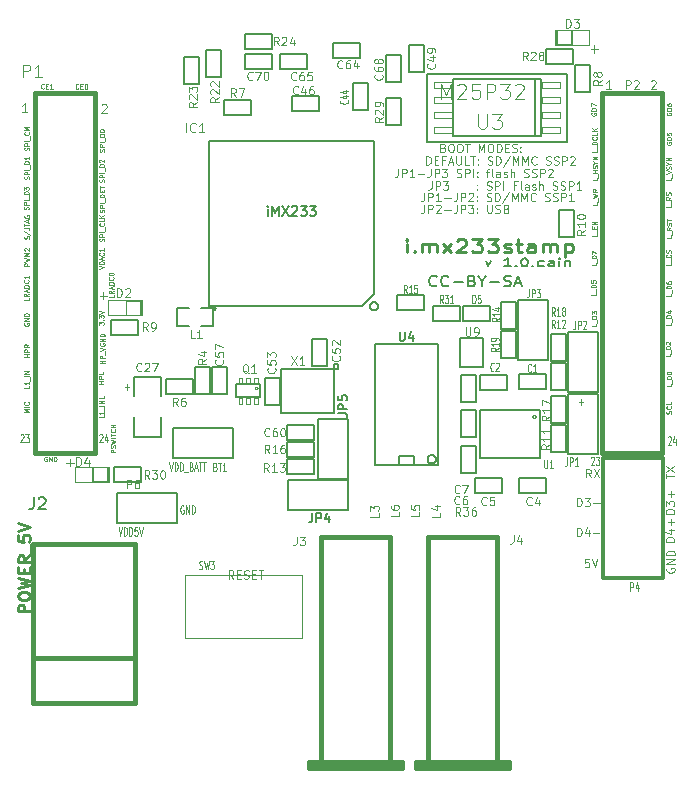
<source format=gto>
G04 (created by PCBNEW-RS274X (2011-05-31)-stable) date Tue 20 Sep 2011 03:34:26 PM COT*
G01*
G70*
G90*
%MOIN*%
G04 Gerber Fmt 3.4, Leading zero omitted, Abs format*
%FSLAX34Y34*%
G04 APERTURE LIST*
%ADD10C,0.006000*%
%ADD11C,0.006900*%
%ADD12C,0.009900*%
%ADD13C,0.003900*%
%ADD14C,0.007900*%
%ADD15C,0.004500*%
%ADD16C,0.003500*%
%ADD17C,0.000100*%
%ADD18C,0.008000*%
%ADD19C,0.005000*%
%ADD20C,0.015000*%
%ADD21C,0.001000*%
%ADD22C,0.012000*%
%ADD23C,0.002600*%
%ADD24C,0.007800*%
%ADD25C,0.004300*%
%ADD26C,0.004700*%
%ADD27C,0.004000*%
%ADD28C,0.005900*%
%ADD29C,0.010000*%
G04 APERTURE END LIST*
G54D10*
G54D11*
X61264Y-41865D02*
X61358Y-42049D01*
X61452Y-41865D01*
X62108Y-42049D02*
X61883Y-42049D01*
X61996Y-42049D02*
X61996Y-41773D01*
X61958Y-41812D01*
X61921Y-41838D01*
X61883Y-41852D01*
X62277Y-42022D02*
X62296Y-42036D01*
X62277Y-42049D01*
X62258Y-42036D01*
X62277Y-42022D01*
X62277Y-42049D01*
X62540Y-41773D02*
X62577Y-41773D01*
X62615Y-41786D01*
X62634Y-41799D01*
X62652Y-41825D01*
X62671Y-41878D01*
X62671Y-41944D01*
X62652Y-41996D01*
X62634Y-42022D01*
X62615Y-42036D01*
X62577Y-42049D01*
X62540Y-42049D01*
X62502Y-42036D01*
X62484Y-42022D01*
X62465Y-41996D01*
X62446Y-41944D01*
X62446Y-41878D01*
X62465Y-41825D01*
X62484Y-41799D01*
X62502Y-41786D01*
X62540Y-41773D01*
X62840Y-42022D02*
X62859Y-42036D01*
X62840Y-42049D01*
X62821Y-42036D01*
X62840Y-42022D01*
X62840Y-42049D01*
X63197Y-42036D02*
X63159Y-42049D01*
X63084Y-42049D01*
X63047Y-42036D01*
X63028Y-42022D01*
X63009Y-41996D01*
X63009Y-41917D01*
X63028Y-41891D01*
X63047Y-41878D01*
X63084Y-41865D01*
X63159Y-41865D01*
X63197Y-41878D01*
X63535Y-42049D02*
X63535Y-41904D01*
X63516Y-41878D01*
X63478Y-41865D01*
X63403Y-41865D01*
X63366Y-41878D01*
X63535Y-42036D02*
X63497Y-42049D01*
X63403Y-42049D01*
X63366Y-42036D01*
X63347Y-42009D01*
X63347Y-41983D01*
X63366Y-41957D01*
X63403Y-41944D01*
X63497Y-41944D01*
X63535Y-41930D01*
X63722Y-42049D02*
X63722Y-41865D01*
X63722Y-41773D02*
X63703Y-41786D01*
X63722Y-41799D01*
X63741Y-41786D01*
X63722Y-41773D01*
X63722Y-41799D01*
X63910Y-41865D02*
X63910Y-42049D01*
X63910Y-41891D02*
X63929Y-41878D01*
X63966Y-41865D01*
X64022Y-41865D01*
X64060Y-41878D01*
X64079Y-41904D01*
X64079Y-42049D01*
G54D12*
X58634Y-41581D02*
X58634Y-41292D01*
X58634Y-41148D02*
X58608Y-41168D01*
X58634Y-41189D01*
X58660Y-41168D01*
X58634Y-41148D01*
X58634Y-41189D01*
X58896Y-41540D02*
X58922Y-41560D01*
X58896Y-41581D01*
X58870Y-41560D01*
X58896Y-41540D01*
X58896Y-41581D01*
X59158Y-41581D02*
X59158Y-41292D01*
X59158Y-41333D02*
X59184Y-41313D01*
X59237Y-41292D01*
X59316Y-41292D01*
X59368Y-41313D01*
X59394Y-41354D01*
X59394Y-41581D01*
X59394Y-41354D02*
X59421Y-41313D01*
X59473Y-41292D01*
X59552Y-41292D01*
X59604Y-41313D01*
X59630Y-41354D01*
X59630Y-41581D01*
X59841Y-41581D02*
X60129Y-41292D01*
X59841Y-41292D02*
X60129Y-41581D01*
X60313Y-41189D02*
X60339Y-41168D01*
X60392Y-41148D01*
X60523Y-41148D01*
X60575Y-41168D01*
X60602Y-41189D01*
X60628Y-41230D01*
X60628Y-41271D01*
X60602Y-41333D01*
X60287Y-41581D01*
X60628Y-41581D01*
X60812Y-41148D02*
X61153Y-41148D01*
X60969Y-41313D01*
X61048Y-41313D01*
X61100Y-41333D01*
X61127Y-41354D01*
X61153Y-41395D01*
X61153Y-41498D01*
X61127Y-41540D01*
X61100Y-41560D01*
X61048Y-41581D01*
X60890Y-41581D01*
X60838Y-41560D01*
X60812Y-41540D01*
X61337Y-41148D02*
X61678Y-41148D01*
X61494Y-41313D01*
X61573Y-41313D01*
X61625Y-41333D01*
X61652Y-41354D01*
X61678Y-41395D01*
X61678Y-41498D01*
X61652Y-41540D01*
X61625Y-41560D01*
X61573Y-41581D01*
X61415Y-41581D01*
X61363Y-41560D01*
X61337Y-41540D01*
X61888Y-41560D02*
X61940Y-41581D01*
X62045Y-41581D01*
X62098Y-41560D01*
X62124Y-41519D01*
X62124Y-41498D01*
X62098Y-41457D01*
X62045Y-41436D01*
X61967Y-41436D01*
X61914Y-41416D01*
X61888Y-41375D01*
X61888Y-41354D01*
X61914Y-41313D01*
X61967Y-41292D01*
X62045Y-41292D01*
X62098Y-41313D01*
X62281Y-41292D02*
X62491Y-41292D01*
X62360Y-41148D02*
X62360Y-41519D01*
X62386Y-41560D01*
X62439Y-41581D01*
X62491Y-41581D01*
X62911Y-41581D02*
X62911Y-41354D01*
X62885Y-41313D01*
X62833Y-41292D01*
X62728Y-41292D01*
X62675Y-41313D01*
X62911Y-41560D02*
X62859Y-41581D01*
X62728Y-41581D01*
X62675Y-41560D01*
X62649Y-41519D01*
X62649Y-41478D01*
X62675Y-41436D01*
X62728Y-41416D01*
X62859Y-41416D01*
X62911Y-41395D01*
X63174Y-41581D02*
X63174Y-41292D01*
X63174Y-41333D02*
X63200Y-41313D01*
X63253Y-41292D01*
X63332Y-41292D01*
X63384Y-41313D01*
X63410Y-41354D01*
X63410Y-41581D01*
X63410Y-41354D02*
X63437Y-41313D01*
X63489Y-41292D01*
X63568Y-41292D01*
X63620Y-41313D01*
X63646Y-41354D01*
X63646Y-41581D01*
X63909Y-41292D02*
X63909Y-41725D01*
X63909Y-41313D02*
X63962Y-41292D01*
X64067Y-41292D01*
X64119Y-41313D01*
X64145Y-41333D01*
X64172Y-41375D01*
X64172Y-41498D01*
X64145Y-41540D01*
X64119Y-41560D01*
X64067Y-41581D01*
X63962Y-41581D01*
X63909Y-41560D01*
G54D13*
X64961Y-43960D02*
X64961Y-44035D01*
X64804Y-44035D01*
X64976Y-43945D02*
X64976Y-43825D01*
X64961Y-43788D02*
X64804Y-43788D01*
X64804Y-43750D01*
X64812Y-43728D01*
X64826Y-43713D01*
X64841Y-43705D01*
X64871Y-43698D01*
X64894Y-43698D01*
X64924Y-43705D01*
X64939Y-43713D01*
X64954Y-43728D01*
X64961Y-43750D01*
X64961Y-43788D01*
X64804Y-43646D02*
X64804Y-43548D01*
X64864Y-43601D01*
X64864Y-43578D01*
X64871Y-43563D01*
X64879Y-43556D01*
X64894Y-43548D01*
X64931Y-43548D01*
X64946Y-43556D01*
X64954Y-43563D01*
X64961Y-43578D01*
X64961Y-43623D01*
X64954Y-43638D01*
X64946Y-43646D01*
X64942Y-42921D02*
X64942Y-42996D01*
X64785Y-42996D01*
X64957Y-42906D02*
X64957Y-42786D01*
X64942Y-42749D02*
X64785Y-42749D01*
X64785Y-42711D01*
X64793Y-42689D01*
X64807Y-42674D01*
X64822Y-42666D01*
X64852Y-42659D01*
X64875Y-42659D01*
X64905Y-42666D01*
X64920Y-42674D01*
X64935Y-42689D01*
X64942Y-42711D01*
X64942Y-42749D01*
X64785Y-42517D02*
X64785Y-42592D01*
X64860Y-42599D01*
X64852Y-42592D01*
X64845Y-42577D01*
X64845Y-42539D01*
X64852Y-42524D01*
X64860Y-42517D01*
X64875Y-42509D01*
X64912Y-42509D01*
X64927Y-42517D01*
X64935Y-42524D01*
X64942Y-42539D01*
X64942Y-42577D01*
X64935Y-42592D01*
X64927Y-42599D01*
X64953Y-41941D02*
X64953Y-42016D01*
X64796Y-42016D01*
X64968Y-41926D02*
X64968Y-41806D01*
X64953Y-41769D02*
X64796Y-41769D01*
X64796Y-41731D01*
X64804Y-41709D01*
X64818Y-41694D01*
X64833Y-41686D01*
X64863Y-41679D01*
X64886Y-41679D01*
X64916Y-41686D01*
X64931Y-41694D01*
X64946Y-41709D01*
X64953Y-41731D01*
X64953Y-41769D01*
X64796Y-41627D02*
X64796Y-41522D01*
X64953Y-41589D01*
X64969Y-40959D02*
X64969Y-41034D01*
X64812Y-41034D01*
X64984Y-40944D02*
X64984Y-40824D01*
X64887Y-40787D02*
X64887Y-40734D01*
X64969Y-40712D02*
X64969Y-40787D01*
X64812Y-40787D01*
X64812Y-40712D01*
X64969Y-40645D02*
X64812Y-40645D01*
X64969Y-40555D01*
X64812Y-40555D01*
X64989Y-39911D02*
X64989Y-39986D01*
X64832Y-39986D01*
X65004Y-39896D02*
X65004Y-39776D01*
X64832Y-39754D02*
X64989Y-39716D01*
X64877Y-39686D01*
X64989Y-39656D01*
X64832Y-39619D01*
X64989Y-39470D02*
X64914Y-39522D01*
X64989Y-39560D02*
X64832Y-39560D01*
X64832Y-39500D01*
X64840Y-39485D01*
X64847Y-39477D01*
X64862Y-39470D01*
X64884Y-39470D01*
X64899Y-39477D01*
X64907Y-39485D01*
X64914Y-39500D01*
X64914Y-39560D01*
X64993Y-39102D02*
X64993Y-39177D01*
X64836Y-39177D01*
X65008Y-39087D02*
X65008Y-38967D01*
X64993Y-38930D02*
X64836Y-38930D01*
X64911Y-38930D02*
X64911Y-38840D01*
X64993Y-38840D02*
X64836Y-38840D01*
X64986Y-38773D02*
X64993Y-38751D01*
X64993Y-38713D01*
X64986Y-38698D01*
X64978Y-38691D01*
X64963Y-38683D01*
X64948Y-38683D01*
X64933Y-38691D01*
X64926Y-38698D01*
X64918Y-38713D01*
X64911Y-38743D01*
X64903Y-38758D01*
X64896Y-38766D01*
X64881Y-38773D01*
X64866Y-38773D01*
X64851Y-38766D01*
X64844Y-38758D01*
X64836Y-38743D01*
X64836Y-38706D01*
X64844Y-38683D01*
X64918Y-38586D02*
X64993Y-38586D01*
X64836Y-38638D02*
X64918Y-38586D01*
X64836Y-38533D01*
X64993Y-38481D02*
X64836Y-38481D01*
X64993Y-38391D01*
X64836Y-38391D01*
X64977Y-38153D02*
X64977Y-38228D01*
X64820Y-38228D01*
X64992Y-38138D02*
X64992Y-38018D01*
X64977Y-37981D02*
X64820Y-37981D01*
X64820Y-37943D01*
X64828Y-37921D01*
X64842Y-37906D01*
X64857Y-37898D01*
X64887Y-37891D01*
X64910Y-37891D01*
X64940Y-37898D01*
X64955Y-37906D01*
X64970Y-37921D01*
X64977Y-37943D01*
X64977Y-37981D01*
X64962Y-37734D02*
X64970Y-37741D01*
X64977Y-37764D01*
X64977Y-37779D01*
X64970Y-37801D01*
X64955Y-37816D01*
X64940Y-37824D01*
X64910Y-37831D01*
X64887Y-37831D01*
X64857Y-37824D01*
X64842Y-37816D01*
X64828Y-37801D01*
X64820Y-37779D01*
X64820Y-37764D01*
X64828Y-37741D01*
X64835Y-37734D01*
X64977Y-37592D02*
X64977Y-37667D01*
X64820Y-37667D01*
X64977Y-37540D02*
X64820Y-37540D01*
X64977Y-37450D02*
X64887Y-37517D01*
X64820Y-37450D02*
X64910Y-37540D01*
X64797Y-36931D02*
X64789Y-36946D01*
X64789Y-36969D01*
X64797Y-36991D01*
X64811Y-37006D01*
X64826Y-37014D01*
X64856Y-37021D01*
X64879Y-37021D01*
X64909Y-37014D01*
X64924Y-37006D01*
X64939Y-36991D01*
X64946Y-36969D01*
X64946Y-36954D01*
X64939Y-36931D01*
X64931Y-36924D01*
X64879Y-36924D01*
X64879Y-36954D01*
X64946Y-36857D02*
X64789Y-36857D01*
X64789Y-36819D01*
X64797Y-36797D01*
X64811Y-36782D01*
X64826Y-36774D01*
X64856Y-36767D01*
X64879Y-36767D01*
X64909Y-36774D01*
X64924Y-36782D01*
X64939Y-36797D01*
X64946Y-36819D01*
X64946Y-36857D01*
X64789Y-36715D02*
X64789Y-36610D01*
X64946Y-36677D01*
X67308Y-36927D02*
X67300Y-36942D01*
X67300Y-36965D01*
X67308Y-36987D01*
X67322Y-37002D01*
X67337Y-37010D01*
X67367Y-37017D01*
X67390Y-37017D01*
X67420Y-37010D01*
X67435Y-37002D01*
X67450Y-36987D01*
X67457Y-36965D01*
X67457Y-36950D01*
X67450Y-36927D01*
X67442Y-36920D01*
X67390Y-36920D01*
X67390Y-36950D01*
X67457Y-36853D02*
X67300Y-36853D01*
X67300Y-36815D01*
X67308Y-36793D01*
X67322Y-36778D01*
X67337Y-36770D01*
X67367Y-36763D01*
X67390Y-36763D01*
X67420Y-36770D01*
X67435Y-36778D01*
X67450Y-36793D01*
X67457Y-36815D01*
X67457Y-36853D01*
X67300Y-36628D02*
X67300Y-36658D01*
X67308Y-36673D01*
X67315Y-36681D01*
X67337Y-36696D01*
X67367Y-36703D01*
X67427Y-36703D01*
X67442Y-36696D01*
X67450Y-36688D01*
X67457Y-36673D01*
X67457Y-36643D01*
X67450Y-36628D01*
X67442Y-36621D01*
X67427Y-36613D01*
X67390Y-36613D01*
X67375Y-36621D01*
X67367Y-36628D01*
X67360Y-36643D01*
X67360Y-36673D01*
X67367Y-36688D01*
X67375Y-36696D01*
X67390Y-36703D01*
X67304Y-37907D02*
X67296Y-37922D01*
X67296Y-37945D01*
X67304Y-37967D01*
X67318Y-37982D01*
X67333Y-37990D01*
X67363Y-37997D01*
X67386Y-37997D01*
X67416Y-37990D01*
X67431Y-37982D01*
X67446Y-37967D01*
X67453Y-37945D01*
X67453Y-37930D01*
X67446Y-37907D01*
X67438Y-37900D01*
X67386Y-37900D01*
X67386Y-37930D01*
X67453Y-37833D02*
X67296Y-37833D01*
X67296Y-37795D01*
X67304Y-37773D01*
X67318Y-37758D01*
X67333Y-37750D01*
X67363Y-37743D01*
X67386Y-37743D01*
X67416Y-37750D01*
X67431Y-37758D01*
X67446Y-37773D01*
X67453Y-37795D01*
X67453Y-37833D01*
X67296Y-37601D02*
X67296Y-37676D01*
X67371Y-37683D01*
X67363Y-37676D01*
X67356Y-37661D01*
X67356Y-37623D01*
X67363Y-37608D01*
X67371Y-37601D01*
X67386Y-37593D01*
X67423Y-37593D01*
X67438Y-37601D01*
X67446Y-37608D01*
X67453Y-37623D01*
X67453Y-37661D01*
X67446Y-37676D01*
X67438Y-37683D01*
X67449Y-39106D02*
X67449Y-39181D01*
X67292Y-39181D01*
X67464Y-39091D02*
X67464Y-38971D01*
X67292Y-38956D02*
X67449Y-38904D01*
X67292Y-38851D01*
X67442Y-38806D02*
X67449Y-38784D01*
X67449Y-38746D01*
X67442Y-38731D01*
X67434Y-38724D01*
X67419Y-38716D01*
X67404Y-38716D01*
X67389Y-38724D01*
X67382Y-38731D01*
X67374Y-38746D01*
X67367Y-38776D01*
X67359Y-38791D01*
X67352Y-38799D01*
X67337Y-38806D01*
X67322Y-38806D01*
X67307Y-38799D01*
X67300Y-38791D01*
X67292Y-38776D01*
X67292Y-38739D01*
X67300Y-38716D01*
X67374Y-38619D02*
X67449Y-38619D01*
X67292Y-38671D02*
X67374Y-38619D01*
X67292Y-38566D01*
X67449Y-38514D02*
X67292Y-38514D01*
X67449Y-38424D01*
X67292Y-38424D01*
X67438Y-39996D02*
X67438Y-40071D01*
X67281Y-40071D01*
X67453Y-39981D02*
X67453Y-39861D01*
X67438Y-39734D02*
X67363Y-39786D01*
X67438Y-39824D02*
X67281Y-39824D01*
X67281Y-39764D01*
X67289Y-39749D01*
X67296Y-39741D01*
X67311Y-39734D01*
X67333Y-39734D01*
X67348Y-39741D01*
X67356Y-39749D01*
X67363Y-39764D01*
X67363Y-39824D01*
X67431Y-39674D02*
X67438Y-39652D01*
X67438Y-39614D01*
X67431Y-39599D01*
X67423Y-39592D01*
X67408Y-39584D01*
X67393Y-39584D01*
X67378Y-39592D01*
X67371Y-39599D01*
X67363Y-39614D01*
X67356Y-39644D01*
X67348Y-39659D01*
X67341Y-39667D01*
X67326Y-39674D01*
X67311Y-39674D01*
X67296Y-39667D01*
X67289Y-39659D01*
X67281Y-39644D01*
X67281Y-39607D01*
X67289Y-39584D01*
X67461Y-41012D02*
X67461Y-41087D01*
X67304Y-41087D01*
X67476Y-40997D02*
X67476Y-40877D01*
X67461Y-40750D02*
X67386Y-40802D01*
X67461Y-40840D02*
X67304Y-40840D01*
X67304Y-40780D01*
X67312Y-40765D01*
X67319Y-40757D01*
X67334Y-40750D01*
X67356Y-40750D01*
X67371Y-40757D01*
X67379Y-40765D01*
X67386Y-40780D01*
X67386Y-40840D01*
X67454Y-40690D02*
X67461Y-40668D01*
X67461Y-40630D01*
X67454Y-40615D01*
X67446Y-40608D01*
X67431Y-40600D01*
X67416Y-40600D01*
X67401Y-40608D01*
X67394Y-40615D01*
X67386Y-40630D01*
X67379Y-40660D01*
X67371Y-40675D01*
X67364Y-40683D01*
X67349Y-40690D01*
X67334Y-40690D01*
X67319Y-40683D01*
X67312Y-40675D01*
X67304Y-40660D01*
X67304Y-40623D01*
X67312Y-40600D01*
X67304Y-40555D02*
X67304Y-40465D01*
X67461Y-40510D02*
X67304Y-40510D01*
X67438Y-41917D02*
X67438Y-41992D01*
X67281Y-41992D01*
X67453Y-41902D02*
X67453Y-41782D01*
X67423Y-41655D02*
X67431Y-41662D01*
X67438Y-41685D01*
X67438Y-41700D01*
X67431Y-41722D01*
X67416Y-41737D01*
X67401Y-41745D01*
X67371Y-41752D01*
X67348Y-41752D01*
X67318Y-41745D01*
X67303Y-41737D01*
X67289Y-41722D01*
X67281Y-41700D01*
X67281Y-41685D01*
X67289Y-41662D01*
X67296Y-41655D01*
X67431Y-41595D02*
X67438Y-41573D01*
X67438Y-41535D01*
X67431Y-41520D01*
X67423Y-41513D01*
X67408Y-41505D01*
X67393Y-41505D01*
X67378Y-41513D01*
X67371Y-41520D01*
X67363Y-41535D01*
X67356Y-41565D01*
X67348Y-41580D01*
X67341Y-41588D01*
X67326Y-41595D01*
X67311Y-41595D01*
X67296Y-41588D01*
X67289Y-41580D01*
X67281Y-41565D01*
X67281Y-41528D01*
X67289Y-41505D01*
X67449Y-42956D02*
X67449Y-43031D01*
X67292Y-43031D01*
X67464Y-42941D02*
X67464Y-42821D01*
X67449Y-42784D02*
X67292Y-42784D01*
X67292Y-42746D01*
X67300Y-42724D01*
X67314Y-42709D01*
X67329Y-42701D01*
X67359Y-42694D01*
X67382Y-42694D01*
X67412Y-42701D01*
X67427Y-42709D01*
X67442Y-42724D01*
X67449Y-42746D01*
X67449Y-42784D01*
X67292Y-42559D02*
X67292Y-42589D01*
X67300Y-42604D01*
X67307Y-42612D01*
X67329Y-42627D01*
X67359Y-42634D01*
X67419Y-42634D01*
X67434Y-42627D01*
X67442Y-42619D01*
X67449Y-42604D01*
X67449Y-42574D01*
X67442Y-42559D01*
X67434Y-42552D01*
X67419Y-42544D01*
X67382Y-42544D01*
X67367Y-42552D01*
X67359Y-42559D01*
X67352Y-42574D01*
X67352Y-42604D01*
X67359Y-42619D01*
X67367Y-42627D01*
X67382Y-42634D01*
X67449Y-43925D02*
X67449Y-44000D01*
X67292Y-44000D01*
X67464Y-43910D02*
X67464Y-43790D01*
X67449Y-43753D02*
X67292Y-43753D01*
X67292Y-43715D01*
X67300Y-43693D01*
X67314Y-43678D01*
X67329Y-43670D01*
X67359Y-43663D01*
X67382Y-43663D01*
X67412Y-43670D01*
X67427Y-43678D01*
X67442Y-43693D01*
X67449Y-43715D01*
X67449Y-43753D01*
X67344Y-43528D02*
X67449Y-43528D01*
X67285Y-43566D02*
X67397Y-43603D01*
X67397Y-43506D01*
X67426Y-44972D02*
X67426Y-45047D01*
X67269Y-45047D01*
X67441Y-44957D02*
X67441Y-44837D01*
X67426Y-44800D02*
X67269Y-44800D01*
X67269Y-44762D01*
X67277Y-44740D01*
X67291Y-44725D01*
X67306Y-44717D01*
X67336Y-44710D01*
X67359Y-44710D01*
X67389Y-44717D01*
X67404Y-44725D01*
X67419Y-44740D01*
X67426Y-44762D01*
X67426Y-44800D01*
X67284Y-44650D02*
X67277Y-44643D01*
X67269Y-44628D01*
X67269Y-44590D01*
X67277Y-44575D01*
X67284Y-44568D01*
X67299Y-44560D01*
X67314Y-44560D01*
X67336Y-44568D01*
X67426Y-44658D01*
X67426Y-44560D01*
X67461Y-45972D02*
X67461Y-46047D01*
X67304Y-46047D01*
X67476Y-45957D02*
X67476Y-45837D01*
X67461Y-45800D02*
X67304Y-45800D01*
X67304Y-45762D01*
X67312Y-45740D01*
X67326Y-45725D01*
X67341Y-45717D01*
X67371Y-45710D01*
X67394Y-45710D01*
X67424Y-45717D01*
X67439Y-45725D01*
X67454Y-45740D01*
X67461Y-45762D01*
X67461Y-45800D01*
X67304Y-45613D02*
X67304Y-45598D01*
X67312Y-45583D01*
X67319Y-45575D01*
X67334Y-45568D01*
X67364Y-45560D01*
X67401Y-45560D01*
X67431Y-45568D01*
X67446Y-45575D01*
X67454Y-45583D01*
X67461Y-45598D01*
X67461Y-45613D01*
X67454Y-45628D01*
X67446Y-45635D01*
X67431Y-45643D01*
X67401Y-45650D01*
X67364Y-45650D01*
X67334Y-45643D01*
X67319Y-45635D01*
X67312Y-45628D01*
X67304Y-45613D01*
X67442Y-46963D02*
X67449Y-46941D01*
X67449Y-46903D01*
X67442Y-46888D01*
X67434Y-46881D01*
X67419Y-46873D01*
X67404Y-46873D01*
X67389Y-46881D01*
X67382Y-46888D01*
X67374Y-46903D01*
X67367Y-46933D01*
X67359Y-46948D01*
X67352Y-46956D01*
X67337Y-46963D01*
X67322Y-46963D01*
X67307Y-46956D01*
X67300Y-46948D01*
X67292Y-46933D01*
X67292Y-46896D01*
X67300Y-46873D01*
X67434Y-46716D02*
X67442Y-46723D01*
X67449Y-46746D01*
X67449Y-46761D01*
X67442Y-46783D01*
X67427Y-46798D01*
X67412Y-46806D01*
X67382Y-46813D01*
X67359Y-46813D01*
X67329Y-46806D01*
X67314Y-46798D01*
X67300Y-46783D01*
X67292Y-46761D01*
X67292Y-46746D01*
X67300Y-46723D01*
X67307Y-46716D01*
X67449Y-46574D02*
X67449Y-46649D01*
X67292Y-46649D01*
X48926Y-48248D02*
X48769Y-48248D01*
X48769Y-48188D01*
X48777Y-48173D01*
X48784Y-48165D01*
X48799Y-48158D01*
X48821Y-48158D01*
X48836Y-48165D01*
X48844Y-48173D01*
X48851Y-48188D01*
X48851Y-48248D01*
X48919Y-48098D02*
X48926Y-48076D01*
X48926Y-48038D01*
X48919Y-48023D01*
X48911Y-48016D01*
X48896Y-48008D01*
X48881Y-48008D01*
X48866Y-48016D01*
X48859Y-48023D01*
X48851Y-48038D01*
X48844Y-48068D01*
X48836Y-48083D01*
X48829Y-48091D01*
X48814Y-48098D01*
X48799Y-48098D01*
X48784Y-48091D01*
X48777Y-48083D01*
X48769Y-48068D01*
X48769Y-48031D01*
X48777Y-48008D01*
X48769Y-47956D02*
X48926Y-47918D01*
X48814Y-47888D01*
X48926Y-47858D01*
X48769Y-47821D01*
X48926Y-47762D02*
X48769Y-47762D01*
X48769Y-47709D02*
X48769Y-47619D01*
X48926Y-47664D02*
X48769Y-47664D01*
X48911Y-47477D02*
X48919Y-47484D01*
X48926Y-47507D01*
X48926Y-47522D01*
X48919Y-47544D01*
X48904Y-47559D01*
X48889Y-47567D01*
X48859Y-47574D01*
X48836Y-47574D01*
X48806Y-47567D01*
X48791Y-47559D01*
X48777Y-47544D01*
X48769Y-47522D01*
X48769Y-47507D01*
X48777Y-47484D01*
X48784Y-47477D01*
X48926Y-47410D02*
X48769Y-47410D01*
X48844Y-47410D02*
X48844Y-47320D01*
X48926Y-47320D02*
X48769Y-47320D01*
X47695Y-36111D02*
X47688Y-36119D01*
X47665Y-36126D01*
X47650Y-36126D01*
X47628Y-36119D01*
X47613Y-36104D01*
X47605Y-36089D01*
X47598Y-36059D01*
X47598Y-36036D01*
X47605Y-36006D01*
X47613Y-35991D01*
X47628Y-35977D01*
X47650Y-35969D01*
X47665Y-35969D01*
X47688Y-35977D01*
X47695Y-35984D01*
X47762Y-36044D02*
X47815Y-36044D01*
X47837Y-36126D02*
X47762Y-36126D01*
X47762Y-35969D01*
X47837Y-35969D01*
X47934Y-35969D02*
X47949Y-35969D01*
X47964Y-35977D01*
X47972Y-35984D01*
X47979Y-35999D01*
X47987Y-36029D01*
X47987Y-36066D01*
X47979Y-36096D01*
X47972Y-36111D01*
X47964Y-36119D01*
X47949Y-36126D01*
X47934Y-36126D01*
X47919Y-36119D01*
X47912Y-36111D01*
X47904Y-36096D01*
X47897Y-36066D01*
X47897Y-36029D01*
X47904Y-35999D01*
X47912Y-35984D01*
X47919Y-35977D01*
X47934Y-35969D01*
X46541Y-36107D02*
X46534Y-36115D01*
X46511Y-36122D01*
X46496Y-36122D01*
X46474Y-36115D01*
X46459Y-36100D01*
X46451Y-36085D01*
X46444Y-36055D01*
X46444Y-36032D01*
X46451Y-36002D01*
X46459Y-35987D01*
X46474Y-35973D01*
X46496Y-35965D01*
X46511Y-35965D01*
X46534Y-35973D01*
X46541Y-35980D01*
X46608Y-36040D02*
X46661Y-36040D01*
X46683Y-36122D02*
X46608Y-36122D01*
X46608Y-35965D01*
X46683Y-35965D01*
X46833Y-36122D02*
X46743Y-36122D01*
X46788Y-36122D02*
X46788Y-35965D01*
X46773Y-35987D01*
X46758Y-36002D01*
X46743Y-36010D01*
X48549Y-38232D02*
X48556Y-38210D01*
X48556Y-38172D01*
X48549Y-38157D01*
X48541Y-38150D01*
X48526Y-38142D01*
X48511Y-38142D01*
X48496Y-38150D01*
X48489Y-38157D01*
X48481Y-38172D01*
X48474Y-38202D01*
X48466Y-38217D01*
X48459Y-38225D01*
X48444Y-38232D01*
X48429Y-38232D01*
X48414Y-38225D01*
X48407Y-38217D01*
X48399Y-38202D01*
X48399Y-38165D01*
X48407Y-38142D01*
X48556Y-38075D02*
X48399Y-38075D01*
X48399Y-38015D01*
X48407Y-38000D01*
X48414Y-37992D01*
X48429Y-37985D01*
X48451Y-37985D01*
X48466Y-37992D01*
X48474Y-38000D01*
X48481Y-38015D01*
X48481Y-38075D01*
X48556Y-37918D02*
X48399Y-37918D01*
X48571Y-37880D02*
X48571Y-37760D01*
X48556Y-37723D02*
X48399Y-37723D01*
X48399Y-37685D01*
X48407Y-37663D01*
X48421Y-37648D01*
X48436Y-37640D01*
X48466Y-37633D01*
X48489Y-37633D01*
X48519Y-37640D01*
X48534Y-37648D01*
X48549Y-37663D01*
X48556Y-37685D01*
X48556Y-37723D01*
X48399Y-37536D02*
X48399Y-37521D01*
X48407Y-37506D01*
X48414Y-37498D01*
X48429Y-37491D01*
X48459Y-37483D01*
X48496Y-37483D01*
X48526Y-37491D01*
X48541Y-37498D01*
X48549Y-37506D01*
X48556Y-37521D01*
X48556Y-37536D01*
X48549Y-37551D01*
X48541Y-37558D01*
X48526Y-37566D01*
X48496Y-37573D01*
X48459Y-37573D01*
X48429Y-37566D01*
X48414Y-37558D01*
X48407Y-37551D01*
X48399Y-37536D01*
X48541Y-39236D02*
X48548Y-39214D01*
X48548Y-39176D01*
X48541Y-39161D01*
X48533Y-39154D01*
X48518Y-39146D01*
X48503Y-39146D01*
X48488Y-39154D01*
X48481Y-39161D01*
X48473Y-39176D01*
X48466Y-39206D01*
X48458Y-39221D01*
X48451Y-39229D01*
X48436Y-39236D01*
X48421Y-39236D01*
X48406Y-39229D01*
X48399Y-39221D01*
X48391Y-39206D01*
X48391Y-39169D01*
X48399Y-39146D01*
X48548Y-39079D02*
X48391Y-39079D01*
X48391Y-39019D01*
X48399Y-39004D01*
X48406Y-38996D01*
X48421Y-38989D01*
X48443Y-38989D01*
X48458Y-38996D01*
X48466Y-39004D01*
X48473Y-39019D01*
X48473Y-39079D01*
X48548Y-38922D02*
X48391Y-38922D01*
X48563Y-38884D02*
X48563Y-38764D01*
X48548Y-38727D02*
X48391Y-38727D01*
X48391Y-38689D01*
X48399Y-38667D01*
X48413Y-38652D01*
X48428Y-38644D01*
X48458Y-38637D01*
X48481Y-38637D01*
X48511Y-38644D01*
X48526Y-38652D01*
X48541Y-38667D01*
X48548Y-38689D01*
X48548Y-38727D01*
X48406Y-38577D02*
X48399Y-38570D01*
X48391Y-38555D01*
X48391Y-38517D01*
X48399Y-38502D01*
X48406Y-38495D01*
X48421Y-38487D01*
X48436Y-38487D01*
X48458Y-38495D01*
X48548Y-38585D01*
X48548Y-38487D01*
X48549Y-40245D02*
X48556Y-40223D01*
X48556Y-40185D01*
X48549Y-40170D01*
X48541Y-40163D01*
X48526Y-40155D01*
X48511Y-40155D01*
X48496Y-40163D01*
X48489Y-40170D01*
X48481Y-40185D01*
X48474Y-40215D01*
X48466Y-40230D01*
X48459Y-40238D01*
X48444Y-40245D01*
X48429Y-40245D01*
X48414Y-40238D01*
X48407Y-40230D01*
X48399Y-40215D01*
X48399Y-40178D01*
X48407Y-40155D01*
X48556Y-40088D02*
X48399Y-40088D01*
X48399Y-40028D01*
X48407Y-40013D01*
X48414Y-40005D01*
X48429Y-39998D01*
X48451Y-39998D01*
X48466Y-40005D01*
X48474Y-40013D01*
X48481Y-40028D01*
X48481Y-40088D01*
X48556Y-39931D02*
X48399Y-39931D01*
X48571Y-39893D02*
X48571Y-39773D01*
X48556Y-39736D02*
X48399Y-39736D01*
X48399Y-39698D01*
X48407Y-39676D01*
X48421Y-39661D01*
X48436Y-39653D01*
X48466Y-39646D01*
X48489Y-39646D01*
X48519Y-39653D01*
X48534Y-39661D01*
X48549Y-39676D01*
X48556Y-39698D01*
X48556Y-39736D01*
X48474Y-39579D02*
X48474Y-39526D01*
X48556Y-39504D02*
X48556Y-39579D01*
X48399Y-39579D01*
X48399Y-39504D01*
X48399Y-39459D02*
X48399Y-39369D01*
X48556Y-39414D02*
X48399Y-39414D01*
X48541Y-41213D02*
X48548Y-41191D01*
X48548Y-41153D01*
X48541Y-41138D01*
X48533Y-41131D01*
X48518Y-41123D01*
X48503Y-41123D01*
X48488Y-41131D01*
X48481Y-41138D01*
X48473Y-41153D01*
X48466Y-41183D01*
X48458Y-41198D01*
X48451Y-41206D01*
X48436Y-41213D01*
X48421Y-41213D01*
X48406Y-41206D01*
X48399Y-41198D01*
X48391Y-41183D01*
X48391Y-41146D01*
X48399Y-41123D01*
X48548Y-41056D02*
X48391Y-41056D01*
X48391Y-40996D01*
X48399Y-40981D01*
X48406Y-40973D01*
X48421Y-40966D01*
X48443Y-40966D01*
X48458Y-40973D01*
X48466Y-40981D01*
X48473Y-40996D01*
X48473Y-41056D01*
X48548Y-40899D02*
X48391Y-40899D01*
X48563Y-40861D02*
X48563Y-40741D01*
X48533Y-40614D02*
X48541Y-40621D01*
X48548Y-40644D01*
X48548Y-40659D01*
X48541Y-40681D01*
X48526Y-40696D01*
X48511Y-40704D01*
X48481Y-40711D01*
X48458Y-40711D01*
X48428Y-40704D01*
X48413Y-40696D01*
X48399Y-40681D01*
X48391Y-40659D01*
X48391Y-40644D01*
X48399Y-40621D01*
X48406Y-40614D01*
X48548Y-40472D02*
X48548Y-40547D01*
X48391Y-40547D01*
X48548Y-40420D02*
X48391Y-40420D01*
X48548Y-40330D02*
X48458Y-40397D01*
X48391Y-40330D02*
X48481Y-40420D01*
X48383Y-42132D02*
X48540Y-42080D01*
X48383Y-42027D01*
X48540Y-41975D02*
X48383Y-41975D01*
X48383Y-41937D01*
X48391Y-41915D01*
X48405Y-41900D01*
X48420Y-41892D01*
X48450Y-41885D01*
X48473Y-41885D01*
X48503Y-41892D01*
X48518Y-41900D01*
X48533Y-41915D01*
X48540Y-41937D01*
X48540Y-41975D01*
X48495Y-41825D02*
X48495Y-41750D01*
X48540Y-41840D02*
X48383Y-41788D01*
X48540Y-41735D01*
X48525Y-41593D02*
X48533Y-41600D01*
X48540Y-41623D01*
X48540Y-41638D01*
X48533Y-41660D01*
X48518Y-41675D01*
X48503Y-41683D01*
X48473Y-41690D01*
X48450Y-41690D01*
X48420Y-41683D01*
X48405Y-41675D01*
X48391Y-41660D01*
X48383Y-41638D01*
X48383Y-41623D01*
X48391Y-41600D01*
X48398Y-41593D01*
X48540Y-41443D02*
X48540Y-41533D01*
X48540Y-41488D02*
X48383Y-41488D01*
X48405Y-41503D01*
X48420Y-41518D01*
X48428Y-41533D01*
X48863Y-42998D02*
X48863Y-43073D01*
X48706Y-43073D01*
X48863Y-42856D02*
X48788Y-42908D01*
X48863Y-42946D02*
X48706Y-42946D01*
X48706Y-42886D01*
X48714Y-42871D01*
X48721Y-42863D01*
X48736Y-42856D01*
X48758Y-42856D01*
X48773Y-42863D01*
X48781Y-42871D01*
X48788Y-42886D01*
X48788Y-42946D01*
X48818Y-42796D02*
X48818Y-42721D01*
X48863Y-42811D02*
X48706Y-42759D01*
X48863Y-42706D01*
X48863Y-42654D02*
X48706Y-42654D01*
X48706Y-42616D01*
X48714Y-42594D01*
X48728Y-42579D01*
X48743Y-42571D01*
X48773Y-42564D01*
X48796Y-42564D01*
X48826Y-42571D01*
X48841Y-42579D01*
X48856Y-42594D01*
X48863Y-42616D01*
X48863Y-42654D01*
X48848Y-42407D02*
X48856Y-42414D01*
X48863Y-42437D01*
X48863Y-42452D01*
X48856Y-42474D01*
X48841Y-42489D01*
X48826Y-42497D01*
X48796Y-42504D01*
X48773Y-42504D01*
X48743Y-42497D01*
X48728Y-42489D01*
X48714Y-42474D01*
X48706Y-42452D01*
X48706Y-42437D01*
X48714Y-42414D01*
X48721Y-42407D01*
X48706Y-42310D02*
X48706Y-42295D01*
X48714Y-42280D01*
X48721Y-42272D01*
X48736Y-42265D01*
X48766Y-42257D01*
X48803Y-42257D01*
X48833Y-42265D01*
X48848Y-42272D01*
X48856Y-42280D01*
X48863Y-42295D01*
X48863Y-42310D01*
X48856Y-42325D01*
X48848Y-42332D01*
X48833Y-42340D01*
X48803Y-42347D01*
X48766Y-42347D01*
X48736Y-42340D01*
X48721Y-42332D01*
X48714Y-42325D01*
X48706Y-42310D01*
X48375Y-43997D02*
X48375Y-43899D01*
X48435Y-43952D01*
X48435Y-43929D01*
X48442Y-43914D01*
X48450Y-43907D01*
X48465Y-43899D01*
X48502Y-43899D01*
X48517Y-43907D01*
X48525Y-43914D01*
X48532Y-43929D01*
X48532Y-43974D01*
X48525Y-43989D01*
X48517Y-43997D01*
X48517Y-43832D02*
X48525Y-43824D01*
X48532Y-43832D01*
X48525Y-43839D01*
X48517Y-43832D01*
X48532Y-43832D01*
X48375Y-43772D02*
X48375Y-43674D01*
X48435Y-43727D01*
X48435Y-43704D01*
X48442Y-43689D01*
X48450Y-43682D01*
X48465Y-43674D01*
X48502Y-43674D01*
X48517Y-43682D01*
X48525Y-43689D01*
X48532Y-43704D01*
X48532Y-43749D01*
X48525Y-43764D01*
X48517Y-43772D01*
X48375Y-43629D02*
X48532Y-43577D01*
X48375Y-43524D01*
X48568Y-45277D02*
X48411Y-45277D01*
X48486Y-45277D02*
X48486Y-45187D01*
X48568Y-45187D02*
X48411Y-45187D01*
X48568Y-45113D02*
X48411Y-45113D01*
X48411Y-45053D01*
X48419Y-45038D01*
X48426Y-45030D01*
X48441Y-45023D01*
X48463Y-45023D01*
X48478Y-45030D01*
X48486Y-45038D01*
X48493Y-45053D01*
X48493Y-45113D01*
X48583Y-44993D02*
X48583Y-44873D01*
X48411Y-44858D02*
X48568Y-44806D01*
X48411Y-44753D01*
X48419Y-44618D02*
X48411Y-44633D01*
X48411Y-44656D01*
X48419Y-44678D01*
X48433Y-44693D01*
X48448Y-44701D01*
X48478Y-44708D01*
X48501Y-44708D01*
X48531Y-44701D01*
X48546Y-44693D01*
X48561Y-44678D01*
X48568Y-44656D01*
X48568Y-44641D01*
X48561Y-44618D01*
X48553Y-44611D01*
X48501Y-44611D01*
X48501Y-44641D01*
X48568Y-44544D02*
X48411Y-44544D01*
X48568Y-44454D01*
X48411Y-44454D01*
X48568Y-44380D02*
X48411Y-44380D01*
X48411Y-44342D01*
X48419Y-44320D01*
X48433Y-44305D01*
X48448Y-44297D01*
X48478Y-44290D01*
X48501Y-44290D01*
X48531Y-44297D01*
X48546Y-44305D01*
X48561Y-44320D01*
X48568Y-44342D01*
X48568Y-44380D01*
X48520Y-45963D02*
X48363Y-45963D01*
X48438Y-45963D02*
X48438Y-45873D01*
X48520Y-45873D02*
X48363Y-45873D01*
X48520Y-45799D02*
X48363Y-45799D01*
X48363Y-45739D01*
X48371Y-45724D01*
X48378Y-45716D01*
X48393Y-45709D01*
X48415Y-45709D01*
X48430Y-45716D01*
X48438Y-45724D01*
X48445Y-45739D01*
X48445Y-45799D01*
X48520Y-45567D02*
X48520Y-45642D01*
X48363Y-45642D01*
X48532Y-47009D02*
X48532Y-47084D01*
X48375Y-47084D01*
X48532Y-46874D02*
X48532Y-46964D01*
X48532Y-46919D02*
X48375Y-46919D01*
X48397Y-46934D01*
X48412Y-46949D01*
X48420Y-46964D01*
X48547Y-46844D02*
X48547Y-46724D01*
X48532Y-46687D02*
X48375Y-46687D01*
X48532Y-46612D02*
X48375Y-46612D01*
X48532Y-46522D01*
X48375Y-46522D01*
X48532Y-46373D02*
X48532Y-46448D01*
X48375Y-46448D01*
X46638Y-48398D02*
X46623Y-48390D01*
X46600Y-48390D01*
X46578Y-48398D01*
X46563Y-48412D01*
X46555Y-48427D01*
X46548Y-48457D01*
X46548Y-48480D01*
X46555Y-48510D01*
X46563Y-48525D01*
X46578Y-48540D01*
X46600Y-48547D01*
X46615Y-48547D01*
X46638Y-48540D01*
X46645Y-48532D01*
X46645Y-48480D01*
X46615Y-48480D01*
X46712Y-48547D02*
X46712Y-48390D01*
X46802Y-48547D01*
X46802Y-48390D01*
X46876Y-48547D02*
X46876Y-48390D01*
X46914Y-48390D01*
X46936Y-48398D01*
X46951Y-48412D01*
X46959Y-48427D01*
X46966Y-48457D01*
X46966Y-48480D01*
X46959Y-48510D01*
X46951Y-48525D01*
X46936Y-48540D01*
X46914Y-48547D01*
X46876Y-48547D01*
X46044Y-46916D02*
X45887Y-46916D01*
X45999Y-46863D01*
X45887Y-46811D01*
X46044Y-46811D01*
X46044Y-46737D02*
X45887Y-46737D01*
X46029Y-46572D02*
X46037Y-46579D01*
X46044Y-46602D01*
X46044Y-46617D01*
X46037Y-46639D01*
X46022Y-46654D01*
X46007Y-46662D01*
X45977Y-46669D01*
X45954Y-46669D01*
X45924Y-46662D01*
X45909Y-46654D01*
X45895Y-46639D01*
X45887Y-46617D01*
X45887Y-46602D01*
X45895Y-46579D01*
X45902Y-46572D01*
X46048Y-46021D02*
X46048Y-46096D01*
X45891Y-46096D01*
X46048Y-45886D02*
X46048Y-45976D01*
X46048Y-45931D02*
X45891Y-45931D01*
X45913Y-45946D01*
X45928Y-45961D01*
X45936Y-45976D01*
X46063Y-45856D02*
X46063Y-45736D01*
X46048Y-45699D02*
X45891Y-45699D01*
X46048Y-45624D02*
X45891Y-45624D01*
X46048Y-45534D01*
X45891Y-45534D01*
X46052Y-45060D02*
X45895Y-45060D01*
X45970Y-45060D02*
X45970Y-44970D01*
X46052Y-44970D02*
X45895Y-44970D01*
X46052Y-44896D02*
X45895Y-44896D01*
X45895Y-44836D01*
X45903Y-44821D01*
X45910Y-44813D01*
X45925Y-44806D01*
X45947Y-44806D01*
X45962Y-44813D01*
X45970Y-44821D01*
X45977Y-44836D01*
X45977Y-44896D01*
X46052Y-44649D02*
X45977Y-44701D01*
X46052Y-44739D02*
X45895Y-44739D01*
X45895Y-44679D01*
X45903Y-44664D01*
X45910Y-44656D01*
X45925Y-44649D01*
X45947Y-44649D01*
X45962Y-44656D01*
X45970Y-44664D01*
X45977Y-44679D01*
X45977Y-44739D01*
X45895Y-43942D02*
X45887Y-43957D01*
X45887Y-43980D01*
X45895Y-44002D01*
X45909Y-44017D01*
X45924Y-44025D01*
X45954Y-44032D01*
X45977Y-44032D01*
X46007Y-44025D01*
X46022Y-44017D01*
X46037Y-44002D01*
X46044Y-43980D01*
X46044Y-43965D01*
X46037Y-43942D01*
X46029Y-43935D01*
X45977Y-43935D01*
X45977Y-43965D01*
X46044Y-43868D02*
X45887Y-43868D01*
X46044Y-43778D01*
X45887Y-43778D01*
X46044Y-43704D02*
X45887Y-43704D01*
X45887Y-43666D01*
X45895Y-43644D01*
X45909Y-43629D01*
X45924Y-43621D01*
X45954Y-43614D01*
X45977Y-43614D01*
X46007Y-43621D01*
X46022Y-43629D01*
X46037Y-43644D01*
X46044Y-43666D01*
X46044Y-43704D01*
X46032Y-43097D02*
X46032Y-43172D01*
X45875Y-43172D01*
X46032Y-42955D02*
X45957Y-43007D01*
X46032Y-43045D02*
X45875Y-43045D01*
X45875Y-42985D01*
X45883Y-42970D01*
X45890Y-42962D01*
X45905Y-42955D01*
X45927Y-42955D01*
X45942Y-42962D01*
X45950Y-42970D01*
X45957Y-42985D01*
X45957Y-43045D01*
X45987Y-42895D02*
X45987Y-42820D01*
X46032Y-42910D02*
X45875Y-42858D01*
X46032Y-42805D01*
X46032Y-42753D02*
X45875Y-42753D01*
X45875Y-42715D01*
X45883Y-42693D01*
X45897Y-42678D01*
X45912Y-42670D01*
X45942Y-42663D01*
X45965Y-42663D01*
X45995Y-42670D01*
X46010Y-42678D01*
X46025Y-42693D01*
X46032Y-42715D01*
X46032Y-42753D01*
X46017Y-42506D02*
X46025Y-42513D01*
X46032Y-42536D01*
X46032Y-42551D01*
X46025Y-42573D01*
X46010Y-42588D01*
X45995Y-42596D01*
X45965Y-42603D01*
X45942Y-42603D01*
X45912Y-42596D01*
X45897Y-42588D01*
X45883Y-42573D01*
X45875Y-42551D01*
X45875Y-42536D01*
X45883Y-42513D01*
X45890Y-42506D01*
X46032Y-42356D02*
X46032Y-42446D01*
X46032Y-42401D02*
X45875Y-42401D01*
X45897Y-42416D01*
X45912Y-42431D01*
X45920Y-42446D01*
X46048Y-42031D02*
X45891Y-42031D01*
X45891Y-41971D01*
X45899Y-41956D01*
X45906Y-41948D01*
X45921Y-41941D01*
X45943Y-41941D01*
X45958Y-41948D01*
X45966Y-41956D01*
X45973Y-41971D01*
X45973Y-42031D01*
X45891Y-41889D02*
X46048Y-41851D01*
X45936Y-41821D01*
X46048Y-41791D01*
X45891Y-41754D01*
X46048Y-41695D02*
X45891Y-41695D01*
X46003Y-41642D01*
X45891Y-41590D01*
X46048Y-41590D01*
X45906Y-41523D02*
X45899Y-41516D01*
X45891Y-41501D01*
X45891Y-41463D01*
X45899Y-41448D01*
X45906Y-41441D01*
X45921Y-41433D01*
X45936Y-41433D01*
X45958Y-41441D01*
X46048Y-41531D01*
X46048Y-41433D01*
X46045Y-41129D02*
X46052Y-41107D01*
X46052Y-41069D01*
X46045Y-41054D01*
X46037Y-41047D01*
X46022Y-41039D01*
X46007Y-41039D01*
X45992Y-41047D01*
X45985Y-41054D01*
X45977Y-41069D01*
X45970Y-41099D01*
X45962Y-41114D01*
X45955Y-41122D01*
X45940Y-41129D01*
X45925Y-41129D01*
X45910Y-41122D01*
X45903Y-41114D01*
X45895Y-41099D01*
X45895Y-41062D01*
X45903Y-41039D01*
X45888Y-40859D02*
X46089Y-40994D01*
X45895Y-40763D02*
X46007Y-40763D01*
X46030Y-40770D01*
X46045Y-40785D01*
X46052Y-40808D01*
X46052Y-40823D01*
X45895Y-40710D02*
X45895Y-40620D01*
X46052Y-40665D02*
X45895Y-40665D01*
X46007Y-40575D02*
X46007Y-40500D01*
X46052Y-40590D02*
X45895Y-40538D01*
X46052Y-40485D01*
X45903Y-40350D02*
X45895Y-40365D01*
X45895Y-40388D01*
X45903Y-40410D01*
X45917Y-40425D01*
X45932Y-40433D01*
X45962Y-40440D01*
X45985Y-40440D01*
X46015Y-40433D01*
X46030Y-40425D01*
X46045Y-40410D01*
X46052Y-40388D01*
X46052Y-40373D01*
X46045Y-40350D01*
X46037Y-40343D01*
X45985Y-40343D01*
X45985Y-40373D01*
X46029Y-40150D02*
X46036Y-40128D01*
X46036Y-40090D01*
X46029Y-40075D01*
X46021Y-40068D01*
X46006Y-40060D01*
X45991Y-40060D01*
X45976Y-40068D01*
X45969Y-40075D01*
X45961Y-40090D01*
X45954Y-40120D01*
X45946Y-40135D01*
X45939Y-40143D01*
X45924Y-40150D01*
X45909Y-40150D01*
X45894Y-40143D01*
X45887Y-40135D01*
X45879Y-40120D01*
X45879Y-40083D01*
X45887Y-40060D01*
X46036Y-39993D02*
X45879Y-39993D01*
X45879Y-39933D01*
X45887Y-39918D01*
X45894Y-39910D01*
X45909Y-39903D01*
X45931Y-39903D01*
X45946Y-39910D01*
X45954Y-39918D01*
X45961Y-39933D01*
X45961Y-39993D01*
X46036Y-39836D02*
X45879Y-39836D01*
X46051Y-39798D02*
X46051Y-39678D01*
X46036Y-39641D02*
X45879Y-39641D01*
X45879Y-39603D01*
X45887Y-39581D01*
X45901Y-39566D01*
X45916Y-39558D01*
X45946Y-39551D01*
X45969Y-39551D01*
X45999Y-39558D01*
X46014Y-39566D01*
X46029Y-39581D01*
X46036Y-39603D01*
X46036Y-39641D01*
X45879Y-39499D02*
X45879Y-39401D01*
X45939Y-39454D01*
X45939Y-39431D01*
X45946Y-39416D01*
X45954Y-39409D01*
X45969Y-39401D01*
X46006Y-39401D01*
X46021Y-39409D01*
X46029Y-39416D01*
X46036Y-39431D01*
X46036Y-39476D01*
X46029Y-39491D01*
X46021Y-39499D01*
X46041Y-39138D02*
X46048Y-39116D01*
X46048Y-39078D01*
X46041Y-39063D01*
X46033Y-39056D01*
X46018Y-39048D01*
X46003Y-39048D01*
X45988Y-39056D01*
X45981Y-39063D01*
X45973Y-39078D01*
X45966Y-39108D01*
X45958Y-39123D01*
X45951Y-39131D01*
X45936Y-39138D01*
X45921Y-39138D01*
X45906Y-39131D01*
X45899Y-39123D01*
X45891Y-39108D01*
X45891Y-39071D01*
X45899Y-39048D01*
X46048Y-38981D02*
X45891Y-38981D01*
X45891Y-38921D01*
X45899Y-38906D01*
X45906Y-38898D01*
X45921Y-38891D01*
X45943Y-38891D01*
X45958Y-38898D01*
X45966Y-38906D01*
X45973Y-38921D01*
X45973Y-38981D01*
X46048Y-38824D02*
X45891Y-38824D01*
X46063Y-38786D02*
X46063Y-38666D01*
X46048Y-38629D02*
X45891Y-38629D01*
X45891Y-38591D01*
X45899Y-38569D01*
X45913Y-38554D01*
X45928Y-38546D01*
X45958Y-38539D01*
X45981Y-38539D01*
X46011Y-38546D01*
X46026Y-38554D01*
X46041Y-38569D01*
X46048Y-38591D01*
X46048Y-38629D01*
X46048Y-38389D02*
X46048Y-38479D01*
X46048Y-38434D02*
X45891Y-38434D01*
X45913Y-38449D01*
X45928Y-38464D01*
X45936Y-38479D01*
X46041Y-38176D02*
X46048Y-38154D01*
X46048Y-38116D01*
X46041Y-38101D01*
X46033Y-38094D01*
X46018Y-38086D01*
X46003Y-38086D01*
X45988Y-38094D01*
X45981Y-38101D01*
X45973Y-38116D01*
X45966Y-38146D01*
X45958Y-38161D01*
X45951Y-38169D01*
X45936Y-38176D01*
X45921Y-38176D01*
X45906Y-38169D01*
X45899Y-38161D01*
X45891Y-38146D01*
X45891Y-38109D01*
X45899Y-38086D01*
X46048Y-38019D02*
X45891Y-38019D01*
X45891Y-37959D01*
X45899Y-37944D01*
X45906Y-37936D01*
X45921Y-37929D01*
X45943Y-37929D01*
X45958Y-37936D01*
X45966Y-37944D01*
X45973Y-37959D01*
X45973Y-38019D01*
X46048Y-37862D02*
X45891Y-37862D01*
X46063Y-37824D02*
X46063Y-37704D01*
X46033Y-37577D02*
X46041Y-37584D01*
X46048Y-37607D01*
X46048Y-37622D01*
X46041Y-37644D01*
X46026Y-37659D01*
X46011Y-37667D01*
X45981Y-37674D01*
X45958Y-37674D01*
X45928Y-37667D01*
X45913Y-37659D01*
X45899Y-37644D01*
X45891Y-37622D01*
X45891Y-37607D01*
X45899Y-37584D01*
X45906Y-37577D01*
X46048Y-37510D02*
X45891Y-37510D01*
X46003Y-37457D01*
X45891Y-37405D01*
X46048Y-37405D01*
G54D14*
X59633Y-42677D02*
X59614Y-42693D01*
X59558Y-42710D01*
X59520Y-42710D01*
X59464Y-42693D01*
X59427Y-42660D01*
X59408Y-42626D01*
X59389Y-42559D01*
X59389Y-42508D01*
X59408Y-42441D01*
X59427Y-42407D01*
X59464Y-42373D01*
X59520Y-42356D01*
X59558Y-42356D01*
X59614Y-42373D01*
X59633Y-42390D01*
X60027Y-42677D02*
X60008Y-42693D01*
X59952Y-42710D01*
X59914Y-42710D01*
X59858Y-42693D01*
X59821Y-42660D01*
X59802Y-42626D01*
X59783Y-42559D01*
X59783Y-42508D01*
X59802Y-42441D01*
X59821Y-42407D01*
X59858Y-42373D01*
X59914Y-42356D01*
X59952Y-42356D01*
X60008Y-42373D01*
X60027Y-42390D01*
X60196Y-42575D02*
X60496Y-42575D01*
X60815Y-42525D02*
X60871Y-42542D01*
X60890Y-42559D01*
X60909Y-42592D01*
X60909Y-42643D01*
X60890Y-42677D01*
X60871Y-42693D01*
X60834Y-42710D01*
X60684Y-42710D01*
X60684Y-42356D01*
X60815Y-42356D01*
X60853Y-42373D01*
X60871Y-42390D01*
X60890Y-42424D01*
X60890Y-42457D01*
X60871Y-42491D01*
X60853Y-42508D01*
X60815Y-42525D01*
X60684Y-42525D01*
X61153Y-42542D02*
X61153Y-42710D01*
X61022Y-42356D02*
X61153Y-42542D01*
X61284Y-42356D01*
X61416Y-42575D02*
X61716Y-42575D01*
X61885Y-42693D02*
X61941Y-42710D01*
X62035Y-42710D01*
X62073Y-42693D01*
X62091Y-42677D01*
X62110Y-42643D01*
X62110Y-42609D01*
X62091Y-42575D01*
X62073Y-42559D01*
X62035Y-42542D01*
X61960Y-42525D01*
X61923Y-42508D01*
X61904Y-42491D01*
X61885Y-42457D01*
X61885Y-42424D01*
X61904Y-42390D01*
X61923Y-42373D01*
X61960Y-42356D01*
X62054Y-42356D01*
X62110Y-42373D01*
X62260Y-42609D02*
X62448Y-42609D01*
X62223Y-42710D02*
X62354Y-42356D01*
X62485Y-42710D01*
G54D15*
X59287Y-38656D02*
X59287Y-38376D01*
X59352Y-38376D01*
X59392Y-38390D01*
X59418Y-38416D01*
X59431Y-38443D01*
X59444Y-38496D01*
X59444Y-38536D01*
X59431Y-38590D01*
X59418Y-38616D01*
X59392Y-38643D01*
X59352Y-38656D01*
X59287Y-38656D01*
X59563Y-38510D02*
X59655Y-38510D01*
X59694Y-38656D02*
X59563Y-38656D01*
X59563Y-38376D01*
X59694Y-38376D01*
X59905Y-38510D02*
X59813Y-38510D01*
X59813Y-38656D02*
X59813Y-38376D01*
X59944Y-38376D01*
X60037Y-38576D02*
X60168Y-38576D01*
X60010Y-38656D02*
X60102Y-38376D01*
X60194Y-38656D01*
X60287Y-38376D02*
X60287Y-38603D01*
X60300Y-38630D01*
X60313Y-38643D01*
X60339Y-38656D01*
X60392Y-38656D01*
X60418Y-38643D01*
X60431Y-38630D01*
X60444Y-38603D01*
X60444Y-38376D01*
X60707Y-38656D02*
X60576Y-38656D01*
X60576Y-38376D01*
X60759Y-38376D02*
X60917Y-38376D01*
X60838Y-38656D02*
X60838Y-38376D01*
X61009Y-38630D02*
X61022Y-38643D01*
X61009Y-38656D01*
X60996Y-38643D01*
X61009Y-38630D01*
X61009Y-38656D01*
X61009Y-38483D02*
X61022Y-38496D01*
X61009Y-38510D01*
X60996Y-38496D01*
X61009Y-38483D01*
X61009Y-38510D01*
X61337Y-38643D02*
X61376Y-38656D01*
X61442Y-38656D01*
X61468Y-38643D01*
X61481Y-38630D01*
X61494Y-38603D01*
X61494Y-38576D01*
X61481Y-38550D01*
X61468Y-38536D01*
X61442Y-38523D01*
X61389Y-38510D01*
X61363Y-38496D01*
X61350Y-38483D01*
X61337Y-38456D01*
X61337Y-38430D01*
X61350Y-38403D01*
X61363Y-38390D01*
X61389Y-38376D01*
X61455Y-38376D01*
X61494Y-38390D01*
X61613Y-38656D02*
X61613Y-38376D01*
X61678Y-38376D01*
X61718Y-38390D01*
X61744Y-38416D01*
X61757Y-38443D01*
X61770Y-38496D01*
X61770Y-38536D01*
X61757Y-38590D01*
X61744Y-38616D01*
X61718Y-38643D01*
X61678Y-38656D01*
X61613Y-38656D01*
X62086Y-38363D02*
X61849Y-38723D01*
X62178Y-38656D02*
X62178Y-38376D01*
X62270Y-38576D01*
X62362Y-38376D01*
X62362Y-38656D01*
X62493Y-38656D02*
X62493Y-38376D01*
X62585Y-38576D01*
X62677Y-38376D01*
X62677Y-38656D01*
X62965Y-38630D02*
X62952Y-38643D01*
X62913Y-38656D01*
X62887Y-38656D01*
X62847Y-38643D01*
X62821Y-38616D01*
X62808Y-38590D01*
X62795Y-38536D01*
X62795Y-38496D01*
X62808Y-38443D01*
X62821Y-38416D01*
X62847Y-38390D01*
X62887Y-38376D01*
X62913Y-38376D01*
X62952Y-38390D01*
X62965Y-38403D01*
X63281Y-38643D02*
X63320Y-38656D01*
X63386Y-38656D01*
X63412Y-38643D01*
X63425Y-38630D01*
X63438Y-38603D01*
X63438Y-38576D01*
X63425Y-38550D01*
X63412Y-38536D01*
X63386Y-38523D01*
X63333Y-38510D01*
X63307Y-38496D01*
X63294Y-38483D01*
X63281Y-38456D01*
X63281Y-38430D01*
X63294Y-38403D01*
X63307Y-38390D01*
X63333Y-38376D01*
X63399Y-38376D01*
X63438Y-38390D01*
X63544Y-38643D02*
X63583Y-38656D01*
X63649Y-38656D01*
X63675Y-38643D01*
X63688Y-38630D01*
X63701Y-38603D01*
X63701Y-38576D01*
X63688Y-38550D01*
X63675Y-38536D01*
X63649Y-38523D01*
X63596Y-38510D01*
X63570Y-38496D01*
X63557Y-38483D01*
X63544Y-38456D01*
X63544Y-38430D01*
X63557Y-38403D01*
X63570Y-38390D01*
X63596Y-38376D01*
X63662Y-38376D01*
X63701Y-38390D01*
X63820Y-38656D02*
X63820Y-38376D01*
X63925Y-38376D01*
X63951Y-38390D01*
X63964Y-38403D01*
X63977Y-38430D01*
X63977Y-38470D01*
X63964Y-38496D01*
X63951Y-38510D01*
X63925Y-38523D01*
X63820Y-38523D01*
X64083Y-38403D02*
X64096Y-38390D01*
X64122Y-38376D01*
X64188Y-38376D01*
X64214Y-38390D01*
X64227Y-38403D01*
X64240Y-38430D01*
X64240Y-38456D01*
X64227Y-38496D01*
X64069Y-38656D01*
X64240Y-38656D01*
X59216Y-39987D02*
X59216Y-40187D01*
X59202Y-40227D01*
X59176Y-40254D01*
X59137Y-40267D01*
X59110Y-40267D01*
X59347Y-40267D02*
X59347Y-39987D01*
X59452Y-39987D01*
X59478Y-40001D01*
X59491Y-40014D01*
X59504Y-40041D01*
X59504Y-40081D01*
X59491Y-40107D01*
X59478Y-40121D01*
X59452Y-40134D01*
X59347Y-40134D01*
X59610Y-40014D02*
X59623Y-40001D01*
X59649Y-39987D01*
X59715Y-39987D01*
X59741Y-40001D01*
X59754Y-40014D01*
X59767Y-40041D01*
X59767Y-40067D01*
X59754Y-40107D01*
X59596Y-40267D01*
X59767Y-40267D01*
X59886Y-40161D02*
X60096Y-40161D01*
X60307Y-39987D02*
X60307Y-40187D01*
X60293Y-40227D01*
X60267Y-40254D01*
X60228Y-40267D01*
X60201Y-40267D01*
X60438Y-40267D02*
X60438Y-39987D01*
X60543Y-39987D01*
X60569Y-40001D01*
X60582Y-40014D01*
X60595Y-40041D01*
X60595Y-40081D01*
X60582Y-40107D01*
X60569Y-40121D01*
X60543Y-40134D01*
X60438Y-40134D01*
X60687Y-39987D02*
X60858Y-39987D01*
X60766Y-40094D01*
X60806Y-40094D01*
X60832Y-40107D01*
X60845Y-40121D01*
X60858Y-40147D01*
X60858Y-40214D01*
X60845Y-40241D01*
X60832Y-40254D01*
X60806Y-40267D01*
X60727Y-40267D01*
X60701Y-40254D01*
X60687Y-40241D01*
X60977Y-40241D02*
X60990Y-40254D01*
X60977Y-40267D01*
X60964Y-40254D01*
X60977Y-40241D01*
X60977Y-40267D01*
X60977Y-40094D02*
X60990Y-40107D01*
X60977Y-40121D01*
X60964Y-40107D01*
X60977Y-40094D01*
X60977Y-40121D01*
X61318Y-39987D02*
X61318Y-40214D01*
X61331Y-40241D01*
X61344Y-40254D01*
X61370Y-40267D01*
X61423Y-40267D01*
X61449Y-40254D01*
X61462Y-40241D01*
X61475Y-40214D01*
X61475Y-39987D01*
X61594Y-40254D02*
X61633Y-40267D01*
X61699Y-40267D01*
X61725Y-40254D01*
X61738Y-40241D01*
X61751Y-40214D01*
X61751Y-40187D01*
X61738Y-40161D01*
X61725Y-40147D01*
X61699Y-40134D01*
X61646Y-40121D01*
X61620Y-40107D01*
X61607Y-40094D01*
X61594Y-40067D01*
X61594Y-40041D01*
X61607Y-40014D01*
X61620Y-40001D01*
X61646Y-39987D01*
X61712Y-39987D01*
X61751Y-40001D01*
X61962Y-40121D02*
X62001Y-40134D01*
X62014Y-40147D01*
X62027Y-40174D01*
X62027Y-40214D01*
X62014Y-40241D01*
X62001Y-40254D01*
X61975Y-40267D01*
X61870Y-40267D01*
X61870Y-39987D01*
X61962Y-39987D01*
X61988Y-40001D01*
X62001Y-40014D01*
X62014Y-40041D01*
X62014Y-40067D01*
X62001Y-40094D01*
X61988Y-40107D01*
X61962Y-40121D01*
X61870Y-40121D01*
X59216Y-39597D02*
X59216Y-39797D01*
X59202Y-39837D01*
X59176Y-39864D01*
X59137Y-39877D01*
X59110Y-39877D01*
X59347Y-39877D02*
X59347Y-39597D01*
X59452Y-39597D01*
X59478Y-39611D01*
X59491Y-39624D01*
X59504Y-39651D01*
X59504Y-39691D01*
X59491Y-39717D01*
X59478Y-39731D01*
X59452Y-39744D01*
X59347Y-39744D01*
X59767Y-39877D02*
X59610Y-39877D01*
X59688Y-39877D02*
X59688Y-39597D01*
X59662Y-39637D01*
X59636Y-39664D01*
X59610Y-39677D01*
X59886Y-39771D02*
X60096Y-39771D01*
X60307Y-39597D02*
X60307Y-39797D01*
X60293Y-39837D01*
X60267Y-39864D01*
X60228Y-39877D01*
X60201Y-39877D01*
X60438Y-39877D02*
X60438Y-39597D01*
X60543Y-39597D01*
X60569Y-39611D01*
X60582Y-39624D01*
X60595Y-39651D01*
X60595Y-39691D01*
X60582Y-39717D01*
X60569Y-39731D01*
X60543Y-39744D01*
X60438Y-39744D01*
X60701Y-39624D02*
X60714Y-39611D01*
X60740Y-39597D01*
X60806Y-39597D01*
X60832Y-39611D01*
X60845Y-39624D01*
X60858Y-39651D01*
X60858Y-39677D01*
X60845Y-39717D01*
X60687Y-39877D01*
X60858Y-39877D01*
X60977Y-39851D02*
X60990Y-39864D01*
X60977Y-39877D01*
X60964Y-39864D01*
X60977Y-39851D01*
X60977Y-39877D01*
X60977Y-39704D02*
X60990Y-39717D01*
X60977Y-39731D01*
X60964Y-39717D01*
X60977Y-39704D01*
X60977Y-39731D01*
X61305Y-39864D02*
X61344Y-39877D01*
X61410Y-39877D01*
X61436Y-39864D01*
X61449Y-39851D01*
X61462Y-39824D01*
X61462Y-39797D01*
X61449Y-39771D01*
X61436Y-39757D01*
X61410Y-39744D01*
X61357Y-39731D01*
X61331Y-39717D01*
X61318Y-39704D01*
X61305Y-39677D01*
X61305Y-39651D01*
X61318Y-39624D01*
X61331Y-39611D01*
X61357Y-39597D01*
X61423Y-39597D01*
X61462Y-39611D01*
X61581Y-39877D02*
X61581Y-39597D01*
X61646Y-39597D01*
X61686Y-39611D01*
X61712Y-39637D01*
X61725Y-39664D01*
X61738Y-39717D01*
X61738Y-39757D01*
X61725Y-39811D01*
X61712Y-39837D01*
X61686Y-39864D01*
X61646Y-39877D01*
X61581Y-39877D01*
X62054Y-39584D02*
X61817Y-39944D01*
X62146Y-39877D02*
X62146Y-39597D01*
X62238Y-39797D01*
X62330Y-39597D01*
X62330Y-39877D01*
X62461Y-39877D02*
X62461Y-39597D01*
X62553Y-39797D01*
X62645Y-39597D01*
X62645Y-39877D01*
X62933Y-39851D02*
X62920Y-39864D01*
X62881Y-39877D01*
X62855Y-39877D01*
X62815Y-39864D01*
X62789Y-39837D01*
X62776Y-39811D01*
X62763Y-39757D01*
X62763Y-39717D01*
X62776Y-39664D01*
X62789Y-39637D01*
X62815Y-39611D01*
X62855Y-39597D01*
X62881Y-39597D01*
X62920Y-39611D01*
X62933Y-39624D01*
X63249Y-39864D02*
X63288Y-39877D01*
X63354Y-39877D01*
X63380Y-39864D01*
X63393Y-39851D01*
X63406Y-39824D01*
X63406Y-39797D01*
X63393Y-39771D01*
X63380Y-39757D01*
X63354Y-39744D01*
X63301Y-39731D01*
X63275Y-39717D01*
X63262Y-39704D01*
X63249Y-39677D01*
X63249Y-39651D01*
X63262Y-39624D01*
X63275Y-39611D01*
X63301Y-39597D01*
X63367Y-39597D01*
X63406Y-39611D01*
X63512Y-39864D02*
X63551Y-39877D01*
X63617Y-39877D01*
X63643Y-39864D01*
X63656Y-39851D01*
X63669Y-39824D01*
X63669Y-39797D01*
X63656Y-39771D01*
X63643Y-39757D01*
X63617Y-39744D01*
X63564Y-39731D01*
X63538Y-39717D01*
X63525Y-39704D01*
X63512Y-39677D01*
X63512Y-39651D01*
X63525Y-39624D01*
X63538Y-39611D01*
X63564Y-39597D01*
X63630Y-39597D01*
X63669Y-39611D01*
X63788Y-39877D02*
X63788Y-39597D01*
X63893Y-39597D01*
X63919Y-39611D01*
X63932Y-39624D01*
X63945Y-39651D01*
X63945Y-39691D01*
X63932Y-39717D01*
X63919Y-39731D01*
X63893Y-39744D01*
X63788Y-39744D01*
X64208Y-39877D02*
X64051Y-39877D01*
X64129Y-39877D02*
X64129Y-39597D01*
X64103Y-39637D01*
X64077Y-39664D01*
X64051Y-39677D01*
X59468Y-39215D02*
X59468Y-39415D01*
X59454Y-39455D01*
X59428Y-39482D01*
X59389Y-39495D01*
X59362Y-39495D01*
X59599Y-39495D02*
X59599Y-39215D01*
X59704Y-39215D01*
X59730Y-39229D01*
X59743Y-39242D01*
X59756Y-39269D01*
X59756Y-39309D01*
X59743Y-39335D01*
X59730Y-39349D01*
X59704Y-39362D01*
X59599Y-39362D01*
X59848Y-39215D02*
X60019Y-39215D01*
X59927Y-39322D01*
X59967Y-39322D01*
X59993Y-39335D01*
X60006Y-39349D01*
X60019Y-39375D01*
X60019Y-39442D01*
X60006Y-39469D01*
X59993Y-39482D01*
X59967Y-39495D01*
X59888Y-39495D01*
X59862Y-39482D01*
X59848Y-39469D01*
X60978Y-39469D02*
X60991Y-39482D01*
X60978Y-39495D01*
X60965Y-39482D01*
X60978Y-39469D01*
X60978Y-39495D01*
X60978Y-39322D02*
X60991Y-39335D01*
X60978Y-39349D01*
X60965Y-39335D01*
X60978Y-39322D01*
X60978Y-39349D01*
X61306Y-39482D02*
X61345Y-39495D01*
X61411Y-39495D01*
X61437Y-39482D01*
X61450Y-39469D01*
X61463Y-39442D01*
X61463Y-39415D01*
X61450Y-39389D01*
X61437Y-39375D01*
X61411Y-39362D01*
X61358Y-39349D01*
X61332Y-39335D01*
X61319Y-39322D01*
X61306Y-39295D01*
X61306Y-39269D01*
X61319Y-39242D01*
X61332Y-39229D01*
X61358Y-39215D01*
X61424Y-39215D01*
X61463Y-39229D01*
X61582Y-39495D02*
X61582Y-39215D01*
X61687Y-39215D01*
X61713Y-39229D01*
X61726Y-39242D01*
X61739Y-39269D01*
X61739Y-39309D01*
X61726Y-39335D01*
X61713Y-39349D01*
X61687Y-39362D01*
X61582Y-39362D01*
X61858Y-39495D02*
X61858Y-39215D01*
X62291Y-39349D02*
X62199Y-39349D01*
X62199Y-39495D02*
X62199Y-39215D01*
X62330Y-39215D01*
X62475Y-39495D02*
X62449Y-39482D01*
X62436Y-39455D01*
X62436Y-39215D01*
X62699Y-39495D02*
X62699Y-39349D01*
X62686Y-39322D01*
X62660Y-39309D01*
X62607Y-39309D01*
X62581Y-39322D01*
X62699Y-39482D02*
X62673Y-39495D01*
X62607Y-39495D01*
X62581Y-39482D01*
X62568Y-39455D01*
X62568Y-39429D01*
X62581Y-39402D01*
X62607Y-39389D01*
X62673Y-39389D01*
X62699Y-39375D01*
X62818Y-39482D02*
X62844Y-39495D01*
X62896Y-39495D01*
X62923Y-39482D01*
X62936Y-39455D01*
X62936Y-39442D01*
X62923Y-39415D01*
X62896Y-39402D01*
X62857Y-39402D01*
X62831Y-39389D01*
X62818Y-39362D01*
X62818Y-39349D01*
X62831Y-39322D01*
X62857Y-39309D01*
X62896Y-39309D01*
X62923Y-39322D01*
X63054Y-39495D02*
X63054Y-39215D01*
X63172Y-39495D02*
X63172Y-39349D01*
X63159Y-39322D01*
X63133Y-39309D01*
X63093Y-39309D01*
X63067Y-39322D01*
X63054Y-39335D01*
X63501Y-39482D02*
X63540Y-39495D01*
X63606Y-39495D01*
X63632Y-39482D01*
X63645Y-39469D01*
X63658Y-39442D01*
X63658Y-39415D01*
X63645Y-39389D01*
X63632Y-39375D01*
X63606Y-39362D01*
X63553Y-39349D01*
X63527Y-39335D01*
X63514Y-39322D01*
X63501Y-39295D01*
X63501Y-39269D01*
X63514Y-39242D01*
X63527Y-39229D01*
X63553Y-39215D01*
X63619Y-39215D01*
X63658Y-39229D01*
X63764Y-39482D02*
X63803Y-39495D01*
X63869Y-39495D01*
X63895Y-39482D01*
X63908Y-39469D01*
X63921Y-39442D01*
X63921Y-39415D01*
X63908Y-39389D01*
X63895Y-39375D01*
X63869Y-39362D01*
X63816Y-39349D01*
X63790Y-39335D01*
X63777Y-39322D01*
X63764Y-39295D01*
X63764Y-39269D01*
X63777Y-39242D01*
X63790Y-39229D01*
X63816Y-39215D01*
X63882Y-39215D01*
X63921Y-39229D01*
X64040Y-39495D02*
X64040Y-39215D01*
X64145Y-39215D01*
X64171Y-39229D01*
X64184Y-39242D01*
X64197Y-39269D01*
X64197Y-39309D01*
X64184Y-39335D01*
X64171Y-39349D01*
X64145Y-39362D01*
X64040Y-39362D01*
X64460Y-39495D02*
X64303Y-39495D01*
X64381Y-39495D02*
X64381Y-39215D01*
X64355Y-39255D01*
X64329Y-39282D01*
X64303Y-39295D01*
X58343Y-38794D02*
X58343Y-38994D01*
X58329Y-39034D01*
X58303Y-39061D01*
X58264Y-39074D01*
X58237Y-39074D01*
X58474Y-39074D02*
X58474Y-38794D01*
X58579Y-38794D01*
X58605Y-38808D01*
X58618Y-38821D01*
X58631Y-38848D01*
X58631Y-38888D01*
X58618Y-38914D01*
X58605Y-38928D01*
X58579Y-38941D01*
X58474Y-38941D01*
X58894Y-39074D02*
X58737Y-39074D01*
X58815Y-39074D02*
X58815Y-38794D01*
X58789Y-38834D01*
X58763Y-38861D01*
X58737Y-38874D01*
X59013Y-38968D02*
X59223Y-38968D01*
X59434Y-38794D02*
X59434Y-38994D01*
X59420Y-39034D01*
X59394Y-39061D01*
X59355Y-39074D01*
X59328Y-39074D01*
X59565Y-39074D02*
X59565Y-38794D01*
X59670Y-38794D01*
X59696Y-38808D01*
X59709Y-38821D01*
X59722Y-38848D01*
X59722Y-38888D01*
X59709Y-38914D01*
X59696Y-38928D01*
X59670Y-38941D01*
X59565Y-38941D01*
X59814Y-38794D02*
X59985Y-38794D01*
X59893Y-38901D01*
X59933Y-38901D01*
X59959Y-38914D01*
X59972Y-38928D01*
X59985Y-38954D01*
X59985Y-39021D01*
X59972Y-39048D01*
X59959Y-39061D01*
X59933Y-39074D01*
X59854Y-39074D01*
X59828Y-39061D01*
X59814Y-39048D01*
X60301Y-39061D02*
X60340Y-39074D01*
X60406Y-39074D01*
X60432Y-39061D01*
X60445Y-39048D01*
X60458Y-39021D01*
X60458Y-38994D01*
X60445Y-38968D01*
X60432Y-38954D01*
X60406Y-38941D01*
X60353Y-38928D01*
X60327Y-38914D01*
X60314Y-38901D01*
X60301Y-38874D01*
X60301Y-38848D01*
X60314Y-38821D01*
X60327Y-38808D01*
X60353Y-38794D01*
X60419Y-38794D01*
X60458Y-38808D01*
X60577Y-39074D02*
X60577Y-38794D01*
X60682Y-38794D01*
X60708Y-38808D01*
X60721Y-38821D01*
X60734Y-38848D01*
X60734Y-38888D01*
X60721Y-38914D01*
X60708Y-38928D01*
X60682Y-38941D01*
X60577Y-38941D01*
X60853Y-39074D02*
X60853Y-38794D01*
X60984Y-39048D02*
X60997Y-39061D01*
X60984Y-39074D01*
X60971Y-39061D01*
X60984Y-39048D01*
X60984Y-39074D01*
X60984Y-38901D02*
X60997Y-38914D01*
X60984Y-38928D01*
X60971Y-38914D01*
X60984Y-38901D01*
X60984Y-38928D01*
X61285Y-38888D02*
X61390Y-38888D01*
X61325Y-39074D02*
X61325Y-38834D01*
X61338Y-38808D01*
X61364Y-38794D01*
X61390Y-38794D01*
X61522Y-39074D02*
X61496Y-39061D01*
X61483Y-39034D01*
X61483Y-38794D01*
X61746Y-39074D02*
X61746Y-38928D01*
X61733Y-38901D01*
X61707Y-38888D01*
X61654Y-38888D01*
X61628Y-38901D01*
X61746Y-39061D02*
X61720Y-39074D01*
X61654Y-39074D01*
X61628Y-39061D01*
X61615Y-39034D01*
X61615Y-39008D01*
X61628Y-38981D01*
X61654Y-38968D01*
X61720Y-38968D01*
X61746Y-38954D01*
X61865Y-39061D02*
X61891Y-39074D01*
X61943Y-39074D01*
X61970Y-39061D01*
X61983Y-39034D01*
X61983Y-39021D01*
X61970Y-38994D01*
X61943Y-38981D01*
X61904Y-38981D01*
X61878Y-38968D01*
X61865Y-38941D01*
X61865Y-38928D01*
X61878Y-38901D01*
X61904Y-38888D01*
X61943Y-38888D01*
X61970Y-38901D01*
X62101Y-39074D02*
X62101Y-38794D01*
X62219Y-39074D02*
X62219Y-38928D01*
X62206Y-38901D01*
X62180Y-38888D01*
X62140Y-38888D01*
X62114Y-38901D01*
X62101Y-38914D01*
X62548Y-39061D02*
X62587Y-39074D01*
X62653Y-39074D01*
X62679Y-39061D01*
X62692Y-39048D01*
X62705Y-39021D01*
X62705Y-38994D01*
X62692Y-38968D01*
X62679Y-38954D01*
X62653Y-38941D01*
X62600Y-38928D01*
X62574Y-38914D01*
X62561Y-38901D01*
X62548Y-38874D01*
X62548Y-38848D01*
X62561Y-38821D01*
X62574Y-38808D01*
X62600Y-38794D01*
X62666Y-38794D01*
X62705Y-38808D01*
X62811Y-39061D02*
X62850Y-39074D01*
X62916Y-39074D01*
X62942Y-39061D01*
X62955Y-39048D01*
X62968Y-39021D01*
X62968Y-38994D01*
X62955Y-38968D01*
X62942Y-38954D01*
X62916Y-38941D01*
X62863Y-38928D01*
X62837Y-38914D01*
X62824Y-38901D01*
X62811Y-38874D01*
X62811Y-38848D01*
X62824Y-38821D01*
X62837Y-38808D01*
X62863Y-38794D01*
X62929Y-38794D01*
X62968Y-38808D01*
X63087Y-39074D02*
X63087Y-38794D01*
X63192Y-38794D01*
X63218Y-38808D01*
X63231Y-38821D01*
X63244Y-38848D01*
X63244Y-38888D01*
X63231Y-38914D01*
X63218Y-38928D01*
X63192Y-38941D01*
X63087Y-38941D01*
X63350Y-38821D02*
X63363Y-38808D01*
X63389Y-38794D01*
X63455Y-38794D01*
X63481Y-38808D01*
X63494Y-38821D01*
X63507Y-38848D01*
X63507Y-38874D01*
X63494Y-38914D01*
X63336Y-39074D01*
X63507Y-39074D01*
X64376Y-46563D02*
X64513Y-46563D01*
X64444Y-46669D02*
X64444Y-46456D01*
X49255Y-46070D02*
X49392Y-46070D01*
X49323Y-46176D02*
X49323Y-45963D01*
X52859Y-52463D02*
X52767Y-52330D01*
X52702Y-52463D02*
X52702Y-52183D01*
X52807Y-52183D01*
X52833Y-52197D01*
X52846Y-52210D01*
X52859Y-52237D01*
X52859Y-52277D01*
X52846Y-52303D01*
X52833Y-52317D01*
X52807Y-52330D01*
X52702Y-52330D01*
X52978Y-52317D02*
X53070Y-52317D01*
X53109Y-52463D02*
X52978Y-52463D01*
X52978Y-52183D01*
X53109Y-52183D01*
X53215Y-52450D02*
X53254Y-52463D01*
X53320Y-52463D01*
X53346Y-52450D01*
X53359Y-52437D01*
X53372Y-52410D01*
X53372Y-52383D01*
X53359Y-52357D01*
X53346Y-52343D01*
X53320Y-52330D01*
X53267Y-52317D01*
X53241Y-52303D01*
X53228Y-52290D01*
X53215Y-52263D01*
X53215Y-52237D01*
X53228Y-52210D01*
X53241Y-52197D01*
X53267Y-52183D01*
X53333Y-52183D01*
X53372Y-52197D01*
X53491Y-52317D02*
X53583Y-52317D01*
X53622Y-52463D02*
X53491Y-52463D01*
X53491Y-52183D01*
X53622Y-52183D01*
X53701Y-52183D02*
X53859Y-52183D01*
X53780Y-52463D02*
X53780Y-52183D01*
X67550Y-50287D02*
X67270Y-50287D01*
X67270Y-50222D01*
X67284Y-50182D01*
X67310Y-50156D01*
X67337Y-50143D01*
X67390Y-50130D01*
X67430Y-50130D01*
X67484Y-50143D01*
X67510Y-50156D01*
X67537Y-50182D01*
X67550Y-50222D01*
X67550Y-50287D01*
X67270Y-50038D02*
X67270Y-49867D01*
X67377Y-49959D01*
X67377Y-49919D01*
X67390Y-49893D01*
X67404Y-49880D01*
X67430Y-49867D01*
X67497Y-49867D01*
X67524Y-49880D01*
X67537Y-49893D01*
X67550Y-49919D01*
X67550Y-49998D01*
X67537Y-50024D01*
X67524Y-50038D01*
X67444Y-49748D02*
X67444Y-49538D01*
X67550Y-49643D02*
X67337Y-49643D01*
X64315Y-50046D02*
X64315Y-49766D01*
X64380Y-49766D01*
X64420Y-49780D01*
X64446Y-49806D01*
X64459Y-49833D01*
X64472Y-49886D01*
X64472Y-49926D01*
X64459Y-49980D01*
X64446Y-50006D01*
X64420Y-50033D01*
X64380Y-50046D01*
X64315Y-50046D01*
X64564Y-49766D02*
X64735Y-49766D01*
X64643Y-49873D01*
X64683Y-49873D01*
X64709Y-49886D01*
X64722Y-49900D01*
X64735Y-49926D01*
X64735Y-49993D01*
X64722Y-50020D01*
X64709Y-50033D01*
X64683Y-50046D01*
X64604Y-50046D01*
X64578Y-50033D01*
X64564Y-50020D01*
X64854Y-49940D02*
X65064Y-49940D01*
X67304Y-52104D02*
X67290Y-52130D01*
X67290Y-52169D01*
X67304Y-52209D01*
X67330Y-52235D01*
X67357Y-52248D01*
X67410Y-52261D01*
X67450Y-52261D01*
X67504Y-52248D01*
X67530Y-52235D01*
X67557Y-52209D01*
X67570Y-52169D01*
X67570Y-52143D01*
X67557Y-52104D01*
X67544Y-52091D01*
X67450Y-52091D01*
X67450Y-52143D01*
X67570Y-51972D02*
X67290Y-51972D01*
X67570Y-51815D01*
X67290Y-51815D01*
X67570Y-51683D02*
X67290Y-51683D01*
X67290Y-51618D01*
X67304Y-51578D01*
X67330Y-51552D01*
X67357Y-51539D01*
X67410Y-51526D01*
X67450Y-51526D01*
X67504Y-51539D01*
X67530Y-51552D01*
X67557Y-51578D01*
X67570Y-51618D01*
X67570Y-51683D01*
X64715Y-51805D02*
X64584Y-51805D01*
X64571Y-51939D01*
X64584Y-51925D01*
X64610Y-51912D01*
X64676Y-51912D01*
X64702Y-51925D01*
X64715Y-51939D01*
X64728Y-51965D01*
X64728Y-52032D01*
X64715Y-52059D01*
X64702Y-52072D01*
X64676Y-52085D01*
X64610Y-52085D01*
X64584Y-52072D01*
X64571Y-52059D01*
X64807Y-51805D02*
X64899Y-52085D01*
X64991Y-51805D01*
X67343Y-47738D02*
X67352Y-47725D01*
X67369Y-47711D01*
X67412Y-47711D01*
X67429Y-47725D01*
X67438Y-47738D01*
X67446Y-47765D01*
X67446Y-47791D01*
X67438Y-47831D01*
X67335Y-47991D01*
X67446Y-47991D01*
X67600Y-47805D02*
X67600Y-47991D01*
X67557Y-47698D02*
X67514Y-47898D01*
X67626Y-47898D01*
X64784Y-48423D02*
X64793Y-48410D01*
X64810Y-48396D01*
X64853Y-48396D01*
X64870Y-48410D01*
X64879Y-48423D01*
X64887Y-48450D01*
X64887Y-48476D01*
X64879Y-48516D01*
X64776Y-48676D01*
X64887Y-48676D01*
X64947Y-48396D02*
X65058Y-48396D01*
X64998Y-48503D01*
X65024Y-48503D01*
X65041Y-48516D01*
X65050Y-48530D01*
X65058Y-48556D01*
X65058Y-48623D01*
X65050Y-48650D01*
X65041Y-48663D01*
X65024Y-48676D01*
X64972Y-48676D01*
X64955Y-48663D01*
X64947Y-48650D01*
X66785Y-35872D02*
X66798Y-35859D01*
X66824Y-35845D01*
X66890Y-35845D01*
X66916Y-35859D01*
X66929Y-35872D01*
X66942Y-35899D01*
X66942Y-35925D01*
X66929Y-35965D01*
X66771Y-36125D01*
X66942Y-36125D01*
X65446Y-36125D02*
X65289Y-36125D01*
X65367Y-36125D02*
X65367Y-35845D01*
X65341Y-35885D01*
X65315Y-35912D01*
X65289Y-35925D01*
X48394Y-47663D02*
X48403Y-47650D01*
X48420Y-47636D01*
X48463Y-47636D01*
X48480Y-47650D01*
X48489Y-47663D01*
X48497Y-47690D01*
X48497Y-47716D01*
X48489Y-47756D01*
X48386Y-47916D01*
X48497Y-47916D01*
X48651Y-47730D02*
X48651Y-47916D01*
X48608Y-47623D02*
X48565Y-47823D01*
X48677Y-47823D01*
X45765Y-47663D02*
X45774Y-47650D01*
X45791Y-47636D01*
X45834Y-47636D01*
X45851Y-47650D01*
X45860Y-47663D01*
X45868Y-47690D01*
X45868Y-47716D01*
X45860Y-47756D01*
X45757Y-47916D01*
X45868Y-47916D01*
X45928Y-47636D02*
X46039Y-47636D01*
X45979Y-47743D01*
X46005Y-47743D01*
X46022Y-47756D01*
X46031Y-47770D01*
X46039Y-47796D01*
X46039Y-47863D01*
X46031Y-47890D01*
X46022Y-47903D01*
X46005Y-47916D01*
X45953Y-47916D01*
X45936Y-47903D01*
X45928Y-47890D01*
G54D16*
X48469Y-36665D02*
X48483Y-36651D01*
X48512Y-36636D01*
X48583Y-36636D01*
X48612Y-36651D01*
X48626Y-36665D01*
X48641Y-36694D01*
X48641Y-36722D01*
X48626Y-36765D01*
X48455Y-36936D01*
X48641Y-36936D01*
X45984Y-36901D02*
X45812Y-36901D01*
X45898Y-36901D02*
X45898Y-36601D01*
X45869Y-36644D01*
X45841Y-36673D01*
X45812Y-36687D01*
G54D15*
X59854Y-38089D02*
X59893Y-38102D01*
X59906Y-38115D01*
X59919Y-38142D01*
X59919Y-38182D01*
X59906Y-38209D01*
X59893Y-38222D01*
X59867Y-38235D01*
X59762Y-38235D01*
X59762Y-37955D01*
X59854Y-37955D01*
X59880Y-37969D01*
X59893Y-37982D01*
X59906Y-38009D01*
X59906Y-38035D01*
X59893Y-38062D01*
X59880Y-38075D01*
X59854Y-38089D01*
X59762Y-38089D01*
X60090Y-37955D02*
X60143Y-37955D01*
X60169Y-37969D01*
X60195Y-37995D01*
X60209Y-38049D01*
X60209Y-38142D01*
X60195Y-38195D01*
X60169Y-38222D01*
X60143Y-38235D01*
X60090Y-38235D01*
X60064Y-38222D01*
X60038Y-38195D01*
X60025Y-38142D01*
X60025Y-38049D01*
X60038Y-37995D01*
X60064Y-37969D01*
X60090Y-37955D01*
X60379Y-37955D02*
X60432Y-37955D01*
X60458Y-37969D01*
X60484Y-37995D01*
X60498Y-38049D01*
X60498Y-38142D01*
X60484Y-38195D01*
X60458Y-38222D01*
X60432Y-38235D01*
X60379Y-38235D01*
X60353Y-38222D01*
X60327Y-38195D01*
X60314Y-38142D01*
X60314Y-38049D01*
X60327Y-37995D01*
X60353Y-37969D01*
X60379Y-37955D01*
X60576Y-37955D02*
X60734Y-37955D01*
X60655Y-38235D02*
X60655Y-37955D01*
X61036Y-38235D02*
X61036Y-37955D01*
X61128Y-38155D01*
X61220Y-37955D01*
X61220Y-38235D01*
X61403Y-37955D02*
X61456Y-37955D01*
X61482Y-37969D01*
X61508Y-37995D01*
X61522Y-38049D01*
X61522Y-38142D01*
X61508Y-38195D01*
X61482Y-38222D01*
X61456Y-38235D01*
X61403Y-38235D01*
X61377Y-38222D01*
X61351Y-38195D01*
X61338Y-38142D01*
X61338Y-38049D01*
X61351Y-37995D01*
X61377Y-37969D01*
X61403Y-37955D01*
X61640Y-38235D02*
X61640Y-37955D01*
X61705Y-37955D01*
X61745Y-37969D01*
X61771Y-37995D01*
X61784Y-38022D01*
X61797Y-38075D01*
X61797Y-38115D01*
X61784Y-38169D01*
X61771Y-38195D01*
X61745Y-38222D01*
X61705Y-38235D01*
X61640Y-38235D01*
X61916Y-38089D02*
X62008Y-38089D01*
X62047Y-38235D02*
X61916Y-38235D01*
X61916Y-37955D01*
X62047Y-37955D01*
X62153Y-38222D02*
X62192Y-38235D01*
X62258Y-38235D01*
X62284Y-38222D01*
X62297Y-38209D01*
X62310Y-38182D01*
X62310Y-38155D01*
X62297Y-38129D01*
X62284Y-38115D01*
X62258Y-38102D01*
X62205Y-38089D01*
X62179Y-38075D01*
X62166Y-38062D01*
X62153Y-38035D01*
X62153Y-38009D01*
X62166Y-37982D01*
X62179Y-37969D01*
X62205Y-37955D01*
X62271Y-37955D01*
X62310Y-37969D01*
X62429Y-38209D02*
X62442Y-38222D01*
X62429Y-38235D01*
X62416Y-38222D01*
X62429Y-38209D01*
X62429Y-38235D01*
X62429Y-38062D02*
X62442Y-38075D01*
X62429Y-38089D01*
X62416Y-38075D01*
X62429Y-38062D01*
X62429Y-38089D01*
X50719Y-48585D02*
X50779Y-48865D01*
X50839Y-48585D01*
X50899Y-48865D02*
X50899Y-48585D01*
X50942Y-48585D01*
X50967Y-48599D01*
X50985Y-48625D01*
X50993Y-48652D01*
X51002Y-48705D01*
X51002Y-48745D01*
X50993Y-48799D01*
X50985Y-48825D01*
X50967Y-48852D01*
X50942Y-48865D01*
X50899Y-48865D01*
X51079Y-48865D02*
X51079Y-48585D01*
X51122Y-48585D01*
X51147Y-48599D01*
X51165Y-48625D01*
X51173Y-48652D01*
X51182Y-48705D01*
X51182Y-48745D01*
X51173Y-48799D01*
X51165Y-48825D01*
X51147Y-48852D01*
X51122Y-48865D01*
X51079Y-48865D01*
X51216Y-48892D02*
X51353Y-48892D01*
X51456Y-48719D02*
X51482Y-48732D01*
X51490Y-48745D01*
X51499Y-48772D01*
X51499Y-48812D01*
X51490Y-48839D01*
X51482Y-48852D01*
X51464Y-48865D01*
X51396Y-48865D01*
X51396Y-48585D01*
X51456Y-48585D01*
X51473Y-48599D01*
X51482Y-48612D01*
X51490Y-48639D01*
X51490Y-48665D01*
X51482Y-48692D01*
X51473Y-48705D01*
X51456Y-48719D01*
X51396Y-48719D01*
X51567Y-48785D02*
X51653Y-48785D01*
X51550Y-48865D02*
X51610Y-48585D01*
X51670Y-48865D01*
X51704Y-48585D02*
X51807Y-48585D01*
X51756Y-48865D02*
X51756Y-48585D01*
X51841Y-48585D02*
X51944Y-48585D01*
X51893Y-48865D02*
X51893Y-48585D01*
X51194Y-50024D02*
X51177Y-50010D01*
X51151Y-50010D01*
X51126Y-50024D01*
X51108Y-50050D01*
X51100Y-50077D01*
X51091Y-50130D01*
X51091Y-50170D01*
X51100Y-50224D01*
X51108Y-50250D01*
X51126Y-50277D01*
X51151Y-50290D01*
X51168Y-50290D01*
X51194Y-50277D01*
X51203Y-50264D01*
X51203Y-50170D01*
X51168Y-50170D01*
X51280Y-50290D02*
X51280Y-50010D01*
X51383Y-50290D01*
X51383Y-50010D01*
X51469Y-50290D02*
X51469Y-50010D01*
X51512Y-50010D01*
X51537Y-50024D01*
X51555Y-50050D01*
X51563Y-50077D01*
X51572Y-50130D01*
X51572Y-50170D01*
X51563Y-50224D01*
X51555Y-50250D01*
X51537Y-50277D01*
X51512Y-50290D01*
X51469Y-50290D01*
X49031Y-50739D02*
X49091Y-51019D01*
X49151Y-50739D01*
X49211Y-51019D02*
X49211Y-50739D01*
X49254Y-50739D01*
X49279Y-50753D01*
X49297Y-50779D01*
X49305Y-50806D01*
X49314Y-50859D01*
X49314Y-50899D01*
X49305Y-50953D01*
X49297Y-50979D01*
X49279Y-51006D01*
X49254Y-51019D01*
X49211Y-51019D01*
X49391Y-51019D02*
X49391Y-50739D01*
X49434Y-50739D01*
X49459Y-50753D01*
X49477Y-50779D01*
X49485Y-50806D01*
X49494Y-50859D01*
X49494Y-50899D01*
X49485Y-50953D01*
X49477Y-50979D01*
X49459Y-51006D01*
X49434Y-51019D01*
X49391Y-51019D01*
X49657Y-50739D02*
X49571Y-50739D01*
X49562Y-50873D01*
X49571Y-50859D01*
X49588Y-50846D01*
X49631Y-50846D01*
X49648Y-50859D01*
X49657Y-50873D01*
X49665Y-50899D01*
X49665Y-50966D01*
X49657Y-50993D01*
X49648Y-51006D01*
X49631Y-51019D01*
X49588Y-51019D01*
X49571Y-51006D01*
X49562Y-50993D01*
X49716Y-50739D02*
X49776Y-51019D01*
X49836Y-50739D01*
X67270Y-49112D02*
X67270Y-48954D01*
X67550Y-49033D02*
X67270Y-49033D01*
X67270Y-48889D02*
X67550Y-48705D01*
X67270Y-48705D02*
X67550Y-48889D01*
X64781Y-49085D02*
X64689Y-48952D01*
X64624Y-49085D02*
X64624Y-48805D01*
X64729Y-48805D01*
X64755Y-48819D01*
X64768Y-48832D01*
X64781Y-48859D01*
X64781Y-48899D01*
X64768Y-48925D01*
X64755Y-48939D01*
X64729Y-48952D01*
X64624Y-48952D01*
X64873Y-48805D02*
X65057Y-49085D01*
X65057Y-48805D02*
X64873Y-49085D01*
X67550Y-51224D02*
X67270Y-51224D01*
X67270Y-51159D01*
X67284Y-51119D01*
X67310Y-51093D01*
X67337Y-51080D01*
X67390Y-51067D01*
X67430Y-51067D01*
X67484Y-51080D01*
X67510Y-51093D01*
X67537Y-51119D01*
X67550Y-51159D01*
X67550Y-51224D01*
X67364Y-50830D02*
X67550Y-50830D01*
X67257Y-50896D02*
X67457Y-50961D01*
X67457Y-50791D01*
X67444Y-50685D02*
X67444Y-50475D01*
X67550Y-50580D02*
X67337Y-50580D01*
X64311Y-51034D02*
X64311Y-50754D01*
X64376Y-50754D01*
X64416Y-50768D01*
X64442Y-50794D01*
X64455Y-50821D01*
X64468Y-50874D01*
X64468Y-50914D01*
X64455Y-50968D01*
X64442Y-50994D01*
X64416Y-51021D01*
X64376Y-51034D01*
X64311Y-51034D01*
X64705Y-50848D02*
X64705Y-51034D01*
X64639Y-50741D02*
X64574Y-50941D01*
X64744Y-50941D01*
X64850Y-50928D02*
X65060Y-50928D01*
G54D14*
X63071Y-48434D02*
X61071Y-48430D01*
X61071Y-48411D02*
X61071Y-46836D01*
X61071Y-46836D02*
X63079Y-46836D01*
X63079Y-46836D02*
X63079Y-48415D01*
G54D17*
X62933Y-47049D02*
X62931Y-47059D01*
X62928Y-47069D01*
X62923Y-47079D01*
X62917Y-47087D01*
X62908Y-47094D01*
X62899Y-47099D01*
X62889Y-47102D01*
X62878Y-47103D01*
X62868Y-47103D01*
X62858Y-47099D01*
X62848Y-47095D01*
X62840Y-47088D01*
X62833Y-47080D01*
X62828Y-47070D01*
X62825Y-47060D01*
X62824Y-47049D01*
X62824Y-47040D01*
X62827Y-47029D01*
X62832Y-47020D01*
X62839Y-47011D01*
X62847Y-47004D01*
X62856Y-46999D01*
X62867Y-46996D01*
X62877Y-46995D01*
X62887Y-46995D01*
X62897Y-46998D01*
X62907Y-47003D01*
X62915Y-47010D01*
X62922Y-47018D01*
X62928Y-47027D01*
X62931Y-47037D01*
X62932Y-47048D01*
X62933Y-47049D01*
G54D18*
X57688Y-43376D02*
X57685Y-43402D01*
X57677Y-43428D01*
X57664Y-43452D01*
X57647Y-43473D01*
X57627Y-43490D01*
X57603Y-43503D01*
X57577Y-43511D01*
X57550Y-43513D01*
X57525Y-43511D01*
X57499Y-43503D01*
X57475Y-43491D01*
X57454Y-43474D01*
X57437Y-43453D01*
X57424Y-43430D01*
X57416Y-43404D01*
X57413Y-43377D01*
X57415Y-43352D01*
X57422Y-43326D01*
X57435Y-43302D01*
X57451Y-43281D01*
X57472Y-43263D01*
X57495Y-43250D01*
X57521Y-43242D01*
X57548Y-43239D01*
X57573Y-43241D01*
X57599Y-43248D01*
X57623Y-43260D01*
X57645Y-43277D01*
X57662Y-43297D01*
X57676Y-43320D01*
X57684Y-43346D01*
X57687Y-43373D01*
X57688Y-43376D01*
X52038Y-43376D02*
X57156Y-43376D01*
X57156Y-43376D02*
X57550Y-42982D01*
X57550Y-42982D02*
X57550Y-37864D01*
X57550Y-37864D02*
X52038Y-37864D01*
X52038Y-37864D02*
X52038Y-43376D01*
G54D19*
X62365Y-45648D02*
X63265Y-45648D01*
X63265Y-45648D02*
X63265Y-46148D01*
X63265Y-46148D02*
X62365Y-46148D01*
X62365Y-46148D02*
X62365Y-45648D01*
X61986Y-46184D02*
X61086Y-46184D01*
X61086Y-46184D02*
X61086Y-45684D01*
X61086Y-45684D02*
X61986Y-45684D01*
X61986Y-45684D02*
X61986Y-46184D01*
X63293Y-49617D02*
X62393Y-49617D01*
X62393Y-49617D02*
X62393Y-49117D01*
X62393Y-49117D02*
X63293Y-49117D01*
X63293Y-49117D02*
X63293Y-49617D01*
X61828Y-49608D02*
X60928Y-49608D01*
X60928Y-49608D02*
X60928Y-49108D01*
X60928Y-49108D02*
X61828Y-49108D01*
X61828Y-49108D02*
X61828Y-49608D01*
X52542Y-36502D02*
X53442Y-36502D01*
X53442Y-36502D02*
X53442Y-37002D01*
X53442Y-37002D02*
X52542Y-37002D01*
X52542Y-37002D02*
X52542Y-36502D01*
X64758Y-35337D02*
X64758Y-36237D01*
X64758Y-36237D02*
X64258Y-36237D01*
X64258Y-36237D02*
X64258Y-35337D01*
X64258Y-35337D02*
X64758Y-35337D01*
X48763Y-43825D02*
X49663Y-43825D01*
X49663Y-43825D02*
X49663Y-44325D01*
X49663Y-44325D02*
X48763Y-44325D01*
X48763Y-44325D02*
X48763Y-43825D01*
X64190Y-35289D02*
X63290Y-35289D01*
X63290Y-35289D02*
X63290Y-34789D01*
X63290Y-34789D02*
X64190Y-34789D01*
X64190Y-34789D02*
X64190Y-35289D01*
X57959Y-37320D02*
X57959Y-36420D01*
X57959Y-36420D02*
X58459Y-36420D01*
X58459Y-36420D02*
X58459Y-37320D01*
X58459Y-37320D02*
X57959Y-37320D01*
X49781Y-49226D02*
X48881Y-49226D01*
X48881Y-49226D02*
X48881Y-48726D01*
X48881Y-48726D02*
X49781Y-48726D01*
X49781Y-48726D02*
X49781Y-49226D01*
X60419Y-43872D02*
X59519Y-43872D01*
X59519Y-43872D02*
X59519Y-43372D01*
X59519Y-43372D02*
X60419Y-43372D01*
X60419Y-43372D02*
X60419Y-43872D01*
G54D20*
X67151Y-36272D02*
X65151Y-36272D01*
X65151Y-36272D02*
X65151Y-48272D01*
X65151Y-48272D02*
X67151Y-48272D01*
X67151Y-48272D02*
X67151Y-36272D01*
G54D21*
X51249Y-54430D02*
X51249Y-52330D01*
X51249Y-52330D02*
X55159Y-52330D01*
X55159Y-52330D02*
X55159Y-54430D01*
X55159Y-54430D02*
X51249Y-54430D01*
G54D19*
X50450Y-45732D02*
X49550Y-45732D01*
X49550Y-45732D02*
X49550Y-46382D01*
X50450Y-47082D02*
X50450Y-47732D01*
X50450Y-47732D02*
X49550Y-47732D01*
X49550Y-47732D02*
X49550Y-47082D01*
X50450Y-46382D02*
X50450Y-45732D01*
X52263Y-43452D02*
X52262Y-43461D01*
X52259Y-43471D01*
X52254Y-43479D01*
X52248Y-43487D01*
X52240Y-43493D01*
X52232Y-43498D01*
X52223Y-43500D01*
X52213Y-43501D01*
X52204Y-43501D01*
X52195Y-43498D01*
X52186Y-43493D01*
X52179Y-43487D01*
X52172Y-43480D01*
X52168Y-43471D01*
X52165Y-43462D01*
X52164Y-43452D01*
X52164Y-43443D01*
X52167Y-43434D01*
X52171Y-43425D01*
X52178Y-43418D01*
X52185Y-43411D01*
X52193Y-43407D01*
X52203Y-43404D01*
X52212Y-43403D01*
X52221Y-43403D01*
X52231Y-43406D01*
X52239Y-43410D01*
X52247Y-43416D01*
X52253Y-43424D01*
X52258Y-43432D01*
X52261Y-43441D01*
X52262Y-43451D01*
X52263Y-43452D01*
X51763Y-43452D02*
X52163Y-43452D01*
X52163Y-43452D02*
X52163Y-44052D01*
X52163Y-44052D02*
X51763Y-44052D01*
X51363Y-44052D02*
X50963Y-44052D01*
X50963Y-44052D02*
X50963Y-43452D01*
X50963Y-43452D02*
X51363Y-43452D01*
X51935Y-35745D02*
X51935Y-34845D01*
X51935Y-34845D02*
X52435Y-34845D01*
X52435Y-34845D02*
X52435Y-35745D01*
X52435Y-35745D02*
X51935Y-35745D01*
X51226Y-35962D02*
X51226Y-35062D01*
X51226Y-35062D02*
X51726Y-35062D01*
X51726Y-35062D02*
X51726Y-35962D01*
X51726Y-35962D02*
X51226Y-35962D01*
X54131Y-34817D02*
X53231Y-34817D01*
X53231Y-34817D02*
X53231Y-34317D01*
X53231Y-34317D02*
X54131Y-34317D01*
X54131Y-34317D02*
X54131Y-34817D01*
X54131Y-35467D02*
X53231Y-35467D01*
X53231Y-35467D02*
X53231Y-34967D01*
X53231Y-34967D02*
X54131Y-34967D01*
X54131Y-34967D02*
X54131Y-35467D01*
X54412Y-34967D02*
X55312Y-34967D01*
X55312Y-34967D02*
X55312Y-35467D01*
X55312Y-35467D02*
X54412Y-35467D01*
X54412Y-35467D02*
X54412Y-34967D01*
X56184Y-34593D02*
X57084Y-34593D01*
X57084Y-34593D02*
X57084Y-35093D01*
X57084Y-35093D02*
X56184Y-35093D01*
X56184Y-35093D02*
X56184Y-34593D01*
X58459Y-35003D02*
X58459Y-35903D01*
X58459Y-35903D02*
X57959Y-35903D01*
X57959Y-35903D02*
X57959Y-35003D01*
X57959Y-35003D02*
X58459Y-35003D01*
X56837Y-36848D02*
X56837Y-35948D01*
X56837Y-35948D02*
X57337Y-35948D01*
X57337Y-35948D02*
X57337Y-36848D01*
X57337Y-36848D02*
X56837Y-36848D01*
X55726Y-36884D02*
X54826Y-36884D01*
X54826Y-36884D02*
X54826Y-36384D01*
X54826Y-36384D02*
X55726Y-36384D01*
X55726Y-36384D02*
X55726Y-36884D01*
X58715Y-35584D02*
X58715Y-34684D01*
X58715Y-34684D02*
X59215Y-34684D01*
X59215Y-34684D02*
X59215Y-35584D01*
X59215Y-35584D02*
X58715Y-35584D01*
X62275Y-44211D02*
X62275Y-45111D01*
X62275Y-45111D02*
X61775Y-45111D01*
X61775Y-45111D02*
X61775Y-44211D01*
X61775Y-44211D02*
X62275Y-44211D01*
X63955Y-46380D02*
X63955Y-47280D01*
X63955Y-47280D02*
X63455Y-47280D01*
X63455Y-47280D02*
X63455Y-46380D01*
X63455Y-46380D02*
X63955Y-46380D01*
X61775Y-44143D02*
X61775Y-43243D01*
X61775Y-43243D02*
X62275Y-43243D01*
X62275Y-43243D02*
X62275Y-44143D01*
X62275Y-44143D02*
X61775Y-44143D01*
X63707Y-41060D02*
X63707Y-40160D01*
X63707Y-40160D02*
X64207Y-40160D01*
X64207Y-40160D02*
X64207Y-41060D01*
X64207Y-41060D02*
X63707Y-41060D01*
X63954Y-45267D02*
X63954Y-46167D01*
X63954Y-46167D02*
X63454Y-46167D01*
X63454Y-46167D02*
X63454Y-45267D01*
X63454Y-45267D02*
X63954Y-45267D01*
X55560Y-48967D02*
X54660Y-48967D01*
X54660Y-48967D02*
X54660Y-48467D01*
X54660Y-48467D02*
X55560Y-48467D01*
X55560Y-48467D02*
X55560Y-48967D01*
X55560Y-48396D02*
X54660Y-48396D01*
X54660Y-48396D02*
X54660Y-47896D01*
X54660Y-47896D02*
X55560Y-47896D01*
X55560Y-47896D02*
X55560Y-48396D01*
X55560Y-47821D02*
X54660Y-47821D01*
X54660Y-47821D02*
X54660Y-47321D01*
X54660Y-47321D02*
X55560Y-47321D01*
X55560Y-47321D02*
X55560Y-47821D01*
X52659Y-45400D02*
X52659Y-46300D01*
X52659Y-46300D02*
X52159Y-46300D01*
X52159Y-46300D02*
X52159Y-45400D01*
X52159Y-45400D02*
X52659Y-45400D01*
X51513Y-46305D02*
X50613Y-46305D01*
X50613Y-46305D02*
X50613Y-45805D01*
X50613Y-45805D02*
X51513Y-45805D01*
X51513Y-45805D02*
X51513Y-46305D01*
X51585Y-46300D02*
X51585Y-45400D01*
X51585Y-45400D02*
X52085Y-45400D01*
X52085Y-45400D02*
X52085Y-46300D01*
X52085Y-46300D02*
X51585Y-46300D01*
X54415Y-45759D02*
X54415Y-46659D01*
X54415Y-46659D02*
X53915Y-46659D01*
X53915Y-46659D02*
X53915Y-45759D01*
X53915Y-45759D02*
X54415Y-45759D01*
X55990Y-44475D02*
X55990Y-45375D01*
X55990Y-45375D02*
X55490Y-45375D01*
X55490Y-45375D02*
X55490Y-44475D01*
X55490Y-44475D02*
X55990Y-44475D01*
G54D22*
X67169Y-48429D02*
X67169Y-52429D01*
X67169Y-52429D02*
X65169Y-52429D01*
X65169Y-52429D02*
X65169Y-48429D01*
X65169Y-48429D02*
X67169Y-48429D01*
G54D10*
X65024Y-48318D02*
X64024Y-48318D01*
X64024Y-48318D02*
X64024Y-46318D01*
X64024Y-46318D02*
X65024Y-46318D01*
X65024Y-46318D02*
X65024Y-48318D01*
X65023Y-46249D02*
X64023Y-46249D01*
X64023Y-46249D02*
X64023Y-44249D01*
X64023Y-44249D02*
X65023Y-44249D01*
X65023Y-44249D02*
X65023Y-46249D01*
X50854Y-48441D02*
X50854Y-47441D01*
X50854Y-47441D02*
X52854Y-47441D01*
X52854Y-47441D02*
X52854Y-48441D01*
X52854Y-48441D02*
X50854Y-48441D01*
X48969Y-50614D02*
X48969Y-49614D01*
X48969Y-49614D02*
X50969Y-49614D01*
X50969Y-49614D02*
X50969Y-50614D01*
X50969Y-50614D02*
X48969Y-50614D01*
X62351Y-43173D02*
X63351Y-43173D01*
X63351Y-43173D02*
X63351Y-45173D01*
X63351Y-45173D02*
X62351Y-45173D01*
X62351Y-45173D02*
X62351Y-43173D01*
G54D19*
X63954Y-44302D02*
X63954Y-45202D01*
X63954Y-45202D02*
X63454Y-45202D01*
X63454Y-45202D02*
X63454Y-44302D01*
X63454Y-44302D02*
X63954Y-44302D01*
X58326Y-43014D02*
X59226Y-43014D01*
X59226Y-43014D02*
X59226Y-43514D01*
X59226Y-43514D02*
X58326Y-43514D01*
X58326Y-43514D02*
X58326Y-43014D01*
X63459Y-48248D02*
X63459Y-47348D01*
X63459Y-47348D02*
X63959Y-47348D01*
X63959Y-47348D02*
X63959Y-48248D01*
X63959Y-48248D02*
X63459Y-48248D01*
X61415Y-43872D02*
X60515Y-43872D01*
X60515Y-43872D02*
X60515Y-43372D01*
X60515Y-43372D02*
X61415Y-43372D01*
X61415Y-43372D02*
X61415Y-43872D01*
X59613Y-48477D02*
X59610Y-48504D01*
X59602Y-48530D01*
X59589Y-48555D01*
X59572Y-48576D01*
X59550Y-48593D01*
X59526Y-48606D01*
X59500Y-48615D01*
X59472Y-48617D01*
X59446Y-48615D01*
X59420Y-48607D01*
X59395Y-48594D01*
X59374Y-48577D01*
X59356Y-48556D01*
X59343Y-48532D01*
X59335Y-48506D01*
X59332Y-48478D01*
X59334Y-48452D01*
X59341Y-48426D01*
X59354Y-48401D01*
X59371Y-48380D01*
X59392Y-48362D01*
X59416Y-48348D01*
X59442Y-48340D01*
X59470Y-48337D01*
X59496Y-48339D01*
X59522Y-48346D01*
X59547Y-48358D01*
X59569Y-48375D01*
X59587Y-48396D01*
X59600Y-48420D01*
X59609Y-48446D01*
X59612Y-48474D01*
X59613Y-48477D01*
X58372Y-48677D02*
X58372Y-48377D01*
X58372Y-48377D02*
X58872Y-48377D01*
X58872Y-48377D02*
X58872Y-48677D01*
X59672Y-44627D02*
X59672Y-48677D01*
X57572Y-48677D02*
X57572Y-44627D01*
X57572Y-48677D02*
X59672Y-48677D01*
X57572Y-44627D02*
X59672Y-44627D01*
X60443Y-48934D02*
X60443Y-48034D01*
X60443Y-48034D02*
X60943Y-48034D01*
X60943Y-48034D02*
X60943Y-48934D01*
X60943Y-48934D02*
X60443Y-48934D01*
X60447Y-46580D02*
X60447Y-45680D01*
X60447Y-45680D02*
X60947Y-45680D01*
X60947Y-45680D02*
X60947Y-46580D01*
X60947Y-46580D02*
X60447Y-46580D01*
X60947Y-46830D02*
X60947Y-47730D01*
X60947Y-47730D02*
X60447Y-47730D01*
X60447Y-47730D02*
X60447Y-46830D01*
X60447Y-46830D02*
X60947Y-46830D01*
G54D20*
X48256Y-36272D02*
X46256Y-36272D01*
X46256Y-36272D02*
X46256Y-48272D01*
X46256Y-48272D02*
X48256Y-48272D01*
X48256Y-48272D02*
X48256Y-36272D01*
G54D19*
X60406Y-45387D02*
X61192Y-45387D01*
X61192Y-45387D02*
X61192Y-44439D01*
X61192Y-44439D02*
X60406Y-44439D01*
X60406Y-44439D02*
X60406Y-45387D01*
G54D20*
X62054Y-58667D02*
X58954Y-58667D01*
X58954Y-58567D02*
X58954Y-58767D01*
X58954Y-58767D02*
X62054Y-58767D01*
X62054Y-58767D02*
X62054Y-58567D01*
X62054Y-58567D02*
X58954Y-58567D01*
X61654Y-51067D02*
X59354Y-51067D01*
X59354Y-51067D02*
X59354Y-58667D01*
X61654Y-58667D02*
X61654Y-51067D01*
X58487Y-58659D02*
X55387Y-58659D01*
X55387Y-58559D02*
X55387Y-58759D01*
X55387Y-58759D02*
X58487Y-58759D01*
X58487Y-58759D02*
X58487Y-58559D01*
X58487Y-58559D02*
X55387Y-58559D01*
X58087Y-51059D02*
X55787Y-51059D01*
X55787Y-51059D02*
X55787Y-58659D01*
X58087Y-58659D02*
X58087Y-51059D01*
G54D23*
X53664Y-45768D02*
X53546Y-45768D01*
X53546Y-45768D02*
X53546Y-45965D01*
X53664Y-45965D02*
X53546Y-45965D01*
X53664Y-45768D02*
X53664Y-45965D01*
X53409Y-45768D02*
X53291Y-45768D01*
X53291Y-45768D02*
X53291Y-45965D01*
X53409Y-45965D02*
X53291Y-45965D01*
X53409Y-45768D02*
X53409Y-45965D01*
X53154Y-45768D02*
X53036Y-45768D01*
X53036Y-45768D02*
X53036Y-45965D01*
X53154Y-45965D02*
X53036Y-45965D01*
X53154Y-45768D02*
X53154Y-45965D01*
X53154Y-46437D02*
X53036Y-46437D01*
X53036Y-46437D02*
X53036Y-46634D01*
X53154Y-46634D02*
X53036Y-46634D01*
X53154Y-46437D02*
X53154Y-46634D01*
X53409Y-46437D02*
X53291Y-46437D01*
X53291Y-46437D02*
X53291Y-46634D01*
X53409Y-46634D02*
X53291Y-46634D01*
X53409Y-46437D02*
X53409Y-46634D01*
X53664Y-46437D02*
X53546Y-46437D01*
X53546Y-46437D02*
X53546Y-46634D01*
X53664Y-46634D02*
X53546Y-46634D01*
X53664Y-46437D02*
X53664Y-46634D01*
G54D18*
X53743Y-46417D02*
X52957Y-46417D01*
X52957Y-46417D02*
X52957Y-45985D01*
X52957Y-45985D02*
X53743Y-45985D01*
X53743Y-45985D02*
X53743Y-46417D01*
G54D17*
X53666Y-46103D02*
X53665Y-46110D01*
X53662Y-46118D01*
X53659Y-46125D01*
X53654Y-46131D01*
X53647Y-46136D01*
X53640Y-46140D01*
X53633Y-46143D01*
X53625Y-46143D01*
X53618Y-46143D01*
X53610Y-46141D01*
X53603Y-46137D01*
X53597Y-46132D01*
X53592Y-46126D01*
X53588Y-46119D01*
X53585Y-46111D01*
X53585Y-46103D01*
X53585Y-46096D01*
X53587Y-46088D01*
X53591Y-46081D01*
X53596Y-46075D01*
X53602Y-46070D01*
X53609Y-46066D01*
X53617Y-46063D01*
X53625Y-46063D01*
X53632Y-46063D01*
X53639Y-46065D01*
X53646Y-46069D01*
X53653Y-46074D01*
X53658Y-46080D01*
X53662Y-46087D01*
X53664Y-46094D01*
X53665Y-46102D01*
X53666Y-46103D01*
G54D20*
X46174Y-56292D02*
X46174Y-56592D01*
X46174Y-56592D02*
X49574Y-56592D01*
X49574Y-56592D02*
X49574Y-56292D01*
X46174Y-55092D02*
X49574Y-55092D01*
X46174Y-51292D02*
X49574Y-51292D01*
X49574Y-56292D02*
X49574Y-51292D01*
X46174Y-56292D02*
X46174Y-51292D01*
G54D14*
X56331Y-45468D02*
X54441Y-45468D01*
X54441Y-45468D02*
X54441Y-46925D01*
X54441Y-46925D02*
X56212Y-46925D01*
X56212Y-46925D02*
X56212Y-45390D01*
X56212Y-45390D02*
X56212Y-45311D01*
X56212Y-45311D02*
X56331Y-45311D01*
X56331Y-45311D02*
X56331Y-45429D01*
G54D10*
X55689Y-47146D02*
X56689Y-47146D01*
X56689Y-47146D02*
X56689Y-49146D01*
X56689Y-49146D02*
X55689Y-49146D01*
X55689Y-49146D02*
X55689Y-47146D01*
X56693Y-49154D02*
X56693Y-50154D01*
X56693Y-50154D02*
X54693Y-50154D01*
X54693Y-50154D02*
X54693Y-49154D01*
X54693Y-49154D02*
X56693Y-49154D01*
G54D13*
X48201Y-49216D02*
X48653Y-49216D01*
X48201Y-48744D02*
X48634Y-48744D01*
X48181Y-48744D02*
X48181Y-49216D01*
X48634Y-48724D02*
X48634Y-49236D01*
X48673Y-48724D02*
X48713Y-48724D01*
X48713Y-48724D02*
X48713Y-49236D01*
X48713Y-49236D02*
X48594Y-49236D01*
X48161Y-48744D02*
X48161Y-49216D01*
X48161Y-49216D02*
X48161Y-48763D01*
X47413Y-48704D02*
X47413Y-48468D01*
X47531Y-48586D02*
X47295Y-48586D01*
X48673Y-48724D02*
X47571Y-48724D01*
X47571Y-48724D02*
X47571Y-49236D01*
X47571Y-49236D02*
X48673Y-49236D01*
X48673Y-49236D02*
X48673Y-48744D01*
X48673Y-48744D02*
X48673Y-48724D01*
X64094Y-34173D02*
X63642Y-34173D01*
X64094Y-34645D02*
X63661Y-34645D01*
X64114Y-34645D02*
X64114Y-34173D01*
X63661Y-34665D02*
X63661Y-34153D01*
X63622Y-34665D02*
X63582Y-34665D01*
X63582Y-34665D02*
X63582Y-34153D01*
X63582Y-34153D02*
X63701Y-34153D01*
X64134Y-34645D02*
X64134Y-34173D01*
X64134Y-34173D02*
X64134Y-34626D01*
X64882Y-34685D02*
X64882Y-34921D01*
X64764Y-34803D02*
X65000Y-34803D01*
X63622Y-34665D02*
X64724Y-34665D01*
X64724Y-34665D02*
X64724Y-34153D01*
X64724Y-34153D02*
X63622Y-34153D01*
X63622Y-34153D02*
X63622Y-34645D01*
X63622Y-34645D02*
X63622Y-34665D01*
X49311Y-43661D02*
X49763Y-43661D01*
X49311Y-43189D02*
X49744Y-43189D01*
X49291Y-43189D02*
X49291Y-43661D01*
X49744Y-43169D02*
X49744Y-43681D01*
X49783Y-43169D02*
X49823Y-43169D01*
X49823Y-43169D02*
X49823Y-43681D01*
X49823Y-43681D02*
X49704Y-43681D01*
X49271Y-43189D02*
X49271Y-43661D01*
X49271Y-43661D02*
X49271Y-43208D01*
X48523Y-43149D02*
X48523Y-42913D01*
X48641Y-43031D02*
X48405Y-43031D01*
X49783Y-43169D02*
X48681Y-43169D01*
X48681Y-43169D02*
X48681Y-43681D01*
X48681Y-43681D02*
X49783Y-43681D01*
X49783Y-43681D02*
X49783Y-43189D01*
X49783Y-43189D02*
X49783Y-43169D01*
G54D23*
X63744Y-37606D02*
X63744Y-37413D01*
X63744Y-37413D02*
X63146Y-37413D01*
X63146Y-37606D02*
X63146Y-37413D01*
X63744Y-37606D02*
X63146Y-37606D01*
X63744Y-37106D02*
X63744Y-36913D01*
X63744Y-36913D02*
X63146Y-36913D01*
X63146Y-37106D02*
X63146Y-36913D01*
X63744Y-37106D02*
X63146Y-37106D01*
X63744Y-36607D02*
X63744Y-36414D01*
X63744Y-36414D02*
X63146Y-36414D01*
X63146Y-36607D02*
X63146Y-36414D01*
X63744Y-36607D02*
X63146Y-36607D01*
X63744Y-36107D02*
X63744Y-35914D01*
X63744Y-35914D02*
X63146Y-35914D01*
X63146Y-36107D02*
X63146Y-35914D01*
X63744Y-36107D02*
X63146Y-36107D01*
X60154Y-36107D02*
X60154Y-35914D01*
X60154Y-35914D02*
X59556Y-35914D01*
X59556Y-36107D02*
X59556Y-35914D01*
X60154Y-36107D02*
X59556Y-36107D01*
X60154Y-36607D02*
X60154Y-36414D01*
X60154Y-36414D02*
X59556Y-36414D01*
X59556Y-36607D02*
X59556Y-36414D01*
X60154Y-36607D02*
X59556Y-36607D01*
X60154Y-37106D02*
X60154Y-36913D01*
X60154Y-36913D02*
X59556Y-36913D01*
X59556Y-37106D02*
X59556Y-36913D01*
X60154Y-37106D02*
X59556Y-37106D01*
X60154Y-37606D02*
X60154Y-37413D01*
X60154Y-37413D02*
X59556Y-37413D01*
X59556Y-37606D02*
X59556Y-37413D01*
X60154Y-37606D02*
X59556Y-37606D01*
G54D24*
X59328Y-37901D02*
X59328Y-35619D01*
X59328Y-35619D02*
X63972Y-35619D01*
X63972Y-35619D02*
X63972Y-37901D01*
X63972Y-37901D02*
X59328Y-37901D01*
G54D18*
X60194Y-35816D02*
X63106Y-35816D01*
X63106Y-35816D02*
X63106Y-37704D01*
X63106Y-37704D02*
X60194Y-37704D01*
X60194Y-37704D02*
X60194Y-35816D01*
X62909Y-35816D02*
X62909Y-37704D01*
G54D15*
X63221Y-48487D02*
X63221Y-48714D01*
X63229Y-48741D01*
X63238Y-48754D01*
X63255Y-48767D01*
X63289Y-48767D01*
X63307Y-48754D01*
X63315Y-48741D01*
X63324Y-48714D01*
X63324Y-48487D01*
X63504Y-48767D02*
X63401Y-48767D01*
X63453Y-48767D02*
X63453Y-48487D01*
X63436Y-48527D01*
X63418Y-48554D01*
X63401Y-48567D01*
G54D16*
X51286Y-37570D02*
X51286Y-37270D01*
X51601Y-37542D02*
X51587Y-37556D01*
X51544Y-37570D01*
X51515Y-37570D01*
X51472Y-37556D01*
X51444Y-37528D01*
X51429Y-37499D01*
X51415Y-37442D01*
X51415Y-37399D01*
X51429Y-37342D01*
X51444Y-37313D01*
X51472Y-37285D01*
X51515Y-37270D01*
X51544Y-37270D01*
X51587Y-37285D01*
X51601Y-37299D01*
X51887Y-37570D02*
X51715Y-37570D01*
X51801Y-37570D02*
X51801Y-37270D01*
X51772Y-37313D01*
X51744Y-37342D01*
X51715Y-37356D01*
G54D18*
X54001Y-40364D02*
X54001Y-40137D01*
X54001Y-40024D02*
X53986Y-40040D01*
X54001Y-40056D01*
X54016Y-40040D01*
X54001Y-40024D01*
X54001Y-40056D01*
X54153Y-40364D02*
X54153Y-40024D01*
X54260Y-40266D01*
X54367Y-40024D01*
X54367Y-40364D01*
X54489Y-40024D02*
X54702Y-40364D01*
X54702Y-40024D02*
X54489Y-40364D01*
X54809Y-40056D02*
X54824Y-40040D01*
X54855Y-40024D01*
X54931Y-40024D01*
X54961Y-40040D01*
X54977Y-40056D01*
X54992Y-40088D01*
X54992Y-40121D01*
X54977Y-40169D01*
X54794Y-40364D01*
X54992Y-40364D01*
X55099Y-40024D02*
X55297Y-40024D01*
X55190Y-40153D01*
X55236Y-40153D01*
X55266Y-40169D01*
X55282Y-40186D01*
X55297Y-40218D01*
X55297Y-40299D01*
X55282Y-40331D01*
X55266Y-40347D01*
X55236Y-40364D01*
X55144Y-40364D01*
X55114Y-40347D01*
X55099Y-40331D01*
X55404Y-40024D02*
X55602Y-40024D01*
X55495Y-40153D01*
X55541Y-40153D01*
X55571Y-40169D01*
X55587Y-40186D01*
X55602Y-40218D01*
X55602Y-40299D01*
X55587Y-40331D01*
X55571Y-40347D01*
X55541Y-40364D01*
X55449Y-40364D01*
X55419Y-40347D01*
X55404Y-40331D01*
G54D15*
X62778Y-45548D02*
X62769Y-45561D01*
X62743Y-45574D01*
X62726Y-45574D01*
X62701Y-45561D01*
X62683Y-45534D01*
X62675Y-45508D01*
X62666Y-45454D01*
X62666Y-45414D01*
X62675Y-45361D01*
X62683Y-45334D01*
X62701Y-45308D01*
X62726Y-45294D01*
X62743Y-45294D01*
X62769Y-45308D01*
X62778Y-45321D01*
X62949Y-45574D02*
X62846Y-45574D01*
X62898Y-45574D02*
X62898Y-45294D01*
X62881Y-45334D01*
X62863Y-45361D01*
X62846Y-45374D01*
X61534Y-45509D02*
X61525Y-45522D01*
X61499Y-45535D01*
X61482Y-45535D01*
X61457Y-45522D01*
X61439Y-45495D01*
X61431Y-45469D01*
X61422Y-45415D01*
X61422Y-45375D01*
X61431Y-45322D01*
X61439Y-45295D01*
X61457Y-45269D01*
X61482Y-45255D01*
X61499Y-45255D01*
X61525Y-45269D01*
X61534Y-45282D01*
X61602Y-45282D02*
X61611Y-45269D01*
X61628Y-45255D01*
X61671Y-45255D01*
X61688Y-45269D01*
X61697Y-45282D01*
X61705Y-45309D01*
X61705Y-45335D01*
X61697Y-45375D01*
X61594Y-45535D01*
X61705Y-45535D01*
X62797Y-49986D02*
X62784Y-49999D01*
X62745Y-50012D01*
X62719Y-50012D01*
X62679Y-49999D01*
X62653Y-49972D01*
X62640Y-49946D01*
X62627Y-49892D01*
X62627Y-49852D01*
X62640Y-49799D01*
X62653Y-49772D01*
X62679Y-49746D01*
X62719Y-49732D01*
X62745Y-49732D01*
X62784Y-49746D01*
X62797Y-49759D01*
X63034Y-49826D02*
X63034Y-50012D01*
X62968Y-49719D02*
X62903Y-49919D01*
X63073Y-49919D01*
X61296Y-49980D02*
X61283Y-49993D01*
X61244Y-50006D01*
X61218Y-50006D01*
X61178Y-49993D01*
X61152Y-49966D01*
X61139Y-49940D01*
X61126Y-49886D01*
X61126Y-49846D01*
X61139Y-49793D01*
X61152Y-49766D01*
X61178Y-49740D01*
X61218Y-49726D01*
X61244Y-49726D01*
X61283Y-49740D01*
X61296Y-49753D01*
X61546Y-49726D02*
X61415Y-49726D01*
X61402Y-49860D01*
X61415Y-49846D01*
X61441Y-49833D01*
X61507Y-49833D01*
X61533Y-49846D01*
X61546Y-49860D01*
X61559Y-49886D01*
X61559Y-49953D01*
X61546Y-49980D01*
X61533Y-49993D01*
X61507Y-50006D01*
X61441Y-50006D01*
X61415Y-49993D01*
X61402Y-49980D01*
X52946Y-36396D02*
X52854Y-36263D01*
X52789Y-36396D02*
X52789Y-36116D01*
X52894Y-36116D01*
X52920Y-36130D01*
X52933Y-36143D01*
X52946Y-36170D01*
X52946Y-36210D01*
X52933Y-36236D01*
X52920Y-36250D01*
X52894Y-36263D01*
X52789Y-36263D01*
X53038Y-36116D02*
X53222Y-36116D01*
X53104Y-36396D01*
X65133Y-35833D02*
X65000Y-35925D01*
X65133Y-35990D02*
X64853Y-35990D01*
X64853Y-35885D01*
X64867Y-35859D01*
X64880Y-35846D01*
X64907Y-35833D01*
X64947Y-35833D01*
X64973Y-35846D01*
X64987Y-35859D01*
X65000Y-35885D01*
X65000Y-35990D01*
X64973Y-35675D02*
X64960Y-35701D01*
X64947Y-35714D01*
X64920Y-35727D01*
X64907Y-35727D01*
X64880Y-35714D01*
X64867Y-35701D01*
X64853Y-35675D01*
X64853Y-35622D01*
X64867Y-35596D01*
X64880Y-35583D01*
X64907Y-35570D01*
X64920Y-35570D01*
X64947Y-35583D01*
X64960Y-35596D01*
X64973Y-35622D01*
X64973Y-35675D01*
X64987Y-35701D01*
X65000Y-35714D01*
X65027Y-35727D01*
X65080Y-35727D01*
X65107Y-35714D01*
X65120Y-35701D01*
X65133Y-35675D01*
X65133Y-35622D01*
X65120Y-35596D01*
X65107Y-35583D01*
X65080Y-35570D01*
X65027Y-35570D01*
X65000Y-35583D01*
X64987Y-35596D01*
X64973Y-35622D01*
G54D25*
X50001Y-44191D02*
X49909Y-44059D01*
X49844Y-44191D02*
X49844Y-43915D01*
X49949Y-43915D01*
X49975Y-43928D01*
X49988Y-43941D01*
X50001Y-43967D01*
X50001Y-44007D01*
X49988Y-44033D01*
X49975Y-44046D01*
X49949Y-44059D01*
X49844Y-44059D01*
X50133Y-44191D02*
X50185Y-44191D01*
X50212Y-44178D01*
X50225Y-44164D01*
X50251Y-44125D01*
X50264Y-44072D01*
X50264Y-43967D01*
X50251Y-43941D01*
X50238Y-43928D01*
X50212Y-43915D01*
X50159Y-43915D01*
X50133Y-43928D01*
X50120Y-43941D01*
X50107Y-43967D01*
X50107Y-44033D01*
X50120Y-44059D01*
X50133Y-44072D01*
X50159Y-44086D01*
X50212Y-44086D01*
X50238Y-44072D01*
X50251Y-44059D01*
X50264Y-44033D01*
G54D15*
X62668Y-35175D02*
X62576Y-35042D01*
X62511Y-35175D02*
X62511Y-34895D01*
X62616Y-34895D01*
X62642Y-34909D01*
X62655Y-34922D01*
X62668Y-34949D01*
X62668Y-34989D01*
X62655Y-35015D01*
X62642Y-35029D01*
X62616Y-35042D01*
X62511Y-35042D01*
X62774Y-34922D02*
X62787Y-34909D01*
X62813Y-34895D01*
X62879Y-34895D01*
X62905Y-34909D01*
X62918Y-34922D01*
X62931Y-34949D01*
X62931Y-34975D01*
X62918Y-35015D01*
X62760Y-35175D01*
X62931Y-35175D01*
X63089Y-35015D02*
X63063Y-35002D01*
X63050Y-34989D01*
X63037Y-34962D01*
X63037Y-34949D01*
X63050Y-34922D01*
X63063Y-34909D01*
X63089Y-34895D01*
X63142Y-34895D01*
X63168Y-34909D01*
X63181Y-34922D01*
X63194Y-34949D01*
X63194Y-34962D01*
X63181Y-34989D01*
X63168Y-35002D01*
X63142Y-35015D01*
X63089Y-35015D01*
X63063Y-35029D01*
X63050Y-35042D01*
X63037Y-35069D01*
X63037Y-35122D01*
X63050Y-35149D01*
X63063Y-35162D01*
X63089Y-35175D01*
X63142Y-35175D01*
X63168Y-35162D01*
X63181Y-35149D01*
X63194Y-35122D01*
X63194Y-35069D01*
X63181Y-35042D01*
X63168Y-35029D01*
X63142Y-35015D01*
X57845Y-37084D02*
X57712Y-37176D01*
X57845Y-37241D02*
X57565Y-37241D01*
X57565Y-37136D01*
X57579Y-37110D01*
X57592Y-37097D01*
X57619Y-37084D01*
X57659Y-37084D01*
X57685Y-37097D01*
X57699Y-37110D01*
X57712Y-37136D01*
X57712Y-37241D01*
X57592Y-36978D02*
X57579Y-36965D01*
X57565Y-36939D01*
X57565Y-36873D01*
X57579Y-36847D01*
X57592Y-36834D01*
X57619Y-36821D01*
X57645Y-36821D01*
X57685Y-36834D01*
X57845Y-36992D01*
X57845Y-36821D01*
X57845Y-36689D02*
X57845Y-36637D01*
X57832Y-36610D01*
X57819Y-36597D01*
X57779Y-36571D01*
X57725Y-36558D01*
X57619Y-36558D01*
X57592Y-36571D01*
X57579Y-36584D01*
X57565Y-36610D01*
X57565Y-36663D01*
X57579Y-36689D01*
X57592Y-36702D01*
X57619Y-36715D01*
X57685Y-36715D01*
X57712Y-36702D01*
X57725Y-36689D01*
X57739Y-36663D01*
X57739Y-36610D01*
X57725Y-36584D01*
X57712Y-36571D01*
X57685Y-36558D01*
X50058Y-49125D02*
X49966Y-48992D01*
X49901Y-49125D02*
X49901Y-48845D01*
X50006Y-48845D01*
X50032Y-48859D01*
X50045Y-48872D01*
X50058Y-48899D01*
X50058Y-48939D01*
X50045Y-48965D01*
X50032Y-48979D01*
X50006Y-48992D01*
X49901Y-48992D01*
X50150Y-48845D02*
X50321Y-48845D01*
X50229Y-48952D01*
X50269Y-48952D01*
X50295Y-48965D01*
X50308Y-48979D01*
X50321Y-49005D01*
X50321Y-49072D01*
X50308Y-49099D01*
X50295Y-49112D01*
X50269Y-49125D01*
X50190Y-49125D01*
X50164Y-49112D01*
X50150Y-49099D01*
X50492Y-48845D02*
X50519Y-48845D01*
X50545Y-48859D01*
X50558Y-48872D01*
X50571Y-48899D01*
X50584Y-48952D01*
X50584Y-49019D01*
X50571Y-49072D01*
X50558Y-49099D01*
X50545Y-49112D01*
X50519Y-49125D01*
X50492Y-49125D01*
X50466Y-49112D01*
X50453Y-49099D01*
X50440Y-49072D01*
X50427Y-49019D01*
X50427Y-48952D01*
X50440Y-48899D01*
X50453Y-48872D01*
X50466Y-48859D01*
X50492Y-48845D01*
X59850Y-43270D02*
X59790Y-43137D01*
X59747Y-43270D02*
X59747Y-42990D01*
X59815Y-42990D01*
X59833Y-43004D01*
X59841Y-43017D01*
X59850Y-43044D01*
X59850Y-43084D01*
X59841Y-43110D01*
X59833Y-43124D01*
X59815Y-43137D01*
X59747Y-43137D01*
X59910Y-42990D02*
X60021Y-42990D01*
X59961Y-43097D01*
X59987Y-43097D01*
X60004Y-43110D01*
X60013Y-43124D01*
X60021Y-43150D01*
X60021Y-43217D01*
X60013Y-43244D01*
X60004Y-43257D01*
X59987Y-43270D01*
X59935Y-43270D01*
X59918Y-43257D01*
X59910Y-43244D01*
X60192Y-43270D02*
X60089Y-43270D01*
X60141Y-43270D02*
X60141Y-42990D01*
X60124Y-43030D01*
X60106Y-43057D01*
X60089Y-43070D01*
X65951Y-36125D02*
X65951Y-35845D01*
X66056Y-35845D01*
X66082Y-35859D01*
X66095Y-35872D01*
X66108Y-35899D01*
X66108Y-35939D01*
X66095Y-35965D01*
X66082Y-35979D01*
X66056Y-35992D01*
X65951Y-35992D01*
X66214Y-35872D02*
X66227Y-35859D01*
X66253Y-35845D01*
X66319Y-35845D01*
X66345Y-35859D01*
X66358Y-35872D01*
X66371Y-35899D01*
X66371Y-35925D01*
X66358Y-35965D01*
X66200Y-36125D01*
X66371Y-36125D01*
X51725Y-52131D02*
X51751Y-52144D01*
X51794Y-52144D01*
X51811Y-52131D01*
X51820Y-52118D01*
X51828Y-52091D01*
X51828Y-52064D01*
X51820Y-52038D01*
X51811Y-52024D01*
X51794Y-52011D01*
X51760Y-51998D01*
X51742Y-51984D01*
X51734Y-51971D01*
X51725Y-51944D01*
X51725Y-51918D01*
X51734Y-51891D01*
X51742Y-51878D01*
X51760Y-51864D01*
X51802Y-51864D01*
X51828Y-51878D01*
X51888Y-51864D02*
X51931Y-52144D01*
X51965Y-51944D01*
X51999Y-52144D01*
X52042Y-51864D01*
X52094Y-51864D02*
X52205Y-51864D01*
X52145Y-51971D01*
X52171Y-51971D01*
X52188Y-51984D01*
X52197Y-51998D01*
X52205Y-52024D01*
X52205Y-52091D01*
X52197Y-52118D01*
X52188Y-52131D01*
X52171Y-52144D01*
X52119Y-52144D01*
X52102Y-52131D01*
X52094Y-52118D01*
X49794Y-45524D02*
X49781Y-45537D01*
X49742Y-45550D01*
X49716Y-45550D01*
X49676Y-45537D01*
X49650Y-45510D01*
X49637Y-45484D01*
X49624Y-45430D01*
X49624Y-45390D01*
X49637Y-45337D01*
X49650Y-45310D01*
X49676Y-45284D01*
X49716Y-45270D01*
X49742Y-45270D01*
X49781Y-45284D01*
X49794Y-45297D01*
X49900Y-45297D02*
X49913Y-45284D01*
X49939Y-45270D01*
X50005Y-45270D01*
X50031Y-45284D01*
X50044Y-45297D01*
X50057Y-45324D01*
X50057Y-45350D01*
X50044Y-45390D01*
X49886Y-45550D01*
X50057Y-45550D01*
X50149Y-45270D02*
X50333Y-45270D01*
X50215Y-45550D01*
G54D25*
X51572Y-44435D02*
X51441Y-44435D01*
X51441Y-44159D01*
X51808Y-44435D02*
X51651Y-44435D01*
X51729Y-44435D02*
X51729Y-44159D01*
X51703Y-44198D01*
X51677Y-44224D01*
X51651Y-44238D01*
G54D15*
X52365Y-36410D02*
X52232Y-36502D01*
X52365Y-36567D02*
X52085Y-36567D01*
X52085Y-36462D01*
X52099Y-36436D01*
X52112Y-36423D01*
X52139Y-36410D01*
X52179Y-36410D01*
X52205Y-36423D01*
X52219Y-36436D01*
X52232Y-36462D01*
X52232Y-36567D01*
X52112Y-36304D02*
X52099Y-36291D01*
X52085Y-36265D01*
X52085Y-36199D01*
X52099Y-36173D01*
X52112Y-36160D01*
X52139Y-36147D01*
X52165Y-36147D01*
X52205Y-36160D01*
X52365Y-36318D01*
X52365Y-36147D01*
X52112Y-36041D02*
X52099Y-36028D01*
X52085Y-36002D01*
X52085Y-35936D01*
X52099Y-35910D01*
X52112Y-35897D01*
X52139Y-35884D01*
X52165Y-35884D01*
X52205Y-35897D01*
X52365Y-36055D01*
X52365Y-35884D01*
G54D13*
X51643Y-36580D02*
X51511Y-36672D01*
X51643Y-36737D02*
X51367Y-36737D01*
X51367Y-36632D01*
X51380Y-36606D01*
X51393Y-36593D01*
X51419Y-36580D01*
X51459Y-36580D01*
X51485Y-36593D01*
X51498Y-36606D01*
X51511Y-36632D01*
X51511Y-36737D01*
X51393Y-36474D02*
X51380Y-36461D01*
X51367Y-36435D01*
X51367Y-36369D01*
X51380Y-36343D01*
X51393Y-36330D01*
X51419Y-36317D01*
X51446Y-36317D01*
X51485Y-36330D01*
X51643Y-36488D01*
X51643Y-36317D01*
X51367Y-36225D02*
X51367Y-36054D01*
X51472Y-36146D01*
X51472Y-36106D01*
X51485Y-36080D01*
X51498Y-36067D01*
X51524Y-36054D01*
X51590Y-36054D01*
X51616Y-36067D01*
X51630Y-36080D01*
X51643Y-36106D01*
X51643Y-36185D01*
X51630Y-36211D01*
X51616Y-36225D01*
G54D15*
X54365Y-34684D02*
X54273Y-34551D01*
X54208Y-34684D02*
X54208Y-34404D01*
X54313Y-34404D01*
X54339Y-34418D01*
X54352Y-34431D01*
X54365Y-34458D01*
X54365Y-34498D01*
X54352Y-34524D01*
X54339Y-34538D01*
X54313Y-34551D01*
X54208Y-34551D01*
X54471Y-34431D02*
X54484Y-34418D01*
X54510Y-34404D01*
X54576Y-34404D01*
X54602Y-34418D01*
X54615Y-34431D01*
X54628Y-34458D01*
X54628Y-34484D01*
X54615Y-34524D01*
X54457Y-34684D01*
X54628Y-34684D01*
X54865Y-34498D02*
X54865Y-34684D01*
X54799Y-34391D02*
X54734Y-34591D01*
X54904Y-34591D01*
X53499Y-35807D02*
X53486Y-35820D01*
X53447Y-35833D01*
X53421Y-35833D01*
X53381Y-35820D01*
X53355Y-35793D01*
X53342Y-35767D01*
X53329Y-35713D01*
X53329Y-35673D01*
X53342Y-35620D01*
X53355Y-35593D01*
X53381Y-35567D01*
X53421Y-35553D01*
X53447Y-35553D01*
X53486Y-35567D01*
X53499Y-35580D01*
X53591Y-35553D02*
X53775Y-35553D01*
X53657Y-35833D01*
X53933Y-35553D02*
X53960Y-35553D01*
X53986Y-35567D01*
X53999Y-35580D01*
X54012Y-35607D01*
X54025Y-35660D01*
X54025Y-35727D01*
X54012Y-35780D01*
X53999Y-35807D01*
X53986Y-35820D01*
X53960Y-35833D01*
X53933Y-35833D01*
X53907Y-35820D01*
X53894Y-35807D01*
X53881Y-35780D01*
X53868Y-35727D01*
X53868Y-35660D01*
X53881Y-35607D01*
X53894Y-35580D01*
X53907Y-35567D01*
X53933Y-35553D01*
X54952Y-35819D02*
X54939Y-35832D01*
X54900Y-35845D01*
X54874Y-35845D01*
X54834Y-35832D01*
X54808Y-35805D01*
X54795Y-35779D01*
X54782Y-35725D01*
X54782Y-35685D01*
X54795Y-35632D01*
X54808Y-35605D01*
X54834Y-35579D01*
X54874Y-35565D01*
X54900Y-35565D01*
X54939Y-35579D01*
X54952Y-35592D01*
X55189Y-35565D02*
X55136Y-35565D01*
X55110Y-35579D01*
X55097Y-35592D01*
X55071Y-35632D01*
X55058Y-35685D01*
X55058Y-35792D01*
X55071Y-35819D01*
X55084Y-35832D01*
X55110Y-35845D01*
X55163Y-35845D01*
X55189Y-35832D01*
X55202Y-35819D01*
X55215Y-35792D01*
X55215Y-35725D01*
X55202Y-35699D01*
X55189Y-35685D01*
X55163Y-35672D01*
X55110Y-35672D01*
X55084Y-35685D01*
X55071Y-35699D01*
X55058Y-35725D01*
X55465Y-35565D02*
X55334Y-35565D01*
X55321Y-35699D01*
X55334Y-35685D01*
X55360Y-35672D01*
X55426Y-35672D01*
X55452Y-35685D01*
X55465Y-35699D01*
X55478Y-35725D01*
X55478Y-35792D01*
X55465Y-35819D01*
X55452Y-35832D01*
X55426Y-35845D01*
X55360Y-35845D01*
X55334Y-35832D01*
X55321Y-35819D01*
X56495Y-35426D02*
X56482Y-35439D01*
X56443Y-35452D01*
X56417Y-35452D01*
X56377Y-35439D01*
X56351Y-35412D01*
X56338Y-35386D01*
X56325Y-35332D01*
X56325Y-35292D01*
X56338Y-35239D01*
X56351Y-35212D01*
X56377Y-35186D01*
X56417Y-35172D01*
X56443Y-35172D01*
X56482Y-35186D01*
X56495Y-35199D01*
X56732Y-35172D02*
X56679Y-35172D01*
X56653Y-35186D01*
X56640Y-35199D01*
X56614Y-35239D01*
X56601Y-35292D01*
X56601Y-35399D01*
X56614Y-35426D01*
X56627Y-35439D01*
X56653Y-35452D01*
X56706Y-35452D01*
X56732Y-35439D01*
X56745Y-35426D01*
X56758Y-35399D01*
X56758Y-35332D01*
X56745Y-35306D01*
X56732Y-35292D01*
X56706Y-35279D01*
X56653Y-35279D01*
X56627Y-35292D01*
X56614Y-35306D01*
X56601Y-35332D01*
X56995Y-35266D02*
X56995Y-35452D01*
X56929Y-35159D02*
X56864Y-35359D01*
X57034Y-35359D01*
X57811Y-35654D02*
X57824Y-35667D01*
X57837Y-35706D01*
X57837Y-35732D01*
X57824Y-35772D01*
X57797Y-35798D01*
X57771Y-35811D01*
X57717Y-35824D01*
X57677Y-35824D01*
X57624Y-35811D01*
X57597Y-35798D01*
X57571Y-35772D01*
X57557Y-35732D01*
X57557Y-35706D01*
X57571Y-35667D01*
X57584Y-35654D01*
X57557Y-35417D02*
X57557Y-35470D01*
X57571Y-35496D01*
X57584Y-35509D01*
X57624Y-35535D01*
X57677Y-35548D01*
X57784Y-35548D01*
X57811Y-35535D01*
X57824Y-35522D01*
X57837Y-35496D01*
X57837Y-35443D01*
X57824Y-35417D01*
X57811Y-35404D01*
X57784Y-35391D01*
X57717Y-35391D01*
X57691Y-35404D01*
X57677Y-35417D01*
X57664Y-35443D01*
X57664Y-35496D01*
X57677Y-35522D01*
X57691Y-35535D01*
X57717Y-35548D01*
X57677Y-35233D02*
X57664Y-35259D01*
X57651Y-35272D01*
X57624Y-35285D01*
X57611Y-35285D01*
X57584Y-35272D01*
X57571Y-35259D01*
X57557Y-35233D01*
X57557Y-35180D01*
X57571Y-35154D01*
X57584Y-35141D01*
X57611Y-35128D01*
X57624Y-35128D01*
X57651Y-35141D01*
X57664Y-35154D01*
X57677Y-35180D01*
X57677Y-35233D01*
X57691Y-35259D01*
X57704Y-35272D01*
X57731Y-35285D01*
X57784Y-35285D01*
X57811Y-35272D01*
X57824Y-35259D01*
X57837Y-35233D01*
X57837Y-35180D01*
X57824Y-35154D01*
X57811Y-35141D01*
X57784Y-35128D01*
X57731Y-35128D01*
X57704Y-35141D01*
X57691Y-35154D01*
X57677Y-35180D01*
X56664Y-36511D02*
X56677Y-36520D01*
X56690Y-36546D01*
X56690Y-36563D01*
X56677Y-36588D01*
X56650Y-36606D01*
X56624Y-36614D01*
X56570Y-36623D01*
X56530Y-36623D01*
X56477Y-36614D01*
X56450Y-36606D01*
X56424Y-36588D01*
X56410Y-36563D01*
X56410Y-36546D01*
X56424Y-36520D01*
X56437Y-36511D01*
X56504Y-36357D02*
X56690Y-36357D01*
X56397Y-36400D02*
X56597Y-36443D01*
X56597Y-36331D01*
X56504Y-36186D02*
X56690Y-36186D01*
X56397Y-36229D02*
X56597Y-36272D01*
X56597Y-36160D01*
X55015Y-36292D02*
X55002Y-36305D01*
X54963Y-36318D01*
X54937Y-36318D01*
X54897Y-36305D01*
X54871Y-36278D01*
X54858Y-36252D01*
X54845Y-36198D01*
X54845Y-36158D01*
X54858Y-36105D01*
X54871Y-36078D01*
X54897Y-36052D01*
X54937Y-36038D01*
X54963Y-36038D01*
X55002Y-36052D01*
X55015Y-36065D01*
X55252Y-36132D02*
X55252Y-36318D01*
X55186Y-36025D02*
X55121Y-36225D01*
X55291Y-36225D01*
X55515Y-36038D02*
X55462Y-36038D01*
X55436Y-36052D01*
X55423Y-36065D01*
X55397Y-36105D01*
X55384Y-36158D01*
X55384Y-36265D01*
X55397Y-36292D01*
X55410Y-36305D01*
X55436Y-36318D01*
X55489Y-36318D01*
X55515Y-36305D01*
X55528Y-36292D01*
X55541Y-36265D01*
X55541Y-36198D01*
X55528Y-36172D01*
X55515Y-36158D01*
X55489Y-36145D01*
X55436Y-36145D01*
X55410Y-36158D01*
X55397Y-36172D01*
X55384Y-36198D01*
X59567Y-35292D02*
X59580Y-35305D01*
X59593Y-35344D01*
X59593Y-35370D01*
X59580Y-35410D01*
X59553Y-35436D01*
X59527Y-35449D01*
X59473Y-35462D01*
X59433Y-35462D01*
X59380Y-35449D01*
X59353Y-35436D01*
X59327Y-35410D01*
X59313Y-35370D01*
X59313Y-35344D01*
X59327Y-35305D01*
X59340Y-35292D01*
X59407Y-35055D02*
X59593Y-35055D01*
X59300Y-35121D02*
X59500Y-35186D01*
X59500Y-35016D01*
X59593Y-34897D02*
X59593Y-34845D01*
X59580Y-34818D01*
X59567Y-34805D01*
X59527Y-34779D01*
X59473Y-34766D01*
X59367Y-34766D01*
X59340Y-34779D01*
X59327Y-34792D01*
X59313Y-34818D01*
X59313Y-34871D01*
X59327Y-34897D01*
X59340Y-34910D01*
X59367Y-34923D01*
X59433Y-34923D01*
X59460Y-34910D01*
X59473Y-34897D01*
X59487Y-34871D01*
X59487Y-34818D01*
X59473Y-34792D01*
X59460Y-34779D01*
X59433Y-34766D01*
X61713Y-44768D02*
X61580Y-44828D01*
X61713Y-44871D02*
X61433Y-44871D01*
X61433Y-44803D01*
X61447Y-44785D01*
X61460Y-44777D01*
X61487Y-44768D01*
X61527Y-44768D01*
X61553Y-44777D01*
X61567Y-44785D01*
X61580Y-44803D01*
X61580Y-44871D01*
X61713Y-44597D02*
X61713Y-44700D01*
X61713Y-44648D02*
X61433Y-44648D01*
X61473Y-44665D01*
X61500Y-44683D01*
X61513Y-44700D01*
X61713Y-44512D02*
X61713Y-44477D01*
X61700Y-44460D01*
X61687Y-44452D01*
X61647Y-44434D01*
X61593Y-44426D01*
X61487Y-44426D01*
X61460Y-44434D01*
X61447Y-44443D01*
X61433Y-44460D01*
X61433Y-44494D01*
X61447Y-44512D01*
X61460Y-44520D01*
X61487Y-44529D01*
X61553Y-44529D01*
X61580Y-44520D01*
X61593Y-44512D01*
X61607Y-44494D01*
X61607Y-44460D01*
X61593Y-44443D01*
X61580Y-44434D01*
X61553Y-44426D01*
X63412Y-47028D02*
X63279Y-47120D01*
X63412Y-47185D02*
X63132Y-47185D01*
X63132Y-47080D01*
X63146Y-47054D01*
X63159Y-47041D01*
X63186Y-47028D01*
X63226Y-47028D01*
X63252Y-47041D01*
X63266Y-47054D01*
X63279Y-47080D01*
X63279Y-47185D01*
X63412Y-46765D02*
X63412Y-46922D01*
X63412Y-46844D02*
X63132Y-46844D01*
X63172Y-46870D01*
X63199Y-46896D01*
X63212Y-46922D01*
X63132Y-46673D02*
X63132Y-46489D01*
X63412Y-46607D01*
X61756Y-43764D02*
X61623Y-43824D01*
X61756Y-43867D02*
X61476Y-43867D01*
X61476Y-43799D01*
X61490Y-43781D01*
X61503Y-43773D01*
X61530Y-43764D01*
X61570Y-43764D01*
X61596Y-43773D01*
X61610Y-43781D01*
X61623Y-43799D01*
X61623Y-43867D01*
X61756Y-43593D02*
X61756Y-43696D01*
X61756Y-43644D02*
X61476Y-43644D01*
X61516Y-43661D01*
X61543Y-43679D01*
X61556Y-43696D01*
X61570Y-43439D02*
X61756Y-43439D01*
X61463Y-43482D02*
X61663Y-43525D01*
X61663Y-43413D01*
X64583Y-40833D02*
X64450Y-40925D01*
X64583Y-40990D02*
X64303Y-40990D01*
X64303Y-40885D01*
X64317Y-40859D01*
X64330Y-40846D01*
X64357Y-40833D01*
X64397Y-40833D01*
X64423Y-40846D01*
X64437Y-40859D01*
X64450Y-40885D01*
X64450Y-40990D01*
X64583Y-40570D02*
X64583Y-40727D01*
X64583Y-40649D02*
X64303Y-40649D01*
X64343Y-40675D01*
X64370Y-40701D01*
X64383Y-40727D01*
X64303Y-40399D02*
X64303Y-40372D01*
X64317Y-40346D01*
X64330Y-40333D01*
X64357Y-40320D01*
X64410Y-40307D01*
X64477Y-40307D01*
X64530Y-40320D01*
X64557Y-40333D01*
X64570Y-40346D01*
X64583Y-40372D01*
X64583Y-40399D01*
X64570Y-40425D01*
X64557Y-40438D01*
X64530Y-40451D01*
X64477Y-40464D01*
X64410Y-40464D01*
X64357Y-40451D01*
X64330Y-40438D01*
X64317Y-40425D01*
X64303Y-40399D01*
X63574Y-44109D02*
X63514Y-43976D01*
X63471Y-44109D02*
X63471Y-43829D01*
X63539Y-43829D01*
X63557Y-43843D01*
X63565Y-43856D01*
X63574Y-43883D01*
X63574Y-43923D01*
X63565Y-43949D01*
X63557Y-43963D01*
X63539Y-43976D01*
X63471Y-43976D01*
X63745Y-44109D02*
X63642Y-44109D01*
X63694Y-44109D02*
X63694Y-43829D01*
X63677Y-43869D01*
X63659Y-43896D01*
X63642Y-43909D01*
X63813Y-43856D02*
X63822Y-43843D01*
X63839Y-43829D01*
X63882Y-43829D01*
X63899Y-43843D01*
X63908Y-43856D01*
X63916Y-43883D01*
X63916Y-43909D01*
X63908Y-43949D01*
X63805Y-44109D01*
X63916Y-44109D01*
X54042Y-48896D02*
X53950Y-48763D01*
X53885Y-48896D02*
X53885Y-48616D01*
X53990Y-48616D01*
X54016Y-48630D01*
X54029Y-48643D01*
X54042Y-48670D01*
X54042Y-48710D01*
X54029Y-48736D01*
X54016Y-48750D01*
X53990Y-48763D01*
X53885Y-48763D01*
X54305Y-48896D02*
X54148Y-48896D01*
X54226Y-48896D02*
X54226Y-48616D01*
X54200Y-48656D01*
X54174Y-48683D01*
X54148Y-48696D01*
X54397Y-48616D02*
X54568Y-48616D01*
X54476Y-48723D01*
X54516Y-48723D01*
X54542Y-48736D01*
X54555Y-48750D01*
X54568Y-48776D01*
X54568Y-48843D01*
X54555Y-48870D01*
X54542Y-48883D01*
X54516Y-48896D01*
X54437Y-48896D01*
X54411Y-48883D01*
X54397Y-48870D01*
X54058Y-48267D02*
X53966Y-48134D01*
X53901Y-48267D02*
X53901Y-47987D01*
X54006Y-47987D01*
X54032Y-48001D01*
X54045Y-48014D01*
X54058Y-48041D01*
X54058Y-48081D01*
X54045Y-48107D01*
X54032Y-48121D01*
X54006Y-48134D01*
X53901Y-48134D01*
X54321Y-48267D02*
X54164Y-48267D01*
X54242Y-48267D02*
X54242Y-47987D01*
X54216Y-48027D01*
X54190Y-48054D01*
X54164Y-48067D01*
X54558Y-47987D02*
X54505Y-47987D01*
X54479Y-48001D01*
X54466Y-48014D01*
X54440Y-48054D01*
X54427Y-48107D01*
X54427Y-48214D01*
X54440Y-48241D01*
X54453Y-48254D01*
X54479Y-48267D01*
X54532Y-48267D01*
X54558Y-48254D01*
X54571Y-48241D01*
X54584Y-48214D01*
X54584Y-48147D01*
X54571Y-48121D01*
X54558Y-48107D01*
X54532Y-48094D01*
X54479Y-48094D01*
X54453Y-48107D01*
X54440Y-48121D01*
X54427Y-48147D01*
X54058Y-47689D02*
X54045Y-47702D01*
X54006Y-47715D01*
X53980Y-47715D01*
X53940Y-47702D01*
X53914Y-47675D01*
X53901Y-47649D01*
X53888Y-47595D01*
X53888Y-47555D01*
X53901Y-47502D01*
X53914Y-47475D01*
X53940Y-47449D01*
X53980Y-47435D01*
X54006Y-47435D01*
X54045Y-47449D01*
X54058Y-47462D01*
X54295Y-47435D02*
X54242Y-47435D01*
X54216Y-47449D01*
X54203Y-47462D01*
X54177Y-47502D01*
X54164Y-47555D01*
X54164Y-47662D01*
X54177Y-47689D01*
X54190Y-47702D01*
X54216Y-47715D01*
X54269Y-47715D01*
X54295Y-47702D01*
X54308Y-47689D01*
X54321Y-47662D01*
X54321Y-47595D01*
X54308Y-47569D01*
X54295Y-47555D01*
X54269Y-47542D01*
X54216Y-47542D01*
X54190Y-47555D01*
X54177Y-47569D01*
X54164Y-47595D01*
X54492Y-47435D02*
X54519Y-47435D01*
X54545Y-47449D01*
X54558Y-47462D01*
X54571Y-47489D01*
X54584Y-47542D01*
X54584Y-47609D01*
X54571Y-47662D01*
X54558Y-47689D01*
X54545Y-47702D01*
X54519Y-47715D01*
X54492Y-47715D01*
X54466Y-47702D01*
X54453Y-47689D01*
X54440Y-47662D01*
X54427Y-47609D01*
X54427Y-47542D01*
X54440Y-47489D01*
X54453Y-47462D01*
X54466Y-47449D01*
X54492Y-47435D01*
X52500Y-45162D02*
X52513Y-45175D01*
X52526Y-45214D01*
X52526Y-45240D01*
X52513Y-45280D01*
X52486Y-45306D01*
X52460Y-45319D01*
X52406Y-45332D01*
X52366Y-45332D01*
X52313Y-45319D01*
X52286Y-45306D01*
X52260Y-45280D01*
X52246Y-45240D01*
X52246Y-45214D01*
X52260Y-45175D01*
X52273Y-45162D01*
X52246Y-44912D02*
X52246Y-45043D01*
X52380Y-45056D01*
X52366Y-45043D01*
X52353Y-45017D01*
X52353Y-44951D01*
X52366Y-44925D01*
X52380Y-44912D01*
X52406Y-44899D01*
X52473Y-44899D01*
X52500Y-44912D01*
X52513Y-44925D01*
X52526Y-44951D01*
X52526Y-45017D01*
X52513Y-45043D01*
X52500Y-45056D01*
X52246Y-44807D02*
X52246Y-44623D01*
X52526Y-44741D01*
X51005Y-46700D02*
X50913Y-46567D01*
X50848Y-46700D02*
X50848Y-46420D01*
X50953Y-46420D01*
X50979Y-46434D01*
X50992Y-46447D01*
X51005Y-46474D01*
X51005Y-46514D01*
X50992Y-46540D01*
X50979Y-46554D01*
X50953Y-46567D01*
X50848Y-46567D01*
X51242Y-46420D02*
X51189Y-46420D01*
X51163Y-46434D01*
X51150Y-46447D01*
X51124Y-46487D01*
X51111Y-46540D01*
X51111Y-46647D01*
X51124Y-46674D01*
X51137Y-46687D01*
X51163Y-46700D01*
X51216Y-46700D01*
X51242Y-46687D01*
X51255Y-46674D01*
X51268Y-46647D01*
X51268Y-46580D01*
X51255Y-46554D01*
X51242Y-46540D01*
X51216Y-46527D01*
X51163Y-46527D01*
X51137Y-46540D01*
X51124Y-46554D01*
X51111Y-46580D01*
X51959Y-45133D02*
X51826Y-45225D01*
X51959Y-45290D02*
X51679Y-45290D01*
X51679Y-45185D01*
X51693Y-45159D01*
X51706Y-45146D01*
X51733Y-45133D01*
X51773Y-45133D01*
X51799Y-45146D01*
X51813Y-45159D01*
X51826Y-45185D01*
X51826Y-45290D01*
X51773Y-44896D02*
X51959Y-44896D01*
X51666Y-44962D02*
X51866Y-45027D01*
X51866Y-44857D01*
X54237Y-45434D02*
X54250Y-45447D01*
X54263Y-45486D01*
X54263Y-45512D01*
X54250Y-45552D01*
X54223Y-45578D01*
X54197Y-45591D01*
X54143Y-45604D01*
X54103Y-45604D01*
X54050Y-45591D01*
X54023Y-45578D01*
X53997Y-45552D01*
X53983Y-45512D01*
X53983Y-45486D01*
X53997Y-45447D01*
X54010Y-45434D01*
X53983Y-45184D02*
X53983Y-45315D01*
X54117Y-45328D01*
X54103Y-45315D01*
X54090Y-45289D01*
X54090Y-45223D01*
X54103Y-45197D01*
X54117Y-45184D01*
X54143Y-45171D01*
X54210Y-45171D01*
X54237Y-45184D01*
X54250Y-45197D01*
X54263Y-45223D01*
X54263Y-45289D01*
X54250Y-45315D01*
X54237Y-45328D01*
X53983Y-45079D02*
X53983Y-44908D01*
X54090Y-45000D01*
X54090Y-44960D01*
X54103Y-44934D01*
X54117Y-44921D01*
X54143Y-44908D01*
X54210Y-44908D01*
X54237Y-44921D01*
X54250Y-44934D01*
X54263Y-44960D01*
X54263Y-45039D01*
X54250Y-45065D01*
X54237Y-45079D01*
X56386Y-45036D02*
X56399Y-45049D01*
X56412Y-45088D01*
X56412Y-45114D01*
X56399Y-45154D01*
X56372Y-45180D01*
X56346Y-45193D01*
X56292Y-45206D01*
X56252Y-45206D01*
X56199Y-45193D01*
X56172Y-45180D01*
X56146Y-45154D01*
X56132Y-45114D01*
X56132Y-45088D01*
X56146Y-45049D01*
X56159Y-45036D01*
X56132Y-44786D02*
X56132Y-44917D01*
X56266Y-44930D01*
X56252Y-44917D01*
X56239Y-44891D01*
X56239Y-44825D01*
X56252Y-44799D01*
X56266Y-44786D01*
X56292Y-44773D01*
X56359Y-44773D01*
X56386Y-44786D01*
X56399Y-44799D01*
X56412Y-44825D01*
X56412Y-44891D01*
X56399Y-44917D01*
X56386Y-44930D01*
X56159Y-44667D02*
X56146Y-44654D01*
X56132Y-44628D01*
X56132Y-44562D01*
X56146Y-44536D01*
X56159Y-44523D01*
X56186Y-44510D01*
X56212Y-44510D01*
X56252Y-44523D01*
X56412Y-44681D01*
X56412Y-44510D01*
X66092Y-52865D02*
X66092Y-52585D01*
X66160Y-52585D01*
X66178Y-52599D01*
X66186Y-52612D01*
X66195Y-52639D01*
X66195Y-52679D01*
X66186Y-52705D01*
X66178Y-52719D01*
X66160Y-52732D01*
X66092Y-52732D01*
X66349Y-52679D02*
X66349Y-52865D01*
X66306Y-52572D02*
X66263Y-52772D01*
X66375Y-52772D01*
X63988Y-48416D02*
X63988Y-48616D01*
X63980Y-48656D01*
X63963Y-48683D01*
X63937Y-48696D01*
X63920Y-48696D01*
X64074Y-48696D02*
X64074Y-48416D01*
X64142Y-48416D01*
X64160Y-48430D01*
X64168Y-48443D01*
X64177Y-48470D01*
X64177Y-48510D01*
X64168Y-48536D01*
X64160Y-48550D01*
X64142Y-48563D01*
X64074Y-48563D01*
X64348Y-48696D02*
X64245Y-48696D01*
X64297Y-48696D02*
X64297Y-48416D01*
X64280Y-48456D01*
X64262Y-48483D01*
X64245Y-48496D01*
X64260Y-43853D02*
X64260Y-44053D01*
X64252Y-44093D01*
X64235Y-44120D01*
X64209Y-44133D01*
X64192Y-44133D01*
X64346Y-44133D02*
X64346Y-43853D01*
X64414Y-43853D01*
X64432Y-43867D01*
X64440Y-43880D01*
X64449Y-43907D01*
X64449Y-43947D01*
X64440Y-43973D01*
X64432Y-43987D01*
X64414Y-44000D01*
X64346Y-44000D01*
X64517Y-43880D02*
X64526Y-43867D01*
X64543Y-43853D01*
X64586Y-43853D01*
X64603Y-43867D01*
X64612Y-43880D01*
X64620Y-43907D01*
X64620Y-43933D01*
X64612Y-43973D01*
X64509Y-44133D01*
X64620Y-44133D01*
X52253Y-48723D02*
X52279Y-48736D01*
X52287Y-48749D01*
X52296Y-48776D01*
X52296Y-48816D01*
X52287Y-48843D01*
X52279Y-48856D01*
X52261Y-48869D01*
X52193Y-48869D01*
X52193Y-48589D01*
X52253Y-48589D01*
X52270Y-48603D01*
X52279Y-48616D01*
X52287Y-48643D01*
X52287Y-48669D01*
X52279Y-48696D01*
X52270Y-48709D01*
X52253Y-48723D01*
X52193Y-48723D01*
X52347Y-48589D02*
X52450Y-48589D01*
X52399Y-48869D02*
X52399Y-48589D01*
X52604Y-48869D02*
X52501Y-48869D01*
X52553Y-48869D02*
X52553Y-48589D01*
X52536Y-48629D01*
X52518Y-48656D01*
X52501Y-48669D01*
X49302Y-49435D02*
X49302Y-49155D01*
X49407Y-49155D01*
X49433Y-49169D01*
X49446Y-49182D01*
X49459Y-49209D01*
X49459Y-49249D01*
X49446Y-49275D01*
X49433Y-49289D01*
X49407Y-49302D01*
X49302Y-49302D01*
X49696Y-49155D02*
X49643Y-49155D01*
X49617Y-49169D01*
X49604Y-49182D01*
X49578Y-49222D01*
X49565Y-49275D01*
X49565Y-49382D01*
X49578Y-49409D01*
X49591Y-49422D01*
X49617Y-49435D01*
X49670Y-49435D01*
X49696Y-49422D01*
X49709Y-49409D01*
X49722Y-49382D01*
X49722Y-49315D01*
X49709Y-49289D01*
X49696Y-49275D01*
X49670Y-49262D01*
X49617Y-49262D01*
X49591Y-49275D01*
X49578Y-49289D01*
X49565Y-49315D01*
X62716Y-42805D02*
X62716Y-43005D01*
X62708Y-43045D01*
X62691Y-43072D01*
X62665Y-43085D01*
X62648Y-43085D01*
X62802Y-43085D02*
X62802Y-42805D01*
X62870Y-42805D01*
X62888Y-42819D01*
X62896Y-42832D01*
X62905Y-42859D01*
X62905Y-42899D01*
X62896Y-42925D01*
X62888Y-42939D01*
X62870Y-42952D01*
X62802Y-42952D01*
X62965Y-42805D02*
X63076Y-42805D01*
X63016Y-42912D01*
X63042Y-42912D01*
X63059Y-42925D01*
X63068Y-42939D01*
X63076Y-42965D01*
X63076Y-43032D01*
X63068Y-43059D01*
X63059Y-43072D01*
X63042Y-43085D01*
X62990Y-43085D01*
X62973Y-43072D01*
X62965Y-43059D01*
X63574Y-43696D02*
X63514Y-43563D01*
X63471Y-43696D02*
X63471Y-43416D01*
X63539Y-43416D01*
X63557Y-43430D01*
X63565Y-43443D01*
X63574Y-43470D01*
X63574Y-43510D01*
X63565Y-43536D01*
X63557Y-43550D01*
X63539Y-43563D01*
X63471Y-43563D01*
X63745Y-43696D02*
X63642Y-43696D01*
X63694Y-43696D02*
X63694Y-43416D01*
X63677Y-43456D01*
X63659Y-43483D01*
X63642Y-43496D01*
X63848Y-43536D02*
X63830Y-43523D01*
X63822Y-43510D01*
X63813Y-43483D01*
X63813Y-43470D01*
X63822Y-43443D01*
X63830Y-43430D01*
X63848Y-43416D01*
X63882Y-43416D01*
X63899Y-43430D01*
X63908Y-43443D01*
X63916Y-43470D01*
X63916Y-43483D01*
X63908Y-43510D01*
X63899Y-43523D01*
X63882Y-43536D01*
X63848Y-43536D01*
X63830Y-43550D01*
X63822Y-43563D01*
X63813Y-43590D01*
X63813Y-43643D01*
X63822Y-43670D01*
X63830Y-43683D01*
X63848Y-43696D01*
X63882Y-43696D01*
X63899Y-43683D01*
X63908Y-43670D01*
X63916Y-43643D01*
X63916Y-43590D01*
X63908Y-43563D01*
X63899Y-43550D01*
X63882Y-43536D01*
X58645Y-42940D02*
X58585Y-42807D01*
X58542Y-42940D02*
X58542Y-42660D01*
X58610Y-42660D01*
X58628Y-42674D01*
X58636Y-42687D01*
X58645Y-42714D01*
X58645Y-42754D01*
X58636Y-42780D01*
X58628Y-42794D01*
X58610Y-42807D01*
X58542Y-42807D01*
X58816Y-42940D02*
X58713Y-42940D01*
X58765Y-42940D02*
X58765Y-42660D01*
X58748Y-42700D01*
X58730Y-42727D01*
X58713Y-42740D01*
X58979Y-42660D02*
X58893Y-42660D01*
X58884Y-42794D01*
X58893Y-42780D01*
X58910Y-42767D01*
X58953Y-42767D01*
X58970Y-42780D01*
X58979Y-42794D01*
X58987Y-42820D01*
X58987Y-42887D01*
X58979Y-42914D01*
X58970Y-42927D01*
X58953Y-42940D01*
X58910Y-42940D01*
X58893Y-42927D01*
X58884Y-42914D01*
X63408Y-47973D02*
X63275Y-48065D01*
X63408Y-48130D02*
X63128Y-48130D01*
X63128Y-48025D01*
X63142Y-47999D01*
X63155Y-47986D01*
X63182Y-47973D01*
X63222Y-47973D01*
X63248Y-47986D01*
X63262Y-47999D01*
X63275Y-48025D01*
X63275Y-48130D01*
X63408Y-47710D02*
X63408Y-47867D01*
X63408Y-47789D02*
X63128Y-47789D01*
X63168Y-47815D01*
X63195Y-47841D01*
X63208Y-47867D01*
X63408Y-47447D02*
X63408Y-47604D01*
X63408Y-47526D02*
X63128Y-47526D01*
X63168Y-47552D01*
X63195Y-47578D01*
X63208Y-47604D01*
X60829Y-43274D02*
X60829Y-42994D01*
X60872Y-42994D01*
X60897Y-43008D01*
X60915Y-43034D01*
X60923Y-43061D01*
X60932Y-43114D01*
X60932Y-43154D01*
X60923Y-43208D01*
X60915Y-43234D01*
X60897Y-43261D01*
X60872Y-43274D01*
X60829Y-43274D01*
X61095Y-42994D02*
X61009Y-42994D01*
X61000Y-43128D01*
X61009Y-43114D01*
X61026Y-43101D01*
X61069Y-43101D01*
X61086Y-43114D01*
X61095Y-43128D01*
X61103Y-43154D01*
X61103Y-43221D01*
X61095Y-43248D01*
X61086Y-43261D01*
X61069Y-43274D01*
X61026Y-43274D01*
X61009Y-43261D01*
X61000Y-43248D01*
G54D19*
X58401Y-44219D02*
X58401Y-44462D01*
X58416Y-44491D01*
X58430Y-44505D01*
X58459Y-44519D01*
X58516Y-44519D01*
X58544Y-44505D01*
X58559Y-44491D01*
X58573Y-44462D01*
X58573Y-44219D01*
X58844Y-44319D02*
X58844Y-44519D01*
X58773Y-44205D02*
X58701Y-44419D01*
X58887Y-44419D01*
G54D15*
X60428Y-50353D02*
X60336Y-50220D01*
X60271Y-50353D02*
X60271Y-50073D01*
X60376Y-50073D01*
X60402Y-50087D01*
X60415Y-50100D01*
X60428Y-50127D01*
X60428Y-50167D01*
X60415Y-50193D01*
X60402Y-50207D01*
X60376Y-50220D01*
X60271Y-50220D01*
X60520Y-50073D02*
X60691Y-50073D01*
X60599Y-50180D01*
X60639Y-50180D01*
X60665Y-50193D01*
X60678Y-50207D01*
X60691Y-50233D01*
X60691Y-50300D01*
X60678Y-50327D01*
X60665Y-50340D01*
X60639Y-50353D01*
X60560Y-50353D01*
X60534Y-50340D01*
X60520Y-50327D01*
X60928Y-50073D02*
X60875Y-50073D01*
X60849Y-50087D01*
X60836Y-50100D01*
X60810Y-50140D01*
X60797Y-50193D01*
X60797Y-50300D01*
X60810Y-50327D01*
X60823Y-50340D01*
X60849Y-50353D01*
X60902Y-50353D01*
X60928Y-50340D01*
X60941Y-50327D01*
X60954Y-50300D01*
X60954Y-50233D01*
X60941Y-50207D01*
X60928Y-50193D01*
X60902Y-50180D01*
X60849Y-50180D01*
X60823Y-50193D01*
X60810Y-50207D01*
X60797Y-50233D01*
X60403Y-49583D02*
X60390Y-49596D01*
X60351Y-49609D01*
X60325Y-49609D01*
X60285Y-49596D01*
X60259Y-49569D01*
X60246Y-49543D01*
X60233Y-49489D01*
X60233Y-49449D01*
X60246Y-49396D01*
X60259Y-49369D01*
X60285Y-49343D01*
X60325Y-49329D01*
X60351Y-49329D01*
X60390Y-49343D01*
X60403Y-49356D01*
X60495Y-49329D02*
X60679Y-49329D01*
X60561Y-49609D01*
X60395Y-49957D02*
X60382Y-49970D01*
X60343Y-49983D01*
X60317Y-49983D01*
X60277Y-49970D01*
X60251Y-49943D01*
X60238Y-49917D01*
X60225Y-49863D01*
X60225Y-49823D01*
X60238Y-49770D01*
X60251Y-49743D01*
X60277Y-49717D01*
X60317Y-49703D01*
X60343Y-49703D01*
X60382Y-49717D01*
X60395Y-49730D01*
X60632Y-49703D02*
X60579Y-49703D01*
X60553Y-49717D01*
X60540Y-49730D01*
X60514Y-49770D01*
X60501Y-49823D01*
X60501Y-49930D01*
X60514Y-49957D01*
X60527Y-49970D01*
X60553Y-49983D01*
X60606Y-49983D01*
X60632Y-49970D01*
X60645Y-49957D01*
X60658Y-49930D01*
X60658Y-49863D01*
X60645Y-49837D01*
X60632Y-49823D01*
X60606Y-49810D01*
X60553Y-49810D01*
X60527Y-49823D01*
X60514Y-49837D01*
X60501Y-49863D01*
G54D26*
X45859Y-35721D02*
X45859Y-35321D01*
X46012Y-35321D01*
X46050Y-35340D01*
X46069Y-35359D01*
X46088Y-35397D01*
X46088Y-35454D01*
X46069Y-35492D01*
X46050Y-35511D01*
X46012Y-35530D01*
X45859Y-35530D01*
X46469Y-35721D02*
X46240Y-35721D01*
X46354Y-35721D02*
X46354Y-35321D01*
X46316Y-35378D01*
X46278Y-35416D01*
X46240Y-35435D01*
G54D27*
X60601Y-44080D02*
X60601Y-44303D01*
X60614Y-44329D01*
X60627Y-44343D01*
X60653Y-44356D01*
X60706Y-44356D01*
X60732Y-44343D01*
X60745Y-44329D01*
X60758Y-44303D01*
X60758Y-44080D01*
X60903Y-44356D02*
X60955Y-44356D01*
X60982Y-44343D01*
X60995Y-44329D01*
X61021Y-44290D01*
X61034Y-44237D01*
X61034Y-44132D01*
X61021Y-44106D01*
X61008Y-44093D01*
X60982Y-44080D01*
X60929Y-44080D01*
X60903Y-44093D01*
X60890Y-44106D01*
X60877Y-44132D01*
X60877Y-44198D01*
X60890Y-44224D01*
X60903Y-44237D01*
X60929Y-44251D01*
X60982Y-44251D01*
X61008Y-44237D01*
X61021Y-44224D01*
X61034Y-44198D01*
G54D25*
X62200Y-51013D02*
X62200Y-51210D01*
X62186Y-51249D01*
X62160Y-51276D01*
X62121Y-51289D01*
X62094Y-51289D01*
X62449Y-51105D02*
X62449Y-51289D01*
X62383Y-51000D02*
X62318Y-51197D01*
X62488Y-51197D01*
X54968Y-51060D02*
X54968Y-51257D01*
X54954Y-51296D01*
X54928Y-51323D01*
X54889Y-51336D01*
X54862Y-51336D01*
X55072Y-51060D02*
X55243Y-51060D01*
X55151Y-51165D01*
X55191Y-51165D01*
X55217Y-51178D01*
X55230Y-51191D01*
X55243Y-51217D01*
X55243Y-51283D01*
X55230Y-51309D01*
X55217Y-51323D01*
X55191Y-51336D01*
X55112Y-51336D01*
X55086Y-51323D01*
X55072Y-51309D01*
X53368Y-45618D02*
X53341Y-45605D01*
X53315Y-45579D01*
X53276Y-45539D01*
X53249Y-45526D01*
X53223Y-45526D01*
X53236Y-45592D02*
X53210Y-45579D01*
X53184Y-45552D01*
X53171Y-45500D01*
X53171Y-45408D01*
X53184Y-45355D01*
X53210Y-45329D01*
X53236Y-45316D01*
X53289Y-45316D01*
X53315Y-45329D01*
X53341Y-45355D01*
X53355Y-45408D01*
X53355Y-45500D01*
X53341Y-45552D01*
X53315Y-45579D01*
X53289Y-45592D01*
X53236Y-45592D01*
X53617Y-45592D02*
X53460Y-45592D01*
X53538Y-45592D02*
X53538Y-45316D01*
X53512Y-45355D01*
X53486Y-45381D01*
X53460Y-45395D01*
G54D28*
X46198Y-49750D02*
X46198Y-50036D01*
X46178Y-50093D01*
X46140Y-50131D01*
X46083Y-50150D01*
X46045Y-50150D01*
X46369Y-49788D02*
X46388Y-49769D01*
X46426Y-49750D01*
X46522Y-49750D01*
X46560Y-49769D01*
X46579Y-49788D01*
X46598Y-49826D01*
X46598Y-49864D01*
X46579Y-49921D01*
X46350Y-50150D01*
X46598Y-50150D01*
G54D29*
X46080Y-53552D02*
X45680Y-53552D01*
X45680Y-53399D01*
X45699Y-53361D01*
X45718Y-53342D01*
X45756Y-53323D01*
X45813Y-53323D01*
X45851Y-53342D01*
X45870Y-53361D01*
X45889Y-53399D01*
X45889Y-53552D01*
X45680Y-53076D02*
X45680Y-52999D01*
X45699Y-52961D01*
X45737Y-52923D01*
X45813Y-52904D01*
X45947Y-52904D01*
X46023Y-52923D01*
X46061Y-52961D01*
X46080Y-52999D01*
X46080Y-53076D01*
X46061Y-53114D01*
X46023Y-53152D01*
X45947Y-53171D01*
X45813Y-53171D01*
X45737Y-53152D01*
X45699Y-53114D01*
X45680Y-53076D01*
X45680Y-52771D02*
X46080Y-52676D01*
X45794Y-52599D01*
X46080Y-52523D01*
X45680Y-52428D01*
X45870Y-52276D02*
X45870Y-52142D01*
X46080Y-52085D02*
X46080Y-52276D01*
X45680Y-52276D01*
X45680Y-52085D01*
X46080Y-51685D02*
X45889Y-51819D01*
X46080Y-51914D02*
X45680Y-51914D01*
X45680Y-51761D01*
X45699Y-51723D01*
X45718Y-51704D01*
X45756Y-51685D01*
X45813Y-51685D01*
X45851Y-51704D01*
X45870Y-51723D01*
X45889Y-51761D01*
X45889Y-51914D01*
X46118Y-51609D02*
X46118Y-51304D01*
X45680Y-51018D02*
X45680Y-51209D01*
X45870Y-51228D01*
X45851Y-51209D01*
X45832Y-51171D01*
X45832Y-51075D01*
X45851Y-51037D01*
X45870Y-51018D01*
X45908Y-50999D01*
X46004Y-50999D01*
X46042Y-51018D01*
X46061Y-51037D01*
X46080Y-51075D01*
X46080Y-51171D01*
X46061Y-51209D01*
X46042Y-51228D01*
X45680Y-50885D02*
X46080Y-50752D01*
X45680Y-50618D01*
G54D25*
X57703Y-50255D02*
X57703Y-50386D01*
X57427Y-50386D01*
X57427Y-50190D02*
X57427Y-50019D01*
X57532Y-50111D01*
X57532Y-50071D01*
X57545Y-50045D01*
X57558Y-50032D01*
X57584Y-50019D01*
X57650Y-50019D01*
X57676Y-50032D01*
X57690Y-50045D01*
X57703Y-50071D01*
X57703Y-50150D01*
X57690Y-50176D01*
X57676Y-50190D01*
X59750Y-50259D02*
X59750Y-50390D01*
X59474Y-50390D01*
X59566Y-50049D02*
X59750Y-50049D01*
X59461Y-50115D02*
X59658Y-50180D01*
X59658Y-50010D01*
X59057Y-50235D02*
X59057Y-50366D01*
X58781Y-50366D01*
X58781Y-50012D02*
X58781Y-50143D01*
X58912Y-50156D01*
X58899Y-50143D01*
X58886Y-50117D01*
X58886Y-50051D01*
X58899Y-50025D01*
X58912Y-50012D01*
X58938Y-49999D01*
X59004Y-49999D01*
X59030Y-50012D01*
X59044Y-50025D01*
X59057Y-50051D01*
X59057Y-50117D01*
X59044Y-50143D01*
X59030Y-50156D01*
X58372Y-50235D02*
X58372Y-50366D01*
X58096Y-50366D01*
X58096Y-50025D02*
X58096Y-50078D01*
X58109Y-50104D01*
X58122Y-50117D01*
X58161Y-50143D01*
X58214Y-50156D01*
X58319Y-50156D01*
X58345Y-50143D01*
X58359Y-50130D01*
X58372Y-50104D01*
X58372Y-50051D01*
X58359Y-50025D01*
X58345Y-50012D01*
X58319Y-49999D01*
X58253Y-49999D01*
X58227Y-50012D01*
X58214Y-50025D01*
X58201Y-50051D01*
X58201Y-50104D01*
X58214Y-50130D01*
X58227Y-50143D01*
X58253Y-50156D01*
G54D13*
X54788Y-45049D02*
X54972Y-45325D01*
X54972Y-45049D02*
X54788Y-45325D01*
X55222Y-45325D02*
X55065Y-45325D01*
X55143Y-45325D02*
X55143Y-45049D01*
X55117Y-45088D01*
X55091Y-45114D01*
X55065Y-45128D01*
G54D10*
X56352Y-46943D02*
X56567Y-46943D01*
X56610Y-46957D01*
X56638Y-46986D01*
X56652Y-47029D01*
X56652Y-47057D01*
X56652Y-46800D02*
X56352Y-46800D01*
X56352Y-46685D01*
X56367Y-46657D01*
X56381Y-46642D01*
X56410Y-46628D01*
X56452Y-46628D01*
X56481Y-46642D01*
X56495Y-46657D01*
X56510Y-46685D01*
X56510Y-46800D01*
X56352Y-46357D02*
X56352Y-46500D01*
X56495Y-46514D01*
X56481Y-46500D01*
X56467Y-46471D01*
X56467Y-46400D01*
X56481Y-46371D01*
X56495Y-46357D01*
X56524Y-46342D01*
X56595Y-46342D01*
X56624Y-46357D01*
X56638Y-46371D01*
X56652Y-46400D01*
X56652Y-46471D01*
X56638Y-46500D01*
X56624Y-46514D01*
X55478Y-50278D02*
X55478Y-50493D01*
X55464Y-50536D01*
X55435Y-50564D01*
X55392Y-50578D01*
X55364Y-50578D01*
X55621Y-50578D02*
X55621Y-50278D01*
X55736Y-50278D01*
X55764Y-50293D01*
X55779Y-50307D01*
X55793Y-50336D01*
X55793Y-50378D01*
X55779Y-50407D01*
X55764Y-50421D01*
X55736Y-50436D01*
X55621Y-50436D01*
X56050Y-50378D02*
X56050Y-50578D01*
X55979Y-50264D02*
X55907Y-50478D01*
X56093Y-50478D01*
G54D25*
X47609Y-48703D02*
X47609Y-48403D01*
X47681Y-48403D01*
X47724Y-48418D01*
X47752Y-48446D01*
X47767Y-48475D01*
X47781Y-48532D01*
X47781Y-48575D01*
X47767Y-48632D01*
X47752Y-48661D01*
X47724Y-48689D01*
X47681Y-48703D01*
X47609Y-48703D01*
X48038Y-48503D02*
X48038Y-48703D01*
X47967Y-48389D02*
X47895Y-48603D01*
X48081Y-48603D01*
X63932Y-34097D02*
X63932Y-33797D01*
X64004Y-33797D01*
X64047Y-33812D01*
X64075Y-33840D01*
X64090Y-33869D01*
X64104Y-33926D01*
X64104Y-33969D01*
X64090Y-34026D01*
X64075Y-34055D01*
X64047Y-34083D01*
X64004Y-34097D01*
X63932Y-34097D01*
X64204Y-33797D02*
X64390Y-33797D01*
X64290Y-33912D01*
X64332Y-33912D01*
X64361Y-33926D01*
X64375Y-33940D01*
X64390Y-33969D01*
X64390Y-34040D01*
X64375Y-34069D01*
X64361Y-34083D01*
X64332Y-34097D01*
X64247Y-34097D01*
X64218Y-34083D01*
X64204Y-34069D01*
X48971Y-43074D02*
X48971Y-42774D01*
X49043Y-42774D01*
X49086Y-42789D01*
X49114Y-42817D01*
X49129Y-42846D01*
X49143Y-42903D01*
X49143Y-42946D01*
X49129Y-43003D01*
X49114Y-43032D01*
X49086Y-43060D01*
X49043Y-43074D01*
X48971Y-43074D01*
X49257Y-42803D02*
X49271Y-42789D01*
X49300Y-42774D01*
X49371Y-42774D01*
X49400Y-42789D01*
X49414Y-42803D01*
X49429Y-42832D01*
X49429Y-42860D01*
X49414Y-42903D01*
X49243Y-43074D01*
X49429Y-43074D01*
G54D16*
X61019Y-36962D02*
X61019Y-37367D01*
X61043Y-37415D01*
X61067Y-37439D01*
X61114Y-37462D01*
X61210Y-37462D01*
X61257Y-37439D01*
X61281Y-37415D01*
X61305Y-37367D01*
X61305Y-36962D01*
X61495Y-36962D02*
X61805Y-36962D01*
X61638Y-37153D01*
X61710Y-37153D01*
X61757Y-37177D01*
X61781Y-37200D01*
X61805Y-37248D01*
X61805Y-37367D01*
X61781Y-37415D01*
X61757Y-37439D01*
X61710Y-37462D01*
X61567Y-37462D01*
X61519Y-37439D01*
X61495Y-37415D01*
X59782Y-36462D02*
X59782Y-35962D01*
X59949Y-36320D01*
X60115Y-35962D01*
X60115Y-36462D01*
X60329Y-36010D02*
X60353Y-35986D01*
X60401Y-35962D01*
X60520Y-35962D01*
X60567Y-35986D01*
X60591Y-36010D01*
X60615Y-36058D01*
X60615Y-36105D01*
X60591Y-36177D01*
X60305Y-36462D01*
X60615Y-36462D01*
X61067Y-35962D02*
X60829Y-35962D01*
X60805Y-36200D01*
X60829Y-36177D01*
X60877Y-36153D01*
X60996Y-36153D01*
X61043Y-36177D01*
X61067Y-36200D01*
X61091Y-36248D01*
X61091Y-36367D01*
X61067Y-36415D01*
X61043Y-36439D01*
X60996Y-36462D01*
X60877Y-36462D01*
X60829Y-36439D01*
X60805Y-36415D01*
X61305Y-36462D02*
X61305Y-35962D01*
X61496Y-35962D01*
X61543Y-35986D01*
X61567Y-36010D01*
X61591Y-36058D01*
X61591Y-36129D01*
X61567Y-36177D01*
X61543Y-36200D01*
X61496Y-36224D01*
X61305Y-36224D01*
X61757Y-35962D02*
X62067Y-35962D01*
X61900Y-36153D01*
X61972Y-36153D01*
X62019Y-36177D01*
X62043Y-36200D01*
X62067Y-36248D01*
X62067Y-36367D01*
X62043Y-36415D01*
X62019Y-36439D01*
X61972Y-36462D01*
X61829Y-36462D01*
X61781Y-36439D01*
X61757Y-36415D01*
X62257Y-36010D02*
X62281Y-35986D01*
X62329Y-35962D01*
X62448Y-35962D01*
X62495Y-35986D01*
X62519Y-36010D01*
X62543Y-36058D01*
X62543Y-36105D01*
X62519Y-36177D01*
X62233Y-36462D01*
X62543Y-36462D01*
M02*

</source>
